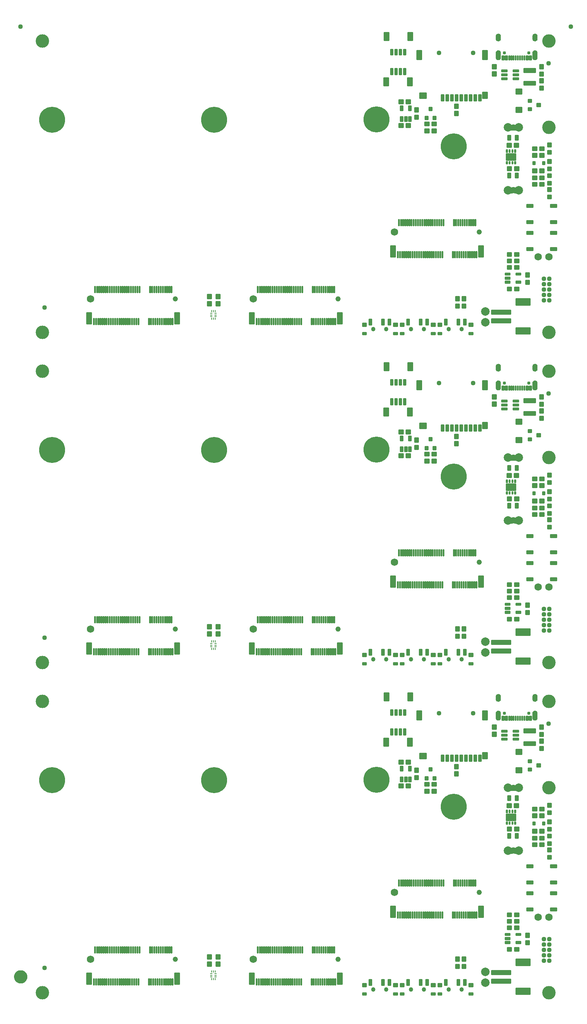
<source format=gts>
G04 EAGLE Gerber RS-274X export*
G75*
%MOMM*%
%FSLAX34Y34*%
%LPD*%
%INSoldermask Top*%
%IPPOS*%
%AMOC8*
5,1,8,0,0,1.08239X$1,22.5*%
G01*
%ADD10C,0.225369*%
%ADD11C,0.225588*%
%ADD12C,6.127000*%
%ADD13C,3.175000*%
%ADD14C,1.227000*%
%ADD15C,1.727000*%
%ADD16C,0.230578*%
%ADD17C,0.225400*%
%ADD18C,0.224509*%
%ADD19C,0.223409*%
%ADD20C,0.428259*%
%ADD21C,0.777000*%
%ADD22C,1.127000*%
%ADD23C,0.222250*%
%ADD24C,0.228600*%
%ADD25C,2.006600*%
%ADD26C,0.227100*%
%ADD27C,0.231750*%
%ADD28C,0.223519*%
%ADD29C,0.231559*%
%ADD30C,0.229050*%
%ADD31R,0.480000X0.280000*%
%ADD32R,0.280000X0.480000*%
%ADD33C,1.027000*%
%ADD34C,1.270000*%
%ADD35C,1.627000*%

G36*
X1187334Y2221184D02*
X1187334Y2221184D01*
X1187339Y2221189D01*
X1187343Y2221185D01*
X1188440Y2221472D01*
X1188444Y2221478D01*
X1188449Y2221475D01*
X1189468Y2221970D01*
X1189471Y2221976D01*
X1189476Y2221975D01*
X1190379Y2222659D01*
X1190381Y2222666D01*
X1190386Y2222666D01*
X1191139Y2223513D01*
X1191139Y2223520D01*
X1191144Y2223521D01*
X1191717Y2224498D01*
X1191716Y2224501D01*
X1191717Y2224502D01*
X1191716Y2224503D01*
X1191716Y2224505D01*
X1191721Y2224507D01*
X1192092Y2225578D01*
X1192090Y2225583D01*
X1192093Y2225585D01*
X1192092Y2225586D01*
X1192094Y2225587D01*
X1192249Y2226709D01*
X1192246Y2226714D01*
X1192249Y2226716D01*
X1192249Y2238716D01*
X1192246Y2238721D01*
X1192249Y2238724D01*
X1192044Y2239991D01*
X1192038Y2239997D01*
X1192041Y2240002D01*
X1191559Y2241191D01*
X1191552Y2241195D01*
X1191554Y2241201D01*
X1190820Y2242254D01*
X1190812Y2242256D01*
X1190813Y2242262D01*
X1189863Y2243125D01*
X1189854Y2243126D01*
X1189854Y2243131D01*
X1188735Y2243761D01*
X1188727Y2243760D01*
X1188725Y2243766D01*
X1187495Y2244131D01*
X1187487Y2244128D01*
X1187484Y2244133D01*
X1186203Y2244215D01*
X1186197Y2244215D01*
X1184916Y2244133D01*
X1184910Y2244127D01*
X1184905Y2244131D01*
X1183675Y2243766D01*
X1183670Y2243759D01*
X1183665Y2243761D01*
X1182546Y2243131D01*
X1182543Y2243124D01*
X1182537Y2243125D01*
X1181587Y2242262D01*
X1181586Y2242254D01*
X1181580Y2242254D01*
X1180846Y2241201D01*
X1180846Y2241193D01*
X1180841Y2241191D01*
X1180359Y2240002D01*
X1180361Y2239996D01*
X1180357Y2239993D01*
X1180358Y2239992D01*
X1180356Y2239991D01*
X1180151Y2238724D01*
X1180154Y2238719D01*
X1180151Y2238716D01*
X1180151Y2226716D01*
X1180154Y2226712D01*
X1180151Y2226709D01*
X1180306Y2225587D01*
X1180311Y2225582D01*
X1180308Y2225578D01*
X1180679Y2224507D01*
X1180685Y2224503D01*
X1180683Y2224498D01*
X1181256Y2223521D01*
X1181262Y2223518D01*
X1181261Y2223513D01*
X1182014Y2222666D01*
X1182021Y2222664D01*
X1182021Y2222659D01*
X1182924Y2221975D01*
X1182931Y2221975D01*
X1182932Y2221970D01*
X1183951Y2221475D01*
X1183958Y2221477D01*
X1183960Y2221472D01*
X1185057Y2221185D01*
X1185063Y2221188D01*
X1185066Y2221184D01*
X1186197Y2221117D01*
X1186201Y2221119D01*
X1186203Y2221117D01*
X1187334Y2221184D01*
G37*
G36*
X1100934Y2221184D02*
X1100934Y2221184D01*
X1100939Y2221189D01*
X1100943Y2221185D01*
X1102040Y2221472D01*
X1102044Y2221478D01*
X1102049Y2221475D01*
X1103068Y2221970D01*
X1103071Y2221976D01*
X1103076Y2221975D01*
X1103979Y2222659D01*
X1103981Y2222666D01*
X1103986Y2222666D01*
X1104739Y2223513D01*
X1104739Y2223520D01*
X1104744Y2223521D01*
X1105317Y2224498D01*
X1105316Y2224501D01*
X1105317Y2224502D01*
X1105316Y2224503D01*
X1105316Y2224505D01*
X1105321Y2224507D01*
X1105692Y2225578D01*
X1105690Y2225583D01*
X1105693Y2225585D01*
X1105692Y2225586D01*
X1105694Y2225587D01*
X1105849Y2226709D01*
X1105846Y2226714D01*
X1105849Y2226716D01*
X1105849Y2238716D01*
X1105846Y2238721D01*
X1105849Y2238724D01*
X1105644Y2239991D01*
X1105638Y2239997D01*
X1105641Y2240002D01*
X1105159Y2241191D01*
X1105152Y2241195D01*
X1105154Y2241201D01*
X1104420Y2242254D01*
X1104412Y2242256D01*
X1104413Y2242262D01*
X1103463Y2243125D01*
X1103454Y2243126D01*
X1103454Y2243131D01*
X1102335Y2243761D01*
X1102327Y2243760D01*
X1102325Y2243766D01*
X1101095Y2244131D01*
X1101087Y2244128D01*
X1101084Y2244133D01*
X1099803Y2244215D01*
X1099797Y2244215D01*
X1098516Y2244133D01*
X1098510Y2244127D01*
X1098505Y2244131D01*
X1097275Y2243766D01*
X1097270Y2243759D01*
X1097265Y2243761D01*
X1096146Y2243131D01*
X1096143Y2243124D01*
X1096137Y2243125D01*
X1095187Y2242262D01*
X1095186Y2242254D01*
X1095180Y2242254D01*
X1094446Y2241201D01*
X1094446Y2241193D01*
X1094441Y2241191D01*
X1093959Y2240002D01*
X1093961Y2239996D01*
X1093957Y2239993D01*
X1093958Y2239992D01*
X1093956Y2239991D01*
X1093751Y2238724D01*
X1093754Y2238719D01*
X1093751Y2238716D01*
X1093751Y2226716D01*
X1093754Y2226712D01*
X1093751Y2226709D01*
X1093906Y2225587D01*
X1093911Y2225582D01*
X1093908Y2225578D01*
X1094279Y2224507D01*
X1094285Y2224503D01*
X1094283Y2224498D01*
X1094856Y2223521D01*
X1094862Y2223518D01*
X1094861Y2223513D01*
X1095614Y2222666D01*
X1095621Y2222664D01*
X1095621Y2222659D01*
X1096524Y2221975D01*
X1096531Y2221975D01*
X1096532Y2221970D01*
X1097551Y2221475D01*
X1097558Y2221477D01*
X1097560Y2221472D01*
X1098657Y2221185D01*
X1098663Y2221188D01*
X1098666Y2221184D01*
X1099797Y2221117D01*
X1099801Y2221119D01*
X1099803Y2221117D01*
X1100934Y2221184D01*
G37*
G36*
X1100934Y1443944D02*
X1100934Y1443944D01*
X1100939Y1443949D01*
X1100943Y1443945D01*
X1102040Y1444232D01*
X1102044Y1444238D01*
X1102049Y1444235D01*
X1103068Y1444730D01*
X1103071Y1444736D01*
X1103076Y1444735D01*
X1103979Y1445419D01*
X1103981Y1445426D01*
X1103986Y1445426D01*
X1104739Y1446273D01*
X1104739Y1446280D01*
X1104744Y1446281D01*
X1105317Y1447258D01*
X1105316Y1447261D01*
X1105317Y1447262D01*
X1105316Y1447263D01*
X1105316Y1447265D01*
X1105321Y1447267D01*
X1105692Y1448338D01*
X1105690Y1448343D01*
X1105693Y1448345D01*
X1105692Y1448346D01*
X1105694Y1448347D01*
X1105849Y1449469D01*
X1105846Y1449474D01*
X1105849Y1449476D01*
X1105849Y1461476D01*
X1105846Y1461481D01*
X1105849Y1461484D01*
X1105644Y1462751D01*
X1105638Y1462757D01*
X1105641Y1462762D01*
X1105159Y1463951D01*
X1105152Y1463955D01*
X1105154Y1463961D01*
X1104420Y1465014D01*
X1104412Y1465016D01*
X1104413Y1465022D01*
X1103463Y1465885D01*
X1103454Y1465886D01*
X1103454Y1465891D01*
X1102335Y1466521D01*
X1102327Y1466520D01*
X1102325Y1466526D01*
X1101095Y1466891D01*
X1101087Y1466888D01*
X1101084Y1466893D01*
X1099803Y1466975D01*
X1099797Y1466975D01*
X1098516Y1466893D01*
X1098510Y1466887D01*
X1098505Y1466891D01*
X1097275Y1466526D01*
X1097270Y1466519D01*
X1097265Y1466521D01*
X1096146Y1465891D01*
X1096143Y1465884D01*
X1096137Y1465885D01*
X1095187Y1465022D01*
X1095186Y1465014D01*
X1095180Y1465014D01*
X1094446Y1463961D01*
X1094446Y1463953D01*
X1094441Y1463951D01*
X1093959Y1462762D01*
X1093961Y1462756D01*
X1093957Y1462753D01*
X1093958Y1462752D01*
X1093956Y1462751D01*
X1093751Y1461484D01*
X1093754Y1461479D01*
X1093751Y1461476D01*
X1093751Y1449476D01*
X1093754Y1449472D01*
X1093751Y1449469D01*
X1093906Y1448347D01*
X1093911Y1448342D01*
X1093908Y1448338D01*
X1094279Y1447267D01*
X1094285Y1447263D01*
X1094283Y1447258D01*
X1094856Y1446281D01*
X1094862Y1446278D01*
X1094861Y1446273D01*
X1095614Y1445426D01*
X1095621Y1445424D01*
X1095621Y1445419D01*
X1096524Y1444735D01*
X1096531Y1444735D01*
X1096532Y1444730D01*
X1097551Y1444235D01*
X1097558Y1444237D01*
X1097560Y1444232D01*
X1098657Y1443945D01*
X1098663Y1443948D01*
X1098666Y1443944D01*
X1099797Y1443877D01*
X1099801Y1443879D01*
X1099803Y1443877D01*
X1100934Y1443944D01*
G37*
G36*
X1187334Y1443944D02*
X1187334Y1443944D01*
X1187339Y1443949D01*
X1187343Y1443945D01*
X1188440Y1444232D01*
X1188444Y1444238D01*
X1188449Y1444235D01*
X1189468Y1444730D01*
X1189471Y1444736D01*
X1189476Y1444735D01*
X1190379Y1445419D01*
X1190381Y1445426D01*
X1190386Y1445426D01*
X1191139Y1446273D01*
X1191139Y1446280D01*
X1191144Y1446281D01*
X1191717Y1447258D01*
X1191716Y1447261D01*
X1191717Y1447262D01*
X1191716Y1447263D01*
X1191716Y1447265D01*
X1191721Y1447267D01*
X1192092Y1448338D01*
X1192090Y1448343D01*
X1192093Y1448345D01*
X1192092Y1448346D01*
X1192094Y1448347D01*
X1192249Y1449469D01*
X1192246Y1449474D01*
X1192249Y1449476D01*
X1192249Y1461476D01*
X1192246Y1461481D01*
X1192249Y1461484D01*
X1192044Y1462751D01*
X1192038Y1462757D01*
X1192041Y1462762D01*
X1191559Y1463951D01*
X1191552Y1463955D01*
X1191554Y1463961D01*
X1190820Y1465014D01*
X1190812Y1465016D01*
X1190813Y1465022D01*
X1189863Y1465885D01*
X1189854Y1465886D01*
X1189854Y1465891D01*
X1188735Y1466521D01*
X1188727Y1466520D01*
X1188725Y1466526D01*
X1187495Y1466891D01*
X1187487Y1466888D01*
X1187484Y1466893D01*
X1186203Y1466975D01*
X1186197Y1466975D01*
X1184916Y1466893D01*
X1184910Y1466887D01*
X1184905Y1466891D01*
X1183675Y1466526D01*
X1183670Y1466519D01*
X1183665Y1466521D01*
X1182546Y1465891D01*
X1182543Y1465884D01*
X1182537Y1465885D01*
X1181587Y1465022D01*
X1181586Y1465014D01*
X1181580Y1465014D01*
X1180846Y1463961D01*
X1180846Y1463953D01*
X1180841Y1463951D01*
X1180359Y1462762D01*
X1180361Y1462756D01*
X1180357Y1462753D01*
X1180358Y1462752D01*
X1180356Y1462751D01*
X1180151Y1461484D01*
X1180154Y1461479D01*
X1180151Y1461476D01*
X1180151Y1449476D01*
X1180154Y1449472D01*
X1180151Y1449469D01*
X1180306Y1448347D01*
X1180311Y1448342D01*
X1180308Y1448338D01*
X1180679Y1447267D01*
X1180685Y1447263D01*
X1180683Y1447258D01*
X1181256Y1446281D01*
X1181262Y1446278D01*
X1181261Y1446273D01*
X1182014Y1445426D01*
X1182021Y1445424D01*
X1182021Y1445419D01*
X1182924Y1444735D01*
X1182931Y1444735D01*
X1182932Y1444730D01*
X1183951Y1444235D01*
X1183958Y1444237D01*
X1183960Y1444232D01*
X1185057Y1443945D01*
X1185063Y1443948D01*
X1185066Y1443944D01*
X1186197Y1443877D01*
X1186201Y1443879D01*
X1186203Y1443877D01*
X1187334Y1443944D01*
G37*
G36*
X1100934Y666704D02*
X1100934Y666704D01*
X1100939Y666709D01*
X1100943Y666705D01*
X1102040Y666992D01*
X1102044Y666998D01*
X1102049Y666995D01*
X1103068Y667490D01*
X1103071Y667496D01*
X1103076Y667495D01*
X1103979Y668179D01*
X1103981Y668186D01*
X1103986Y668186D01*
X1104739Y669033D01*
X1104739Y669040D01*
X1104744Y669041D01*
X1105317Y670018D01*
X1105316Y670021D01*
X1105317Y670022D01*
X1105316Y670023D01*
X1105316Y670025D01*
X1105321Y670027D01*
X1105692Y671098D01*
X1105690Y671103D01*
X1105693Y671105D01*
X1105692Y671106D01*
X1105694Y671107D01*
X1105849Y672229D01*
X1105846Y672234D01*
X1105849Y672236D01*
X1105849Y684236D01*
X1105846Y684241D01*
X1105849Y684244D01*
X1105644Y685511D01*
X1105638Y685517D01*
X1105641Y685522D01*
X1105159Y686711D01*
X1105152Y686715D01*
X1105154Y686721D01*
X1104420Y687774D01*
X1104412Y687776D01*
X1104413Y687782D01*
X1103463Y688645D01*
X1103454Y688646D01*
X1103454Y688651D01*
X1102335Y689281D01*
X1102327Y689280D01*
X1102325Y689286D01*
X1101095Y689651D01*
X1101087Y689648D01*
X1101084Y689653D01*
X1099803Y689735D01*
X1099797Y689735D01*
X1098516Y689653D01*
X1098510Y689647D01*
X1098505Y689651D01*
X1097275Y689286D01*
X1097270Y689279D01*
X1097265Y689281D01*
X1096146Y688651D01*
X1096143Y688644D01*
X1096137Y688645D01*
X1095187Y687782D01*
X1095186Y687774D01*
X1095180Y687774D01*
X1094446Y686721D01*
X1094446Y686713D01*
X1094441Y686711D01*
X1093959Y685522D01*
X1093961Y685516D01*
X1093957Y685513D01*
X1093958Y685512D01*
X1093956Y685511D01*
X1093751Y684244D01*
X1093754Y684239D01*
X1093751Y684236D01*
X1093751Y672236D01*
X1093754Y672232D01*
X1093751Y672229D01*
X1093906Y671107D01*
X1093911Y671102D01*
X1093908Y671098D01*
X1094279Y670027D01*
X1094285Y670023D01*
X1094283Y670018D01*
X1094856Y669041D01*
X1094862Y669038D01*
X1094861Y669033D01*
X1095614Y668186D01*
X1095621Y668184D01*
X1095621Y668179D01*
X1096524Y667495D01*
X1096531Y667495D01*
X1096532Y667490D01*
X1097551Y666995D01*
X1097558Y666997D01*
X1097560Y666992D01*
X1098657Y666705D01*
X1098663Y666708D01*
X1098666Y666704D01*
X1099797Y666637D01*
X1099801Y666639D01*
X1099803Y666637D01*
X1100934Y666704D01*
G37*
G36*
X1187334Y666704D02*
X1187334Y666704D01*
X1187339Y666709D01*
X1187343Y666705D01*
X1188440Y666992D01*
X1188444Y666998D01*
X1188449Y666995D01*
X1189468Y667490D01*
X1189471Y667496D01*
X1189476Y667495D01*
X1190379Y668179D01*
X1190381Y668186D01*
X1190386Y668186D01*
X1191139Y669033D01*
X1191139Y669040D01*
X1191144Y669041D01*
X1191717Y670018D01*
X1191716Y670021D01*
X1191717Y670022D01*
X1191716Y670023D01*
X1191716Y670025D01*
X1191721Y670027D01*
X1192092Y671098D01*
X1192090Y671103D01*
X1192093Y671105D01*
X1192092Y671106D01*
X1192094Y671107D01*
X1192249Y672229D01*
X1192246Y672234D01*
X1192249Y672236D01*
X1192249Y684236D01*
X1192246Y684241D01*
X1192249Y684244D01*
X1192044Y685511D01*
X1192038Y685517D01*
X1192041Y685522D01*
X1191559Y686711D01*
X1191552Y686715D01*
X1191554Y686721D01*
X1190820Y687774D01*
X1190812Y687776D01*
X1190813Y687782D01*
X1189863Y688645D01*
X1189854Y688646D01*
X1189854Y688651D01*
X1188735Y689281D01*
X1188727Y689280D01*
X1188725Y689286D01*
X1187495Y689651D01*
X1187487Y689648D01*
X1187484Y689653D01*
X1186203Y689735D01*
X1186197Y689735D01*
X1184916Y689653D01*
X1184910Y689647D01*
X1184905Y689651D01*
X1183675Y689286D01*
X1183670Y689279D01*
X1183665Y689281D01*
X1182546Y688651D01*
X1182543Y688644D01*
X1182537Y688645D01*
X1181587Y687782D01*
X1181586Y687774D01*
X1181580Y687774D01*
X1180846Y686721D01*
X1180846Y686713D01*
X1180841Y686711D01*
X1180359Y685522D01*
X1180361Y685516D01*
X1180357Y685513D01*
X1180358Y685512D01*
X1180356Y685511D01*
X1180151Y684244D01*
X1180154Y684239D01*
X1180151Y684236D01*
X1180151Y672236D01*
X1180154Y672232D01*
X1180151Y672229D01*
X1180306Y671107D01*
X1180311Y671102D01*
X1180308Y671098D01*
X1180679Y670027D01*
X1180685Y670023D01*
X1180683Y670018D01*
X1181256Y669041D01*
X1181262Y669038D01*
X1181261Y669033D01*
X1182014Y668186D01*
X1182021Y668184D01*
X1182021Y668179D01*
X1182924Y667495D01*
X1182931Y667495D01*
X1182932Y667490D01*
X1183951Y666995D01*
X1183958Y666997D01*
X1183960Y666992D01*
X1185057Y666705D01*
X1185063Y666708D01*
X1185066Y666704D01*
X1186197Y666637D01*
X1186201Y666639D01*
X1186203Y666637D01*
X1187334Y666704D01*
G37*
G36*
X1186202Y2265421D02*
X1186202Y2265421D01*
X1186206Y2265417D01*
X1187546Y2265574D01*
X1187552Y2265579D01*
X1187557Y2265576D01*
X1188828Y2266027D01*
X1188833Y2266034D01*
X1188838Y2266032D01*
X1189977Y2266754D01*
X1189980Y2266762D01*
X1189986Y2266761D01*
X1190936Y2267719D01*
X1190937Y2267727D01*
X1190943Y2267728D01*
X1191656Y2268873D01*
X1191655Y2268882D01*
X1191661Y2268883D01*
X1192101Y2270159D01*
X1192099Y2270166D01*
X1192103Y2270169D01*
X1192249Y2271511D01*
X1192247Y2271514D01*
X1192249Y2271516D01*
X1192249Y2277516D01*
X1192247Y2277520D01*
X1192249Y2277522D01*
X1192094Y2278851D01*
X1192088Y2278857D01*
X1192091Y2278861D01*
X1191644Y2280122D01*
X1191637Y2280127D01*
X1191639Y2280132D01*
X1190922Y2281262D01*
X1190915Y2281265D01*
X1190916Y2281271D01*
X1189966Y2282213D01*
X1189957Y2282214D01*
X1189957Y2282220D01*
X1188821Y2282927D01*
X1188813Y2282926D01*
X1188811Y2282932D01*
X1187546Y2283368D01*
X1187538Y2283366D01*
X1187536Y2283371D01*
X1186205Y2283515D01*
X1186199Y2283511D01*
X1186195Y2283515D01*
X1185029Y2283405D01*
X1185024Y2283400D01*
X1185020Y2283403D01*
X1183897Y2283068D01*
X1183893Y2283062D01*
X1183889Y2283064D01*
X1182853Y2282516D01*
X1182850Y2282510D01*
X1182845Y2282511D01*
X1181937Y2281772D01*
X1181935Y2281765D01*
X1181930Y2281765D01*
X1181183Y2280863D01*
X1181183Y2280856D01*
X1181178Y2280855D01*
X1180621Y2279824D01*
X1180622Y2279817D01*
X1180617Y2279815D01*
X1180273Y2278696D01*
X1180275Y2278689D01*
X1180271Y2278686D01*
X1180151Y2277521D01*
X1180153Y2277518D01*
X1180151Y2277516D01*
X1180151Y2271516D01*
X1180153Y2271513D01*
X1180151Y2271511D01*
X1180262Y2270335D01*
X1180267Y2270330D01*
X1180264Y2270326D01*
X1180602Y2269194D01*
X1180608Y2269190D01*
X1180606Y2269185D01*
X1181158Y2268141D01*
X1181165Y2268138D01*
X1181163Y2268133D01*
X1181909Y2267217D01*
X1181916Y2267216D01*
X1181916Y2267210D01*
X1182826Y2266457D01*
X1182833Y2266457D01*
X1182834Y2266452D01*
X1183873Y2265891D01*
X1183880Y2265892D01*
X1183882Y2265887D01*
X1185011Y2265540D01*
X1185017Y2265542D01*
X1185020Y2265538D01*
X1186195Y2265417D01*
X1186202Y2265421D01*
G37*
G36*
X1099802Y2265421D02*
X1099802Y2265421D01*
X1099806Y2265417D01*
X1101146Y2265574D01*
X1101152Y2265579D01*
X1101157Y2265576D01*
X1102428Y2266027D01*
X1102433Y2266034D01*
X1102438Y2266032D01*
X1103577Y2266754D01*
X1103580Y2266762D01*
X1103586Y2266761D01*
X1104536Y2267719D01*
X1104537Y2267727D01*
X1104543Y2267728D01*
X1105256Y2268873D01*
X1105255Y2268882D01*
X1105261Y2268883D01*
X1105701Y2270159D01*
X1105699Y2270166D01*
X1105703Y2270169D01*
X1105849Y2271511D01*
X1105847Y2271514D01*
X1105849Y2271516D01*
X1105849Y2277516D01*
X1105847Y2277520D01*
X1105849Y2277522D01*
X1105694Y2278851D01*
X1105688Y2278857D01*
X1105691Y2278861D01*
X1105244Y2280122D01*
X1105237Y2280127D01*
X1105239Y2280132D01*
X1104522Y2281262D01*
X1104515Y2281265D01*
X1104516Y2281271D01*
X1103566Y2282213D01*
X1103557Y2282214D01*
X1103557Y2282220D01*
X1102421Y2282927D01*
X1102413Y2282926D01*
X1102411Y2282932D01*
X1101146Y2283368D01*
X1101138Y2283366D01*
X1101136Y2283371D01*
X1099805Y2283515D01*
X1099799Y2283511D01*
X1099795Y2283515D01*
X1098629Y2283405D01*
X1098624Y2283400D01*
X1098620Y2283403D01*
X1097497Y2283068D01*
X1097493Y2283062D01*
X1097489Y2283064D01*
X1096453Y2282516D01*
X1096450Y2282510D01*
X1096445Y2282511D01*
X1095537Y2281772D01*
X1095535Y2281765D01*
X1095530Y2281765D01*
X1094783Y2280863D01*
X1094783Y2280856D01*
X1094778Y2280855D01*
X1094221Y2279824D01*
X1094222Y2279817D01*
X1094217Y2279815D01*
X1093873Y2278696D01*
X1093875Y2278689D01*
X1093871Y2278686D01*
X1093751Y2277521D01*
X1093753Y2277518D01*
X1093751Y2277516D01*
X1093751Y2271516D01*
X1093753Y2271513D01*
X1093751Y2271511D01*
X1093862Y2270335D01*
X1093867Y2270330D01*
X1093864Y2270326D01*
X1094202Y2269194D01*
X1094208Y2269190D01*
X1094206Y2269185D01*
X1094758Y2268141D01*
X1094765Y2268138D01*
X1094763Y2268133D01*
X1095509Y2267217D01*
X1095516Y2267216D01*
X1095516Y2267210D01*
X1096426Y2266457D01*
X1096433Y2266457D01*
X1096434Y2266452D01*
X1097473Y2265891D01*
X1097480Y2265892D01*
X1097482Y2265887D01*
X1098611Y2265540D01*
X1098617Y2265542D01*
X1098620Y2265538D01*
X1099795Y2265417D01*
X1099802Y2265421D01*
G37*
G36*
X1099802Y1488181D02*
X1099802Y1488181D01*
X1099806Y1488177D01*
X1101146Y1488334D01*
X1101152Y1488339D01*
X1101157Y1488336D01*
X1102428Y1488787D01*
X1102433Y1488794D01*
X1102438Y1488792D01*
X1103577Y1489514D01*
X1103580Y1489522D01*
X1103586Y1489521D01*
X1104536Y1490479D01*
X1104537Y1490487D01*
X1104543Y1490488D01*
X1105256Y1491633D01*
X1105255Y1491642D01*
X1105261Y1491643D01*
X1105701Y1492919D01*
X1105699Y1492926D01*
X1105703Y1492929D01*
X1105849Y1494271D01*
X1105847Y1494274D01*
X1105849Y1494276D01*
X1105849Y1500276D01*
X1105847Y1500280D01*
X1105849Y1500282D01*
X1105694Y1501611D01*
X1105688Y1501617D01*
X1105691Y1501621D01*
X1105244Y1502882D01*
X1105237Y1502887D01*
X1105239Y1502892D01*
X1104522Y1504022D01*
X1104515Y1504025D01*
X1104516Y1504031D01*
X1103566Y1504973D01*
X1103557Y1504974D01*
X1103557Y1504980D01*
X1102421Y1505687D01*
X1102413Y1505686D01*
X1102411Y1505692D01*
X1101146Y1506128D01*
X1101138Y1506126D01*
X1101136Y1506131D01*
X1099805Y1506275D01*
X1099799Y1506271D01*
X1099795Y1506275D01*
X1098629Y1506165D01*
X1098624Y1506160D01*
X1098620Y1506163D01*
X1097497Y1505828D01*
X1097493Y1505822D01*
X1097489Y1505824D01*
X1096453Y1505276D01*
X1096450Y1505270D01*
X1096445Y1505271D01*
X1095537Y1504532D01*
X1095535Y1504525D01*
X1095530Y1504525D01*
X1094783Y1503623D01*
X1094783Y1503616D01*
X1094778Y1503615D01*
X1094221Y1502584D01*
X1094222Y1502577D01*
X1094217Y1502575D01*
X1093873Y1501456D01*
X1093875Y1501449D01*
X1093871Y1501446D01*
X1093751Y1500281D01*
X1093753Y1500278D01*
X1093751Y1500276D01*
X1093751Y1494276D01*
X1093753Y1494273D01*
X1093751Y1494271D01*
X1093862Y1493095D01*
X1093867Y1493090D01*
X1093864Y1493086D01*
X1094202Y1491954D01*
X1094208Y1491950D01*
X1094206Y1491945D01*
X1094758Y1490901D01*
X1094765Y1490898D01*
X1094763Y1490893D01*
X1095509Y1489977D01*
X1095516Y1489976D01*
X1095516Y1489970D01*
X1096426Y1489217D01*
X1096433Y1489217D01*
X1096434Y1489212D01*
X1097473Y1488651D01*
X1097480Y1488652D01*
X1097482Y1488647D01*
X1098611Y1488300D01*
X1098617Y1488302D01*
X1098620Y1488298D01*
X1099795Y1488177D01*
X1099802Y1488181D01*
G37*
G36*
X1186202Y1488181D02*
X1186202Y1488181D01*
X1186206Y1488177D01*
X1187546Y1488334D01*
X1187552Y1488339D01*
X1187557Y1488336D01*
X1188828Y1488787D01*
X1188833Y1488794D01*
X1188838Y1488792D01*
X1189977Y1489514D01*
X1189980Y1489522D01*
X1189986Y1489521D01*
X1190936Y1490479D01*
X1190937Y1490487D01*
X1190943Y1490488D01*
X1191656Y1491633D01*
X1191655Y1491642D01*
X1191661Y1491643D01*
X1192101Y1492919D01*
X1192099Y1492926D01*
X1192103Y1492929D01*
X1192249Y1494271D01*
X1192247Y1494274D01*
X1192249Y1494276D01*
X1192249Y1500276D01*
X1192247Y1500280D01*
X1192249Y1500282D01*
X1192094Y1501611D01*
X1192088Y1501617D01*
X1192091Y1501621D01*
X1191644Y1502882D01*
X1191637Y1502887D01*
X1191639Y1502892D01*
X1190922Y1504022D01*
X1190915Y1504025D01*
X1190916Y1504031D01*
X1189966Y1504973D01*
X1189957Y1504974D01*
X1189957Y1504980D01*
X1188821Y1505687D01*
X1188813Y1505686D01*
X1188811Y1505692D01*
X1187546Y1506128D01*
X1187538Y1506126D01*
X1187536Y1506131D01*
X1186205Y1506275D01*
X1186199Y1506271D01*
X1186195Y1506275D01*
X1185029Y1506165D01*
X1185024Y1506160D01*
X1185020Y1506163D01*
X1183897Y1505828D01*
X1183893Y1505822D01*
X1183889Y1505824D01*
X1182853Y1505276D01*
X1182850Y1505270D01*
X1182845Y1505271D01*
X1181937Y1504532D01*
X1181935Y1504525D01*
X1181930Y1504525D01*
X1181183Y1503623D01*
X1181183Y1503616D01*
X1181178Y1503615D01*
X1180621Y1502584D01*
X1180622Y1502577D01*
X1180617Y1502575D01*
X1180273Y1501456D01*
X1180275Y1501449D01*
X1180271Y1501446D01*
X1180151Y1500281D01*
X1180153Y1500278D01*
X1180151Y1500276D01*
X1180151Y1494276D01*
X1180153Y1494273D01*
X1180151Y1494271D01*
X1180262Y1493095D01*
X1180267Y1493090D01*
X1180264Y1493086D01*
X1180602Y1491954D01*
X1180608Y1491950D01*
X1180606Y1491945D01*
X1181158Y1490901D01*
X1181165Y1490898D01*
X1181163Y1490893D01*
X1181909Y1489977D01*
X1181916Y1489976D01*
X1181916Y1489970D01*
X1182826Y1489217D01*
X1182833Y1489217D01*
X1182834Y1489212D01*
X1183873Y1488651D01*
X1183880Y1488652D01*
X1183882Y1488647D01*
X1185011Y1488300D01*
X1185017Y1488302D01*
X1185020Y1488298D01*
X1186195Y1488177D01*
X1186202Y1488181D01*
G37*
G36*
X1186202Y710941D02*
X1186202Y710941D01*
X1186206Y710937D01*
X1187546Y711094D01*
X1187552Y711099D01*
X1187557Y711096D01*
X1188828Y711547D01*
X1188833Y711554D01*
X1188838Y711552D01*
X1189977Y712274D01*
X1189980Y712282D01*
X1189986Y712281D01*
X1190936Y713239D01*
X1190937Y713247D01*
X1190943Y713248D01*
X1191656Y714393D01*
X1191655Y714402D01*
X1191661Y714403D01*
X1192101Y715679D01*
X1192099Y715686D01*
X1192103Y715689D01*
X1192249Y717031D01*
X1192247Y717034D01*
X1192249Y717036D01*
X1192249Y723036D01*
X1192247Y723040D01*
X1192249Y723042D01*
X1192094Y724371D01*
X1192088Y724377D01*
X1192091Y724381D01*
X1191644Y725642D01*
X1191637Y725647D01*
X1191639Y725652D01*
X1190922Y726782D01*
X1190915Y726785D01*
X1190916Y726791D01*
X1189966Y727733D01*
X1189957Y727734D01*
X1189957Y727740D01*
X1188821Y728447D01*
X1188813Y728446D01*
X1188811Y728452D01*
X1187546Y728888D01*
X1187538Y728886D01*
X1187536Y728891D01*
X1186205Y729035D01*
X1186199Y729031D01*
X1186195Y729035D01*
X1185029Y728925D01*
X1185024Y728920D01*
X1185020Y728923D01*
X1183897Y728588D01*
X1183893Y728582D01*
X1183889Y728584D01*
X1182853Y728036D01*
X1182850Y728030D01*
X1182845Y728031D01*
X1181937Y727292D01*
X1181935Y727285D01*
X1181930Y727285D01*
X1181183Y726383D01*
X1181183Y726376D01*
X1181178Y726375D01*
X1180621Y725344D01*
X1180622Y725337D01*
X1180617Y725335D01*
X1180273Y724216D01*
X1180275Y724209D01*
X1180271Y724206D01*
X1180151Y723041D01*
X1180153Y723038D01*
X1180151Y723036D01*
X1180151Y717036D01*
X1180153Y717033D01*
X1180151Y717031D01*
X1180262Y715855D01*
X1180267Y715850D01*
X1180264Y715846D01*
X1180602Y714714D01*
X1180608Y714710D01*
X1180606Y714705D01*
X1181158Y713661D01*
X1181165Y713658D01*
X1181163Y713653D01*
X1181909Y712737D01*
X1181916Y712736D01*
X1181916Y712730D01*
X1182826Y711977D01*
X1182833Y711977D01*
X1182834Y711972D01*
X1183873Y711411D01*
X1183880Y711412D01*
X1183882Y711407D01*
X1185011Y711060D01*
X1185017Y711062D01*
X1185020Y711058D01*
X1186195Y710937D01*
X1186202Y710941D01*
G37*
G36*
X1099802Y710941D02*
X1099802Y710941D01*
X1099806Y710937D01*
X1101146Y711094D01*
X1101152Y711099D01*
X1101157Y711096D01*
X1102428Y711547D01*
X1102433Y711554D01*
X1102438Y711552D01*
X1103577Y712274D01*
X1103580Y712282D01*
X1103586Y712281D01*
X1104536Y713239D01*
X1104537Y713247D01*
X1104543Y713248D01*
X1105256Y714393D01*
X1105255Y714402D01*
X1105261Y714403D01*
X1105701Y715679D01*
X1105699Y715686D01*
X1105703Y715689D01*
X1105849Y717031D01*
X1105847Y717034D01*
X1105849Y717036D01*
X1105849Y723036D01*
X1105847Y723040D01*
X1105849Y723042D01*
X1105694Y724371D01*
X1105688Y724377D01*
X1105691Y724381D01*
X1105244Y725642D01*
X1105237Y725647D01*
X1105239Y725652D01*
X1104522Y726782D01*
X1104515Y726785D01*
X1104516Y726791D01*
X1103566Y727733D01*
X1103557Y727734D01*
X1103557Y727740D01*
X1102421Y728447D01*
X1102413Y728446D01*
X1102411Y728452D01*
X1101146Y728888D01*
X1101138Y728886D01*
X1101136Y728891D01*
X1099805Y729035D01*
X1099799Y729031D01*
X1099795Y729035D01*
X1098629Y728925D01*
X1098624Y728920D01*
X1098620Y728923D01*
X1097497Y728588D01*
X1097493Y728582D01*
X1097489Y728584D01*
X1096453Y728036D01*
X1096450Y728030D01*
X1096445Y728031D01*
X1095537Y727292D01*
X1095535Y727285D01*
X1095530Y727285D01*
X1094783Y726383D01*
X1094783Y726376D01*
X1094778Y726375D01*
X1094221Y725344D01*
X1094222Y725337D01*
X1094217Y725335D01*
X1093873Y724216D01*
X1093875Y724209D01*
X1093871Y724206D01*
X1093751Y723041D01*
X1093753Y723038D01*
X1093751Y723036D01*
X1093751Y717036D01*
X1093753Y717033D01*
X1093751Y717031D01*
X1093862Y715855D01*
X1093867Y715850D01*
X1093864Y715846D01*
X1094202Y714714D01*
X1094208Y714710D01*
X1094206Y714705D01*
X1094758Y713661D01*
X1094765Y713658D01*
X1094763Y713653D01*
X1095509Y712737D01*
X1095516Y712736D01*
X1095516Y712730D01*
X1096426Y711977D01*
X1096433Y711977D01*
X1096434Y711972D01*
X1097473Y711411D01*
X1097480Y711412D01*
X1097482Y711407D01*
X1098611Y711060D01*
X1098617Y711062D01*
X1098620Y711058D01*
X1099795Y710937D01*
X1099802Y710941D01*
G37*
G36*
X1137350Y2055253D02*
X1137350Y2055253D01*
X1137416Y2055255D01*
X1137459Y2055273D01*
X1137506Y2055281D01*
X1137563Y2055315D01*
X1137623Y2055340D01*
X1137658Y2055371D01*
X1137699Y2055396D01*
X1137741Y2055447D01*
X1137789Y2055491D01*
X1137811Y2055533D01*
X1137840Y2055570D01*
X1137861Y2055632D01*
X1137892Y2055691D01*
X1137900Y2055745D01*
X1137912Y2055782D01*
X1137911Y2055822D01*
X1137919Y2055876D01*
X1137919Y2069084D01*
X1137908Y2069149D01*
X1137906Y2069215D01*
X1137888Y2069258D01*
X1137880Y2069305D01*
X1137846Y2069362D01*
X1137821Y2069422D01*
X1137790Y2069457D01*
X1137765Y2069498D01*
X1137714Y2069540D01*
X1137670Y2069588D01*
X1137628Y2069610D01*
X1137591Y2069639D01*
X1137529Y2069660D01*
X1137470Y2069691D01*
X1137416Y2069699D01*
X1137379Y2069711D01*
X1137339Y2069710D01*
X1137285Y2069718D01*
X1133475Y2069718D01*
X1133410Y2069707D01*
X1133344Y2069705D01*
X1133301Y2069687D01*
X1133254Y2069679D01*
X1133197Y2069645D01*
X1133137Y2069620D01*
X1133102Y2069589D01*
X1133061Y2069564D01*
X1133020Y2069513D01*
X1132971Y2069469D01*
X1132949Y2069427D01*
X1132920Y2069390D01*
X1132899Y2069328D01*
X1132868Y2069269D01*
X1132860Y2069215D01*
X1132848Y2069178D01*
X1132849Y2069138D01*
X1132841Y2069084D01*
X1132841Y2055876D01*
X1132852Y2055811D01*
X1132854Y2055745D01*
X1132872Y2055702D01*
X1132880Y2055655D01*
X1132914Y2055598D01*
X1132939Y2055538D01*
X1132970Y2055503D01*
X1132995Y2055462D01*
X1133046Y2055421D01*
X1133090Y2055372D01*
X1133132Y2055350D01*
X1133169Y2055321D01*
X1133231Y2055300D01*
X1133290Y2055269D01*
X1133344Y2055261D01*
X1133381Y2055249D01*
X1133421Y2055250D01*
X1133475Y2055242D01*
X1137285Y2055242D01*
X1137350Y2055253D01*
G37*
G36*
X1137096Y1907679D02*
X1137096Y1907679D01*
X1137162Y1907681D01*
X1137205Y1907699D01*
X1137252Y1907707D01*
X1137309Y1907741D01*
X1137369Y1907766D01*
X1137404Y1907797D01*
X1137445Y1907822D01*
X1137487Y1907873D01*
X1137535Y1907917D01*
X1137557Y1907959D01*
X1137586Y1907996D01*
X1137607Y1908058D01*
X1137638Y1908117D01*
X1137646Y1908171D01*
X1137658Y1908208D01*
X1137657Y1908248D01*
X1137665Y1908302D01*
X1137665Y1921510D01*
X1137654Y1921575D01*
X1137652Y1921641D01*
X1137634Y1921684D01*
X1137626Y1921731D01*
X1137592Y1921788D01*
X1137567Y1921848D01*
X1137536Y1921883D01*
X1137511Y1921924D01*
X1137460Y1921966D01*
X1137416Y1922014D01*
X1137374Y1922036D01*
X1137337Y1922065D01*
X1137275Y1922086D01*
X1137216Y1922117D01*
X1137162Y1922125D01*
X1137125Y1922137D01*
X1137085Y1922136D01*
X1137031Y1922144D01*
X1133221Y1922144D01*
X1133156Y1922133D01*
X1133090Y1922131D01*
X1133047Y1922113D01*
X1133000Y1922105D01*
X1132943Y1922071D01*
X1132883Y1922046D01*
X1132848Y1922015D01*
X1132807Y1921990D01*
X1132766Y1921939D01*
X1132717Y1921895D01*
X1132695Y1921853D01*
X1132666Y1921816D01*
X1132645Y1921754D01*
X1132614Y1921695D01*
X1132606Y1921641D01*
X1132594Y1921604D01*
X1132595Y1921564D01*
X1132587Y1921510D01*
X1132587Y1908302D01*
X1132598Y1908237D01*
X1132600Y1908171D01*
X1132618Y1908128D01*
X1132626Y1908081D01*
X1132660Y1908024D01*
X1132685Y1907964D01*
X1132716Y1907929D01*
X1132741Y1907888D01*
X1132792Y1907847D01*
X1132836Y1907798D01*
X1132878Y1907776D01*
X1132915Y1907747D01*
X1132977Y1907726D01*
X1133036Y1907695D01*
X1133090Y1907687D01*
X1133127Y1907675D01*
X1133167Y1907676D01*
X1133221Y1907668D01*
X1137031Y1907668D01*
X1137096Y1907679D01*
G37*
G36*
X1137350Y1278013D02*
X1137350Y1278013D01*
X1137416Y1278015D01*
X1137459Y1278033D01*
X1137506Y1278041D01*
X1137563Y1278075D01*
X1137623Y1278100D01*
X1137658Y1278131D01*
X1137699Y1278156D01*
X1137741Y1278207D01*
X1137789Y1278251D01*
X1137811Y1278293D01*
X1137840Y1278330D01*
X1137861Y1278392D01*
X1137892Y1278451D01*
X1137900Y1278505D01*
X1137912Y1278542D01*
X1137911Y1278582D01*
X1137919Y1278636D01*
X1137919Y1291844D01*
X1137908Y1291909D01*
X1137906Y1291975D01*
X1137888Y1292018D01*
X1137880Y1292065D01*
X1137846Y1292122D01*
X1137821Y1292182D01*
X1137790Y1292217D01*
X1137765Y1292258D01*
X1137714Y1292300D01*
X1137670Y1292348D01*
X1137628Y1292370D01*
X1137591Y1292399D01*
X1137529Y1292420D01*
X1137470Y1292451D01*
X1137416Y1292459D01*
X1137379Y1292471D01*
X1137339Y1292470D01*
X1137285Y1292478D01*
X1133475Y1292478D01*
X1133410Y1292467D01*
X1133344Y1292465D01*
X1133301Y1292447D01*
X1133254Y1292439D01*
X1133197Y1292405D01*
X1133137Y1292380D01*
X1133102Y1292349D01*
X1133061Y1292324D01*
X1133020Y1292273D01*
X1132971Y1292229D01*
X1132949Y1292187D01*
X1132920Y1292150D01*
X1132899Y1292088D01*
X1132868Y1292029D01*
X1132860Y1291975D01*
X1132848Y1291938D01*
X1132849Y1291898D01*
X1132841Y1291844D01*
X1132841Y1278636D01*
X1132852Y1278571D01*
X1132854Y1278505D01*
X1132872Y1278462D01*
X1132880Y1278415D01*
X1132914Y1278358D01*
X1132939Y1278298D01*
X1132970Y1278263D01*
X1132995Y1278222D01*
X1133046Y1278181D01*
X1133090Y1278132D01*
X1133132Y1278110D01*
X1133169Y1278081D01*
X1133231Y1278060D01*
X1133290Y1278029D01*
X1133344Y1278021D01*
X1133381Y1278009D01*
X1133421Y1278010D01*
X1133475Y1278002D01*
X1137285Y1278002D01*
X1137350Y1278013D01*
G37*
G36*
X1137096Y1130439D02*
X1137096Y1130439D01*
X1137162Y1130441D01*
X1137205Y1130459D01*
X1137252Y1130467D01*
X1137309Y1130501D01*
X1137369Y1130526D01*
X1137404Y1130557D01*
X1137445Y1130582D01*
X1137487Y1130633D01*
X1137535Y1130677D01*
X1137557Y1130719D01*
X1137586Y1130756D01*
X1137607Y1130818D01*
X1137638Y1130877D01*
X1137646Y1130931D01*
X1137658Y1130968D01*
X1137657Y1131008D01*
X1137665Y1131062D01*
X1137665Y1144270D01*
X1137654Y1144335D01*
X1137652Y1144401D01*
X1137634Y1144444D01*
X1137626Y1144491D01*
X1137592Y1144548D01*
X1137567Y1144608D01*
X1137536Y1144643D01*
X1137511Y1144684D01*
X1137460Y1144726D01*
X1137416Y1144774D01*
X1137374Y1144796D01*
X1137337Y1144825D01*
X1137275Y1144846D01*
X1137216Y1144877D01*
X1137162Y1144885D01*
X1137125Y1144897D01*
X1137085Y1144896D01*
X1137031Y1144904D01*
X1133221Y1144904D01*
X1133156Y1144893D01*
X1133090Y1144891D01*
X1133047Y1144873D01*
X1133000Y1144865D01*
X1132943Y1144831D01*
X1132883Y1144806D01*
X1132848Y1144775D01*
X1132807Y1144750D01*
X1132766Y1144699D01*
X1132717Y1144655D01*
X1132695Y1144613D01*
X1132666Y1144576D01*
X1132645Y1144514D01*
X1132614Y1144455D01*
X1132606Y1144401D01*
X1132594Y1144364D01*
X1132595Y1144324D01*
X1132587Y1144270D01*
X1132587Y1131062D01*
X1132598Y1130997D01*
X1132600Y1130931D01*
X1132618Y1130888D01*
X1132626Y1130841D01*
X1132660Y1130784D01*
X1132685Y1130724D01*
X1132716Y1130689D01*
X1132741Y1130648D01*
X1132792Y1130607D01*
X1132836Y1130558D01*
X1132878Y1130536D01*
X1132915Y1130507D01*
X1132977Y1130486D01*
X1133036Y1130455D01*
X1133090Y1130447D01*
X1133127Y1130435D01*
X1133167Y1130436D01*
X1133221Y1130428D01*
X1137031Y1130428D01*
X1137096Y1130439D01*
G37*
G36*
X1137350Y500773D02*
X1137350Y500773D01*
X1137416Y500775D01*
X1137459Y500793D01*
X1137506Y500801D01*
X1137563Y500835D01*
X1137623Y500860D01*
X1137658Y500891D01*
X1137699Y500916D01*
X1137741Y500967D01*
X1137789Y501011D01*
X1137811Y501053D01*
X1137840Y501090D01*
X1137861Y501152D01*
X1137892Y501211D01*
X1137900Y501265D01*
X1137912Y501302D01*
X1137911Y501342D01*
X1137919Y501396D01*
X1137919Y514604D01*
X1137908Y514669D01*
X1137906Y514735D01*
X1137888Y514778D01*
X1137880Y514825D01*
X1137846Y514882D01*
X1137821Y514942D01*
X1137790Y514977D01*
X1137765Y515018D01*
X1137714Y515060D01*
X1137670Y515108D01*
X1137628Y515130D01*
X1137591Y515159D01*
X1137529Y515180D01*
X1137470Y515211D01*
X1137416Y515219D01*
X1137379Y515231D01*
X1137339Y515230D01*
X1137285Y515238D01*
X1133475Y515238D01*
X1133410Y515227D01*
X1133344Y515225D01*
X1133301Y515207D01*
X1133254Y515199D01*
X1133197Y515165D01*
X1133137Y515140D01*
X1133102Y515109D01*
X1133061Y515084D01*
X1133020Y515033D01*
X1132971Y514989D01*
X1132949Y514947D01*
X1132920Y514910D01*
X1132899Y514848D01*
X1132868Y514789D01*
X1132860Y514735D01*
X1132848Y514698D01*
X1132849Y514658D01*
X1132841Y514604D01*
X1132841Y501396D01*
X1132852Y501331D01*
X1132854Y501265D01*
X1132872Y501222D01*
X1132880Y501175D01*
X1132914Y501118D01*
X1132939Y501058D01*
X1132970Y501023D01*
X1132995Y500982D01*
X1133046Y500941D01*
X1133090Y500892D01*
X1133132Y500870D01*
X1133169Y500841D01*
X1133231Y500820D01*
X1133290Y500789D01*
X1133344Y500781D01*
X1133381Y500769D01*
X1133421Y500770D01*
X1133475Y500762D01*
X1137285Y500762D01*
X1137350Y500773D01*
G37*
G36*
X1137096Y353199D02*
X1137096Y353199D01*
X1137162Y353201D01*
X1137205Y353219D01*
X1137252Y353227D01*
X1137309Y353261D01*
X1137369Y353286D01*
X1137404Y353317D01*
X1137445Y353342D01*
X1137487Y353393D01*
X1137535Y353437D01*
X1137557Y353479D01*
X1137586Y353516D01*
X1137607Y353578D01*
X1137638Y353637D01*
X1137646Y353691D01*
X1137658Y353728D01*
X1137657Y353768D01*
X1137665Y353822D01*
X1137665Y367030D01*
X1137654Y367095D01*
X1137652Y367161D01*
X1137634Y367204D01*
X1137626Y367251D01*
X1137592Y367308D01*
X1137567Y367368D01*
X1137536Y367403D01*
X1137511Y367444D01*
X1137460Y367486D01*
X1137416Y367534D01*
X1137374Y367556D01*
X1137337Y367585D01*
X1137275Y367606D01*
X1137216Y367637D01*
X1137162Y367645D01*
X1137125Y367657D01*
X1137085Y367656D01*
X1137031Y367664D01*
X1133221Y367664D01*
X1133156Y367653D01*
X1133090Y367651D01*
X1133047Y367633D01*
X1133000Y367625D01*
X1132943Y367591D01*
X1132883Y367566D01*
X1132848Y367535D01*
X1132807Y367510D01*
X1132766Y367459D01*
X1132717Y367415D01*
X1132695Y367373D01*
X1132666Y367336D01*
X1132645Y367274D01*
X1132614Y367215D01*
X1132606Y367161D01*
X1132594Y367124D01*
X1132595Y367084D01*
X1132587Y367030D01*
X1132587Y353822D01*
X1132598Y353757D01*
X1132600Y353691D01*
X1132618Y353648D01*
X1132626Y353601D01*
X1132660Y353544D01*
X1132685Y353484D01*
X1132716Y353449D01*
X1132741Y353408D01*
X1132792Y353367D01*
X1132836Y353318D01*
X1132878Y353296D01*
X1132915Y353267D01*
X1132977Y353246D01*
X1133036Y353215D01*
X1133090Y353207D01*
X1133127Y353195D01*
X1133167Y353196D01*
X1133221Y353188D01*
X1137031Y353188D01*
X1137096Y353199D01*
G37*
D10*
X875872Y647208D02*
X880888Y647208D01*
X880888Y632692D01*
X875872Y632692D01*
X875872Y647208D01*
X875872Y634833D02*
X880888Y634833D01*
X880888Y636974D02*
X875872Y636974D01*
X875872Y639115D02*
X880888Y639115D01*
X880888Y641256D02*
X875872Y641256D01*
X875872Y643397D02*
X880888Y643397D01*
X880888Y645538D02*
X875872Y645538D01*
X870888Y647208D02*
X865872Y647208D01*
X870888Y647208D02*
X870888Y632692D01*
X865872Y632692D01*
X865872Y647208D01*
X865872Y634833D02*
X870888Y634833D01*
X870888Y636974D02*
X865872Y636974D01*
X865872Y639115D02*
X870888Y639115D01*
X870888Y641256D02*
X865872Y641256D01*
X865872Y643397D02*
X870888Y643397D01*
X870888Y645538D02*
X865872Y645538D01*
X860888Y647208D02*
X855872Y647208D01*
X860888Y647208D02*
X860888Y632692D01*
X855872Y632692D01*
X855872Y647208D01*
X855872Y634833D02*
X860888Y634833D01*
X860888Y636974D02*
X855872Y636974D01*
X855872Y639115D02*
X860888Y639115D01*
X860888Y641256D02*
X855872Y641256D01*
X855872Y643397D02*
X860888Y643397D01*
X860888Y645538D02*
X855872Y645538D01*
X850888Y647208D02*
X845872Y647208D01*
X850888Y647208D02*
X850888Y632692D01*
X845872Y632692D01*
X845872Y647208D01*
X845872Y634833D02*
X850888Y634833D01*
X850888Y636974D02*
X845872Y636974D01*
X845872Y639115D02*
X850888Y639115D01*
X850888Y641256D02*
X845872Y641256D01*
X845872Y643397D02*
X850888Y643397D01*
X850888Y645538D02*
X845872Y645538D01*
D11*
X885873Y625207D02*
X896887Y625207D01*
X896887Y606193D01*
X885873Y606193D01*
X885873Y625207D01*
X885873Y608336D02*
X896887Y608336D01*
X896887Y610479D02*
X885873Y610479D01*
X885873Y612622D02*
X896887Y612622D01*
X896887Y614765D02*
X885873Y614765D01*
X885873Y616908D02*
X896887Y616908D01*
X896887Y619051D02*
X885873Y619051D01*
X885873Y621194D02*
X896887Y621194D01*
X896887Y623337D02*
X885873Y623337D01*
X840887Y625207D02*
X829873Y625207D01*
X840887Y625207D02*
X840887Y606193D01*
X829873Y606193D01*
X829873Y625207D01*
X829873Y608336D02*
X840887Y608336D01*
X840887Y610479D02*
X829873Y610479D01*
X829873Y612622D02*
X840887Y612622D01*
X840887Y614765D02*
X829873Y614765D01*
X829873Y616908D02*
X840887Y616908D01*
X840887Y619051D02*
X829873Y619051D01*
X829873Y621194D02*
X840887Y621194D01*
X840887Y623337D02*
X829873Y623337D01*
X886093Y732057D02*
X897107Y732057D01*
X897107Y713043D01*
X886093Y713043D01*
X886093Y732057D01*
X886093Y715186D02*
X897107Y715186D01*
X897107Y717329D02*
X886093Y717329D01*
X886093Y719472D02*
X897107Y719472D01*
X897107Y721615D02*
X886093Y721615D01*
X886093Y723758D02*
X897107Y723758D01*
X897107Y725901D02*
X886093Y725901D01*
X886093Y728044D02*
X897107Y728044D01*
X897107Y730187D02*
X886093Y730187D01*
X841107Y732057D02*
X830093Y732057D01*
X841107Y732057D02*
X841107Y713043D01*
X830093Y713043D01*
X830093Y732057D01*
X830093Y715186D02*
X841107Y715186D01*
X841107Y717329D02*
X830093Y717329D01*
X830093Y719472D02*
X841107Y719472D01*
X841107Y721615D02*
X830093Y721615D01*
X830093Y723758D02*
X841107Y723758D01*
X841107Y725901D02*
X830093Y725901D01*
X830093Y728044D02*
X841107Y728044D01*
X841107Y730187D02*
X830093Y730187D01*
D10*
X876092Y692058D02*
X881108Y692058D01*
X881108Y679542D01*
X876092Y679542D01*
X876092Y692058D01*
X876092Y681683D02*
X881108Y681683D01*
X881108Y683824D02*
X876092Y683824D01*
X876092Y685965D02*
X881108Y685965D01*
X881108Y688106D02*
X876092Y688106D01*
X876092Y690247D02*
X881108Y690247D01*
X871108Y692058D02*
X866092Y692058D01*
X871108Y692058D02*
X871108Y679542D01*
X866092Y679542D01*
X866092Y692058D01*
X866092Y681683D02*
X871108Y681683D01*
X871108Y683824D02*
X866092Y683824D01*
X866092Y685965D02*
X871108Y685965D01*
X871108Y688106D02*
X866092Y688106D01*
X866092Y690247D02*
X871108Y690247D01*
X861108Y692058D02*
X856092Y692058D01*
X861108Y692058D02*
X861108Y679542D01*
X856092Y679542D01*
X856092Y692058D01*
X856092Y681683D02*
X861108Y681683D01*
X861108Y683824D02*
X856092Y683824D01*
X856092Y685965D02*
X861108Y685965D01*
X861108Y688106D02*
X856092Y688106D01*
X856092Y690247D02*
X861108Y690247D01*
X851108Y692058D02*
X846092Y692058D01*
X851108Y692058D02*
X851108Y679542D01*
X846092Y679542D01*
X846092Y692058D01*
X846092Y681683D02*
X851108Y681683D01*
X851108Y683824D02*
X846092Y683824D01*
X846092Y685965D02*
X851108Y685965D01*
X851108Y688106D02*
X846092Y688106D01*
X846092Y690247D02*
X851108Y690247D01*
D12*
X48400Y526542D03*
X994628Y463858D03*
D13*
X1219200Y25400D03*
X25400Y25400D03*
X25400Y711200D03*
X1219200Y711200D03*
D14*
X1055040Y261620D03*
D15*
X855040Y261620D03*
D16*
X1046558Y216102D02*
X1048522Y216102D01*
X1048522Y201638D01*
X1046558Y201638D01*
X1046558Y216102D01*
X1046558Y203829D02*
X1048522Y203829D01*
X1048522Y206020D02*
X1046558Y206020D01*
X1046558Y208211D02*
X1048522Y208211D01*
X1048522Y210402D02*
X1046558Y210402D01*
X1046558Y212593D02*
X1048522Y212593D01*
X1048522Y214784D02*
X1046558Y214784D01*
D11*
X1053033Y229877D02*
X1064047Y229877D01*
X1064047Y203363D01*
X1053033Y203363D01*
X1053033Y229877D01*
X1053033Y205506D02*
X1064047Y205506D01*
X1064047Y207649D02*
X1053033Y207649D01*
X1053033Y209792D02*
X1064047Y209792D01*
X1064047Y211935D02*
X1053033Y211935D01*
X1053033Y214078D02*
X1064047Y214078D01*
X1064047Y216221D02*
X1053033Y216221D01*
X1053033Y218364D02*
X1064047Y218364D01*
X1064047Y220507D02*
X1053033Y220507D01*
X1053033Y222650D02*
X1064047Y222650D01*
X1064047Y224793D02*
X1053033Y224793D01*
X1053033Y226936D02*
X1064047Y226936D01*
X1064047Y229079D02*
X1053033Y229079D01*
X857047Y229877D02*
X846033Y229877D01*
X857047Y229877D02*
X857047Y203363D01*
X846033Y203363D01*
X846033Y229877D01*
X846033Y205506D02*
X857047Y205506D01*
X857047Y207649D02*
X846033Y207649D01*
X846033Y209792D02*
X857047Y209792D01*
X857047Y211935D02*
X846033Y211935D01*
X846033Y214078D02*
X857047Y214078D01*
X857047Y216221D02*
X846033Y216221D01*
X846033Y218364D02*
X857047Y218364D01*
X857047Y220507D02*
X846033Y220507D01*
X846033Y222650D02*
X857047Y222650D01*
X857047Y224793D02*
X846033Y224793D01*
X846033Y226936D02*
X857047Y226936D01*
X857047Y229079D02*
X846033Y229079D01*
D16*
X1044058Y291602D02*
X1046022Y291602D01*
X1046022Y277138D01*
X1044058Y277138D01*
X1044058Y291602D01*
X1044058Y279329D02*
X1046022Y279329D01*
X1046022Y281520D02*
X1044058Y281520D01*
X1044058Y283711D02*
X1046022Y283711D01*
X1046022Y285902D02*
X1044058Y285902D01*
X1044058Y288093D02*
X1046022Y288093D01*
X1046022Y290284D02*
X1044058Y290284D01*
X1043522Y216102D02*
X1041558Y216102D01*
X1043522Y216102D02*
X1043522Y201638D01*
X1041558Y201638D01*
X1041558Y216102D01*
X1041558Y203829D02*
X1043522Y203829D01*
X1043522Y206020D02*
X1041558Y206020D01*
X1041558Y208211D02*
X1043522Y208211D01*
X1043522Y210402D02*
X1041558Y210402D01*
X1041558Y212593D02*
X1043522Y212593D01*
X1043522Y214784D02*
X1041558Y214784D01*
X1041022Y291602D02*
X1039058Y291602D01*
X1041022Y291602D02*
X1041022Y277138D01*
X1039058Y277138D01*
X1039058Y291602D01*
X1039058Y279329D02*
X1041022Y279329D01*
X1041022Y281520D02*
X1039058Y281520D01*
X1039058Y283711D02*
X1041022Y283711D01*
X1041022Y285902D02*
X1039058Y285902D01*
X1039058Y288093D02*
X1041022Y288093D01*
X1041022Y290284D02*
X1039058Y290284D01*
X1038522Y216102D02*
X1036558Y216102D01*
X1038522Y216102D02*
X1038522Y201638D01*
X1036558Y201638D01*
X1036558Y216102D01*
X1036558Y203829D02*
X1038522Y203829D01*
X1038522Y206020D02*
X1036558Y206020D01*
X1036558Y208211D02*
X1038522Y208211D01*
X1038522Y210402D02*
X1036558Y210402D01*
X1036558Y212593D02*
X1038522Y212593D01*
X1038522Y214784D02*
X1036558Y214784D01*
X1036022Y291602D02*
X1034058Y291602D01*
X1036022Y291602D02*
X1036022Y277138D01*
X1034058Y277138D01*
X1034058Y291602D01*
X1034058Y279329D02*
X1036022Y279329D01*
X1036022Y281520D02*
X1034058Y281520D01*
X1034058Y283711D02*
X1036022Y283711D01*
X1036022Y285902D02*
X1034058Y285902D01*
X1034058Y288093D02*
X1036022Y288093D01*
X1036022Y290284D02*
X1034058Y290284D01*
X1033522Y216102D02*
X1031558Y216102D01*
X1033522Y216102D02*
X1033522Y201638D01*
X1031558Y201638D01*
X1031558Y216102D01*
X1031558Y203829D02*
X1033522Y203829D01*
X1033522Y206020D02*
X1031558Y206020D01*
X1031558Y208211D02*
X1033522Y208211D01*
X1033522Y210402D02*
X1031558Y210402D01*
X1031558Y212593D02*
X1033522Y212593D01*
X1033522Y214784D02*
X1031558Y214784D01*
X1031022Y291602D02*
X1029058Y291602D01*
X1031022Y291602D02*
X1031022Y277138D01*
X1029058Y277138D01*
X1029058Y291602D01*
X1029058Y279329D02*
X1031022Y279329D01*
X1031022Y281520D02*
X1029058Y281520D01*
X1029058Y283711D02*
X1031022Y283711D01*
X1031022Y285902D02*
X1029058Y285902D01*
X1029058Y288093D02*
X1031022Y288093D01*
X1031022Y290284D02*
X1029058Y290284D01*
X1028522Y216102D02*
X1026558Y216102D01*
X1028522Y216102D02*
X1028522Y201638D01*
X1026558Y201638D01*
X1026558Y216102D01*
X1026558Y203829D02*
X1028522Y203829D01*
X1028522Y206020D02*
X1026558Y206020D01*
X1026558Y208211D02*
X1028522Y208211D01*
X1028522Y210402D02*
X1026558Y210402D01*
X1026558Y212593D02*
X1028522Y212593D01*
X1028522Y214784D02*
X1026558Y214784D01*
X1026022Y291602D02*
X1024058Y291602D01*
X1026022Y291602D02*
X1026022Y277138D01*
X1024058Y277138D01*
X1024058Y291602D01*
X1024058Y279329D02*
X1026022Y279329D01*
X1026022Y281520D02*
X1024058Y281520D01*
X1024058Y283711D02*
X1026022Y283711D01*
X1026022Y285902D02*
X1024058Y285902D01*
X1024058Y288093D02*
X1026022Y288093D01*
X1026022Y290284D02*
X1024058Y290284D01*
X1023522Y216102D02*
X1021558Y216102D01*
X1023522Y216102D02*
X1023522Y201638D01*
X1021558Y201638D01*
X1021558Y216102D01*
X1021558Y203829D02*
X1023522Y203829D01*
X1023522Y206020D02*
X1021558Y206020D01*
X1021558Y208211D02*
X1023522Y208211D01*
X1023522Y210402D02*
X1021558Y210402D01*
X1021558Y212593D02*
X1023522Y212593D01*
X1023522Y214784D02*
X1021558Y214784D01*
X1021022Y291602D02*
X1019058Y291602D01*
X1021022Y291602D02*
X1021022Y277138D01*
X1019058Y277138D01*
X1019058Y291602D01*
X1019058Y279329D02*
X1021022Y279329D01*
X1021022Y281520D02*
X1019058Y281520D01*
X1019058Y283711D02*
X1021022Y283711D01*
X1021022Y285902D02*
X1019058Y285902D01*
X1019058Y288093D02*
X1021022Y288093D01*
X1021022Y290284D02*
X1019058Y290284D01*
X1018522Y216102D02*
X1016558Y216102D01*
X1018522Y216102D02*
X1018522Y201638D01*
X1016558Y201638D01*
X1016558Y216102D01*
X1016558Y203829D02*
X1018522Y203829D01*
X1018522Y206020D02*
X1016558Y206020D01*
X1016558Y208211D02*
X1018522Y208211D01*
X1018522Y210402D02*
X1016558Y210402D01*
X1016558Y212593D02*
X1018522Y212593D01*
X1018522Y214784D02*
X1016558Y214784D01*
X1016022Y291602D02*
X1014058Y291602D01*
X1016022Y291602D02*
X1016022Y277138D01*
X1014058Y277138D01*
X1014058Y291602D01*
X1014058Y279329D02*
X1016022Y279329D01*
X1016022Y281520D02*
X1014058Y281520D01*
X1014058Y283711D02*
X1016022Y283711D01*
X1016022Y285902D02*
X1014058Y285902D01*
X1014058Y288093D02*
X1016022Y288093D01*
X1016022Y290284D02*
X1014058Y290284D01*
X1013522Y216102D02*
X1011558Y216102D01*
X1013522Y216102D02*
X1013522Y201638D01*
X1011558Y201638D01*
X1011558Y216102D01*
X1011558Y203829D02*
X1013522Y203829D01*
X1013522Y206020D02*
X1011558Y206020D01*
X1011558Y208211D02*
X1013522Y208211D01*
X1013522Y210402D02*
X1011558Y210402D01*
X1011558Y212593D02*
X1013522Y212593D01*
X1013522Y214784D02*
X1011558Y214784D01*
X1011022Y291602D02*
X1009058Y291602D01*
X1011022Y291602D02*
X1011022Y277138D01*
X1009058Y277138D01*
X1009058Y291602D01*
X1009058Y279329D02*
X1011022Y279329D01*
X1011022Y281520D02*
X1009058Y281520D01*
X1009058Y283711D02*
X1011022Y283711D01*
X1011022Y285902D02*
X1009058Y285902D01*
X1009058Y288093D02*
X1011022Y288093D01*
X1011022Y290284D02*
X1009058Y290284D01*
X1008522Y216102D02*
X1006558Y216102D01*
X1008522Y216102D02*
X1008522Y201638D01*
X1006558Y201638D01*
X1006558Y216102D01*
X1006558Y203829D02*
X1008522Y203829D01*
X1008522Y206020D02*
X1006558Y206020D01*
X1006558Y208211D02*
X1008522Y208211D01*
X1008522Y210402D02*
X1006558Y210402D01*
X1006558Y212593D02*
X1008522Y212593D01*
X1008522Y214784D02*
X1006558Y214784D01*
X1006022Y291602D02*
X1004058Y291602D01*
X1006022Y291602D02*
X1006022Y277138D01*
X1004058Y277138D01*
X1004058Y291602D01*
X1004058Y279329D02*
X1006022Y279329D01*
X1006022Y281520D02*
X1004058Y281520D01*
X1004058Y283711D02*
X1006022Y283711D01*
X1006022Y285902D02*
X1004058Y285902D01*
X1004058Y288093D02*
X1006022Y288093D01*
X1006022Y290284D02*
X1004058Y290284D01*
X1003522Y216102D02*
X1001558Y216102D01*
X1003522Y216102D02*
X1003522Y201638D01*
X1001558Y201638D01*
X1001558Y216102D01*
X1001558Y203829D02*
X1003522Y203829D01*
X1003522Y206020D02*
X1001558Y206020D01*
X1001558Y208211D02*
X1003522Y208211D01*
X1003522Y210402D02*
X1001558Y210402D01*
X1001558Y212593D02*
X1003522Y212593D01*
X1003522Y214784D02*
X1001558Y214784D01*
X1001022Y291602D02*
X999058Y291602D01*
X1001022Y291602D02*
X1001022Y277138D01*
X999058Y277138D01*
X999058Y291602D01*
X999058Y279329D02*
X1001022Y279329D01*
X1001022Y281520D02*
X999058Y281520D01*
X999058Y283711D02*
X1001022Y283711D01*
X1001022Y285902D02*
X999058Y285902D01*
X999058Y288093D02*
X1001022Y288093D01*
X1001022Y290284D02*
X999058Y290284D01*
X998522Y216102D02*
X996558Y216102D01*
X998522Y216102D02*
X998522Y201638D01*
X996558Y201638D01*
X996558Y216102D01*
X996558Y203829D02*
X998522Y203829D01*
X998522Y206020D02*
X996558Y206020D01*
X996558Y208211D02*
X998522Y208211D01*
X998522Y210402D02*
X996558Y210402D01*
X996558Y212593D02*
X998522Y212593D01*
X998522Y214784D02*
X996558Y214784D01*
X996022Y291602D02*
X994058Y291602D01*
X996022Y291602D02*
X996022Y277138D01*
X994058Y277138D01*
X994058Y291602D01*
X994058Y279329D02*
X996022Y279329D01*
X996022Y281520D02*
X994058Y281520D01*
X994058Y283711D02*
X996022Y283711D01*
X996022Y285902D02*
X994058Y285902D01*
X994058Y288093D02*
X996022Y288093D01*
X996022Y290284D02*
X994058Y290284D01*
X993522Y216102D02*
X991558Y216102D01*
X993522Y216102D02*
X993522Y201638D01*
X991558Y201638D01*
X991558Y216102D01*
X991558Y203829D02*
X993522Y203829D01*
X993522Y206020D02*
X991558Y206020D01*
X991558Y208211D02*
X993522Y208211D01*
X993522Y210402D02*
X991558Y210402D01*
X991558Y212593D02*
X993522Y212593D01*
X993522Y214784D02*
X991558Y214784D01*
X971022Y291602D02*
X969058Y291602D01*
X971022Y291602D02*
X971022Y277138D01*
X969058Y277138D01*
X969058Y291602D01*
X969058Y279329D02*
X971022Y279329D01*
X971022Y281520D02*
X969058Y281520D01*
X969058Y283711D02*
X971022Y283711D01*
X971022Y285902D02*
X969058Y285902D01*
X969058Y288093D02*
X971022Y288093D01*
X971022Y290284D02*
X969058Y290284D01*
X968522Y216102D02*
X966558Y216102D01*
X968522Y216102D02*
X968522Y201638D01*
X966558Y201638D01*
X966558Y216102D01*
X966558Y203829D02*
X968522Y203829D01*
X968522Y206020D02*
X966558Y206020D01*
X966558Y208211D02*
X968522Y208211D01*
X968522Y210402D02*
X966558Y210402D01*
X966558Y212593D02*
X968522Y212593D01*
X968522Y214784D02*
X966558Y214784D01*
X966022Y291602D02*
X964058Y291602D01*
X966022Y291602D02*
X966022Y277138D01*
X964058Y277138D01*
X964058Y291602D01*
X964058Y279329D02*
X966022Y279329D01*
X966022Y281520D02*
X964058Y281520D01*
X964058Y283711D02*
X966022Y283711D01*
X966022Y285902D02*
X964058Y285902D01*
X964058Y288093D02*
X966022Y288093D01*
X966022Y290284D02*
X964058Y290284D01*
X963522Y216102D02*
X961558Y216102D01*
X963522Y216102D02*
X963522Y201638D01*
X961558Y201638D01*
X961558Y216102D01*
X961558Y203829D02*
X963522Y203829D01*
X963522Y206020D02*
X961558Y206020D01*
X961558Y208211D02*
X963522Y208211D01*
X963522Y210402D02*
X961558Y210402D01*
X961558Y212593D02*
X963522Y212593D01*
X963522Y214784D02*
X961558Y214784D01*
X961022Y291602D02*
X959058Y291602D01*
X961022Y291602D02*
X961022Y277138D01*
X959058Y277138D01*
X959058Y291602D01*
X959058Y279329D02*
X961022Y279329D01*
X961022Y281520D02*
X959058Y281520D01*
X959058Y283711D02*
X961022Y283711D01*
X961022Y285902D02*
X959058Y285902D01*
X959058Y288093D02*
X961022Y288093D01*
X961022Y290284D02*
X959058Y290284D01*
X958522Y216102D02*
X956558Y216102D01*
X958522Y216102D02*
X958522Y201638D01*
X956558Y201638D01*
X956558Y216102D01*
X956558Y203829D02*
X958522Y203829D01*
X958522Y206020D02*
X956558Y206020D01*
X956558Y208211D02*
X958522Y208211D01*
X958522Y210402D02*
X956558Y210402D01*
X956558Y212593D02*
X958522Y212593D01*
X958522Y214784D02*
X956558Y214784D01*
X956022Y291602D02*
X954058Y291602D01*
X956022Y291602D02*
X956022Y277138D01*
X954058Y277138D01*
X954058Y291602D01*
X954058Y279329D02*
X956022Y279329D01*
X956022Y281520D02*
X954058Y281520D01*
X954058Y283711D02*
X956022Y283711D01*
X956022Y285902D02*
X954058Y285902D01*
X954058Y288093D02*
X956022Y288093D01*
X956022Y290284D02*
X954058Y290284D01*
X953522Y216102D02*
X951558Y216102D01*
X953522Y216102D02*
X953522Y201638D01*
X951558Y201638D01*
X951558Y216102D01*
X951558Y203829D02*
X953522Y203829D01*
X953522Y206020D02*
X951558Y206020D01*
X951558Y208211D02*
X953522Y208211D01*
X953522Y210402D02*
X951558Y210402D01*
X951558Y212593D02*
X953522Y212593D01*
X953522Y214784D02*
X951558Y214784D01*
X951022Y291602D02*
X949058Y291602D01*
X951022Y291602D02*
X951022Y277138D01*
X949058Y277138D01*
X949058Y291602D01*
X949058Y279329D02*
X951022Y279329D01*
X951022Y281520D02*
X949058Y281520D01*
X949058Y283711D02*
X951022Y283711D01*
X951022Y285902D02*
X949058Y285902D01*
X949058Y288093D02*
X951022Y288093D01*
X951022Y290284D02*
X949058Y290284D01*
X948522Y216102D02*
X946558Y216102D01*
X948522Y216102D02*
X948522Y201638D01*
X946558Y201638D01*
X946558Y216102D01*
X946558Y203829D02*
X948522Y203829D01*
X948522Y206020D02*
X946558Y206020D01*
X946558Y208211D02*
X948522Y208211D01*
X948522Y210402D02*
X946558Y210402D01*
X946558Y212593D02*
X948522Y212593D01*
X948522Y214784D02*
X946558Y214784D01*
X946022Y291602D02*
X944058Y291602D01*
X946022Y291602D02*
X946022Y277138D01*
X944058Y277138D01*
X944058Y291602D01*
X944058Y279329D02*
X946022Y279329D01*
X946022Y281520D02*
X944058Y281520D01*
X944058Y283711D02*
X946022Y283711D01*
X946022Y285902D02*
X944058Y285902D01*
X944058Y288093D02*
X946022Y288093D01*
X946022Y290284D02*
X944058Y290284D01*
X943522Y216102D02*
X941558Y216102D01*
X943522Y216102D02*
X943522Y201638D01*
X941558Y201638D01*
X941558Y216102D01*
X941558Y203829D02*
X943522Y203829D01*
X943522Y206020D02*
X941558Y206020D01*
X941558Y208211D02*
X943522Y208211D01*
X943522Y210402D02*
X941558Y210402D01*
X941558Y212593D02*
X943522Y212593D01*
X943522Y214784D02*
X941558Y214784D01*
X941022Y291602D02*
X939058Y291602D01*
X941022Y291602D02*
X941022Y277138D01*
X939058Y277138D01*
X939058Y291602D01*
X939058Y279329D02*
X941022Y279329D01*
X941022Y281520D02*
X939058Y281520D01*
X939058Y283711D02*
X941022Y283711D01*
X941022Y285902D02*
X939058Y285902D01*
X939058Y288093D02*
X941022Y288093D01*
X941022Y290284D02*
X939058Y290284D01*
X938522Y216102D02*
X936558Y216102D01*
X938522Y216102D02*
X938522Y201638D01*
X936558Y201638D01*
X936558Y216102D01*
X936558Y203829D02*
X938522Y203829D01*
X938522Y206020D02*
X936558Y206020D01*
X936558Y208211D02*
X938522Y208211D01*
X938522Y210402D02*
X936558Y210402D01*
X936558Y212593D02*
X938522Y212593D01*
X938522Y214784D02*
X936558Y214784D01*
X936022Y291602D02*
X934058Y291602D01*
X936022Y291602D02*
X936022Y277138D01*
X934058Y277138D01*
X934058Y291602D01*
X934058Y279329D02*
X936022Y279329D01*
X936022Y281520D02*
X934058Y281520D01*
X934058Y283711D02*
X936022Y283711D01*
X936022Y285902D02*
X934058Y285902D01*
X934058Y288093D02*
X936022Y288093D01*
X936022Y290284D02*
X934058Y290284D01*
X933522Y216102D02*
X931558Y216102D01*
X933522Y216102D02*
X933522Y201638D01*
X931558Y201638D01*
X931558Y216102D01*
X931558Y203829D02*
X933522Y203829D01*
X933522Y206020D02*
X931558Y206020D01*
X931558Y208211D02*
X933522Y208211D01*
X933522Y210402D02*
X931558Y210402D01*
X931558Y212593D02*
X933522Y212593D01*
X933522Y214784D02*
X931558Y214784D01*
X931022Y291602D02*
X929058Y291602D01*
X931022Y291602D02*
X931022Y277138D01*
X929058Y277138D01*
X929058Y291602D01*
X929058Y279329D02*
X931022Y279329D01*
X931022Y281520D02*
X929058Y281520D01*
X929058Y283711D02*
X931022Y283711D01*
X931022Y285902D02*
X929058Y285902D01*
X929058Y288093D02*
X931022Y288093D01*
X931022Y290284D02*
X929058Y290284D01*
X928522Y216102D02*
X926558Y216102D01*
X928522Y216102D02*
X928522Y201638D01*
X926558Y201638D01*
X926558Y216102D01*
X926558Y203829D02*
X928522Y203829D01*
X928522Y206020D02*
X926558Y206020D01*
X926558Y208211D02*
X928522Y208211D01*
X928522Y210402D02*
X926558Y210402D01*
X926558Y212593D02*
X928522Y212593D01*
X928522Y214784D02*
X926558Y214784D01*
X926022Y291602D02*
X924058Y291602D01*
X926022Y291602D02*
X926022Y277138D01*
X924058Y277138D01*
X924058Y291602D01*
X924058Y279329D02*
X926022Y279329D01*
X926022Y281520D02*
X924058Y281520D01*
X924058Y283711D02*
X926022Y283711D01*
X926022Y285902D02*
X924058Y285902D01*
X924058Y288093D02*
X926022Y288093D01*
X926022Y290284D02*
X924058Y290284D01*
X923522Y216102D02*
X921558Y216102D01*
X923522Y216102D02*
X923522Y201638D01*
X921558Y201638D01*
X921558Y216102D01*
X921558Y203829D02*
X923522Y203829D01*
X923522Y206020D02*
X921558Y206020D01*
X921558Y208211D02*
X923522Y208211D01*
X923522Y210402D02*
X921558Y210402D01*
X921558Y212593D02*
X923522Y212593D01*
X923522Y214784D02*
X921558Y214784D01*
X921022Y291602D02*
X919058Y291602D01*
X921022Y291602D02*
X921022Y277138D01*
X919058Y277138D01*
X919058Y291602D01*
X919058Y279329D02*
X921022Y279329D01*
X921022Y281520D02*
X919058Y281520D01*
X919058Y283711D02*
X921022Y283711D01*
X921022Y285902D02*
X919058Y285902D01*
X919058Y288093D02*
X921022Y288093D01*
X921022Y290284D02*
X919058Y290284D01*
X918522Y216102D02*
X916558Y216102D01*
X918522Y216102D02*
X918522Y201638D01*
X916558Y201638D01*
X916558Y216102D01*
X916558Y203829D02*
X918522Y203829D01*
X918522Y206020D02*
X916558Y206020D01*
X916558Y208211D02*
X918522Y208211D01*
X918522Y210402D02*
X916558Y210402D01*
X916558Y212593D02*
X918522Y212593D01*
X918522Y214784D02*
X916558Y214784D01*
X916022Y291602D02*
X914058Y291602D01*
X916022Y291602D02*
X916022Y277138D01*
X914058Y277138D01*
X914058Y291602D01*
X914058Y279329D02*
X916022Y279329D01*
X916022Y281520D02*
X914058Y281520D01*
X914058Y283711D02*
X916022Y283711D01*
X916022Y285902D02*
X914058Y285902D01*
X914058Y288093D02*
X916022Y288093D01*
X916022Y290284D02*
X914058Y290284D01*
X913522Y216102D02*
X911558Y216102D01*
X913522Y216102D02*
X913522Y201638D01*
X911558Y201638D01*
X911558Y216102D01*
X911558Y203829D02*
X913522Y203829D01*
X913522Y206020D02*
X911558Y206020D01*
X911558Y208211D02*
X913522Y208211D01*
X913522Y210402D02*
X911558Y210402D01*
X911558Y212593D02*
X913522Y212593D01*
X913522Y214784D02*
X911558Y214784D01*
X911022Y291602D02*
X909058Y291602D01*
X911022Y291602D02*
X911022Y277138D01*
X909058Y277138D01*
X909058Y291602D01*
X909058Y279329D02*
X911022Y279329D01*
X911022Y281520D02*
X909058Y281520D01*
X909058Y283711D02*
X911022Y283711D01*
X911022Y285902D02*
X909058Y285902D01*
X909058Y288093D02*
X911022Y288093D01*
X911022Y290284D02*
X909058Y290284D01*
X908522Y216102D02*
X906558Y216102D01*
X908522Y216102D02*
X908522Y201638D01*
X906558Y201638D01*
X906558Y216102D01*
X906558Y203829D02*
X908522Y203829D01*
X908522Y206020D02*
X906558Y206020D01*
X906558Y208211D02*
X908522Y208211D01*
X908522Y210402D02*
X906558Y210402D01*
X906558Y212593D02*
X908522Y212593D01*
X908522Y214784D02*
X906558Y214784D01*
X906022Y291602D02*
X904058Y291602D01*
X906022Y291602D02*
X906022Y277138D01*
X904058Y277138D01*
X904058Y291602D01*
X904058Y279329D02*
X906022Y279329D01*
X906022Y281520D02*
X904058Y281520D01*
X904058Y283711D02*
X906022Y283711D01*
X906022Y285902D02*
X904058Y285902D01*
X904058Y288093D02*
X906022Y288093D01*
X906022Y290284D02*
X904058Y290284D01*
X903522Y216102D02*
X901558Y216102D01*
X903522Y216102D02*
X903522Y201638D01*
X901558Y201638D01*
X901558Y216102D01*
X901558Y203829D02*
X903522Y203829D01*
X903522Y206020D02*
X901558Y206020D01*
X901558Y208211D02*
X903522Y208211D01*
X903522Y210402D02*
X901558Y210402D01*
X901558Y212593D02*
X903522Y212593D01*
X903522Y214784D02*
X901558Y214784D01*
X901022Y291602D02*
X899058Y291602D01*
X901022Y291602D02*
X901022Y277138D01*
X899058Y277138D01*
X899058Y291602D01*
X899058Y279329D02*
X901022Y279329D01*
X901022Y281520D02*
X899058Y281520D01*
X899058Y283711D02*
X901022Y283711D01*
X901022Y285902D02*
X899058Y285902D01*
X899058Y288093D02*
X901022Y288093D01*
X901022Y290284D02*
X899058Y290284D01*
X898522Y216102D02*
X896558Y216102D01*
X898522Y216102D02*
X898522Y201638D01*
X896558Y201638D01*
X896558Y216102D01*
X896558Y203829D02*
X898522Y203829D01*
X898522Y206020D02*
X896558Y206020D01*
X896558Y208211D02*
X898522Y208211D01*
X898522Y210402D02*
X896558Y210402D01*
X896558Y212593D02*
X898522Y212593D01*
X898522Y214784D02*
X896558Y214784D01*
X896022Y291602D02*
X894058Y291602D01*
X896022Y291602D02*
X896022Y277138D01*
X894058Y277138D01*
X894058Y291602D01*
X894058Y279329D02*
X896022Y279329D01*
X896022Y281520D02*
X894058Y281520D01*
X894058Y283711D02*
X896022Y283711D01*
X896022Y285902D02*
X894058Y285902D01*
X894058Y288093D02*
X896022Y288093D01*
X896022Y290284D02*
X894058Y290284D01*
X893522Y216102D02*
X891558Y216102D01*
X893522Y216102D02*
X893522Y201638D01*
X891558Y201638D01*
X891558Y216102D01*
X891558Y203829D02*
X893522Y203829D01*
X893522Y206020D02*
X891558Y206020D01*
X891558Y208211D02*
X893522Y208211D01*
X893522Y210402D02*
X891558Y210402D01*
X891558Y212593D02*
X893522Y212593D01*
X893522Y214784D02*
X891558Y214784D01*
X891022Y291602D02*
X889058Y291602D01*
X891022Y291602D02*
X891022Y277138D01*
X889058Y277138D01*
X889058Y291602D01*
X889058Y279329D02*
X891022Y279329D01*
X891022Y281520D02*
X889058Y281520D01*
X889058Y283711D02*
X891022Y283711D01*
X891022Y285902D02*
X889058Y285902D01*
X889058Y288093D02*
X891022Y288093D01*
X891022Y290284D02*
X889058Y290284D01*
X888522Y216102D02*
X886558Y216102D01*
X888522Y216102D02*
X888522Y201638D01*
X886558Y201638D01*
X886558Y216102D01*
X886558Y203829D02*
X888522Y203829D01*
X888522Y206020D02*
X886558Y206020D01*
X886558Y208211D02*
X888522Y208211D01*
X888522Y210402D02*
X886558Y210402D01*
X886558Y212593D02*
X888522Y212593D01*
X888522Y214784D02*
X886558Y214784D01*
X886022Y291602D02*
X884058Y291602D01*
X886022Y291602D02*
X886022Y277138D01*
X884058Y277138D01*
X884058Y291602D01*
X884058Y279329D02*
X886022Y279329D01*
X886022Y281520D02*
X884058Y281520D01*
X884058Y283711D02*
X886022Y283711D01*
X886022Y285902D02*
X884058Y285902D01*
X884058Y288093D02*
X886022Y288093D01*
X886022Y290284D02*
X884058Y290284D01*
X883522Y216102D02*
X881558Y216102D01*
X883522Y216102D02*
X883522Y201638D01*
X881558Y201638D01*
X881558Y216102D01*
X881558Y203829D02*
X883522Y203829D01*
X883522Y206020D02*
X881558Y206020D01*
X881558Y208211D02*
X883522Y208211D01*
X883522Y210402D02*
X881558Y210402D01*
X881558Y212593D02*
X883522Y212593D01*
X883522Y214784D02*
X881558Y214784D01*
X881022Y291602D02*
X879058Y291602D01*
X881022Y291602D02*
X881022Y277138D01*
X879058Y277138D01*
X879058Y291602D01*
X879058Y279329D02*
X881022Y279329D01*
X881022Y281520D02*
X879058Y281520D01*
X879058Y283711D02*
X881022Y283711D01*
X881022Y285902D02*
X879058Y285902D01*
X879058Y288093D02*
X881022Y288093D01*
X881022Y290284D02*
X879058Y290284D01*
X878522Y216102D02*
X876558Y216102D01*
X878522Y216102D02*
X878522Y201638D01*
X876558Y201638D01*
X876558Y216102D01*
X876558Y203829D02*
X878522Y203829D01*
X878522Y206020D02*
X876558Y206020D01*
X876558Y208211D02*
X878522Y208211D01*
X878522Y210402D02*
X876558Y210402D01*
X876558Y212593D02*
X878522Y212593D01*
X878522Y214784D02*
X876558Y214784D01*
X876022Y291602D02*
X874058Y291602D01*
X876022Y291602D02*
X876022Y277138D01*
X874058Y277138D01*
X874058Y291602D01*
X874058Y279329D02*
X876022Y279329D01*
X876022Y281520D02*
X874058Y281520D01*
X874058Y283711D02*
X876022Y283711D01*
X876022Y285902D02*
X874058Y285902D01*
X874058Y288093D02*
X876022Y288093D01*
X876022Y290284D02*
X874058Y290284D01*
X873522Y216102D02*
X871558Y216102D01*
X873522Y216102D02*
X873522Y201638D01*
X871558Y201638D01*
X871558Y216102D01*
X871558Y203829D02*
X873522Y203829D01*
X873522Y206020D02*
X871558Y206020D01*
X871558Y208211D02*
X873522Y208211D01*
X873522Y210402D02*
X871558Y210402D01*
X871558Y212593D02*
X873522Y212593D01*
X873522Y214784D02*
X871558Y214784D01*
X871022Y291602D02*
X869058Y291602D01*
X871022Y291602D02*
X871022Y277138D01*
X869058Y277138D01*
X869058Y291602D01*
X869058Y279329D02*
X871022Y279329D01*
X871022Y281520D02*
X869058Y281520D01*
X869058Y283711D02*
X871022Y283711D01*
X871022Y285902D02*
X869058Y285902D01*
X869058Y288093D02*
X871022Y288093D01*
X871022Y290284D02*
X869058Y290284D01*
X868522Y216102D02*
X866558Y216102D01*
X868522Y216102D02*
X868522Y201638D01*
X866558Y201638D01*
X866558Y216102D01*
X866558Y203829D02*
X868522Y203829D01*
X868522Y206020D02*
X866558Y206020D01*
X866558Y208211D02*
X868522Y208211D01*
X868522Y210402D02*
X866558Y210402D01*
X866558Y212593D02*
X868522Y212593D01*
X868522Y214784D02*
X866558Y214784D01*
X866022Y291602D02*
X864058Y291602D01*
X866022Y291602D02*
X866022Y277138D01*
X864058Y277138D01*
X864058Y291602D01*
X864058Y279329D02*
X866022Y279329D01*
X866022Y281520D02*
X864058Y281520D01*
X864058Y283711D02*
X866022Y283711D01*
X866022Y285902D02*
X864058Y285902D01*
X864058Y288093D02*
X866022Y288093D01*
X866022Y290284D02*
X864058Y290284D01*
X863522Y216102D02*
X861558Y216102D01*
X863522Y216102D02*
X863522Y201638D01*
X861558Y201638D01*
X861558Y216102D01*
X861558Y203829D02*
X863522Y203829D01*
X863522Y206020D02*
X861558Y206020D01*
X861558Y208211D02*
X863522Y208211D01*
X863522Y210402D02*
X861558Y210402D01*
X861558Y212593D02*
X863522Y212593D01*
X863522Y214784D02*
X861558Y214784D01*
D17*
X1083492Y78008D02*
X1083492Y68992D01*
X1083492Y78008D02*
X1128508Y78008D01*
X1128508Y68992D01*
X1083492Y68992D01*
X1083492Y71133D02*
X1128508Y71133D01*
X1128508Y73274D02*
X1083492Y73274D01*
X1083492Y75415D02*
X1128508Y75415D01*
X1128508Y77556D02*
X1083492Y77556D01*
X1083492Y58008D02*
X1083492Y48992D01*
X1083492Y58008D02*
X1128508Y58008D01*
X1128508Y48992D01*
X1083492Y48992D01*
X1083492Y51133D02*
X1128508Y51133D01*
X1128508Y53274D02*
X1083492Y53274D01*
X1083492Y55415D02*
X1128508Y55415D01*
X1128508Y57556D02*
X1083492Y57556D01*
D18*
X1141487Y89987D02*
X1174513Y89987D01*
X1141487Y89987D02*
X1141487Y105013D01*
X1174513Y105013D01*
X1174513Y89987D01*
X1174513Y92120D02*
X1141487Y92120D01*
X1141487Y94253D02*
X1174513Y94253D01*
X1174513Y96386D02*
X1141487Y96386D01*
X1141487Y98519D02*
X1174513Y98519D01*
X1174513Y100652D02*
X1141487Y100652D01*
X1141487Y102785D02*
X1174513Y102785D01*
X1174513Y104918D02*
X1141487Y104918D01*
X1141487Y21987D02*
X1174513Y21987D01*
X1141487Y21987D02*
X1141487Y37013D01*
X1174513Y37013D01*
X1174513Y21987D01*
X1174513Y24120D02*
X1141487Y24120D01*
X1141487Y26253D02*
X1174513Y26253D01*
X1174513Y28386D02*
X1141487Y28386D01*
X1141487Y30519D02*
X1174513Y30519D01*
X1174513Y32652D02*
X1141487Y32652D01*
X1141487Y34785D02*
X1174513Y34785D01*
X1174513Y36918D02*
X1141487Y36918D01*
D19*
X1115591Y160902D02*
X1115591Y165438D01*
X1126627Y165438D01*
X1126627Y160902D01*
X1115591Y160902D01*
X1115591Y163024D02*
X1126627Y163024D01*
X1126627Y165146D02*
X1115591Y165146D01*
X1115591Y155938D02*
X1115591Y151402D01*
X1115591Y155938D02*
X1126627Y155938D01*
X1126627Y151402D01*
X1115591Y151402D01*
X1115591Y153524D02*
X1126627Y153524D01*
X1126627Y155646D02*
X1115591Y155646D01*
X1115591Y146438D02*
X1115591Y141902D01*
X1115591Y146438D02*
X1126627Y146438D01*
X1126627Y141902D01*
X1115591Y141902D01*
X1115591Y144024D02*
X1126627Y144024D01*
X1126627Y146146D02*
X1115591Y146146D01*
X1141593Y146438D02*
X1141593Y141902D01*
X1141593Y146438D02*
X1152629Y146438D01*
X1152629Y141902D01*
X1141593Y141902D01*
X1141593Y144024D02*
X1152629Y144024D01*
X1152629Y146146D02*
X1141593Y146146D01*
X1141593Y160902D02*
X1141593Y165438D01*
X1152629Y165438D01*
X1152629Y160902D01*
X1141593Y160902D01*
X1141593Y163024D02*
X1152629Y163024D01*
X1152629Y165146D02*
X1141593Y165146D01*
D17*
X1180292Y370142D02*
X1190308Y370142D01*
X1180292Y370142D02*
X1180292Y379158D01*
X1190308Y379158D01*
X1190308Y370142D01*
X1190308Y372283D02*
X1180292Y372283D01*
X1180292Y374424D02*
X1190308Y374424D01*
X1190308Y376565D02*
X1180292Y376565D01*
X1180292Y378706D02*
X1190308Y378706D01*
X1197292Y370142D02*
X1207308Y370142D01*
X1197292Y370142D02*
X1197292Y379158D01*
X1207308Y379158D01*
X1207308Y370142D01*
X1207308Y372283D02*
X1197292Y372283D01*
X1197292Y374424D02*
X1207308Y374424D01*
X1207308Y376565D02*
X1197292Y376565D01*
X1197292Y378706D02*
X1207308Y378706D01*
D20*
X1216413Y358736D02*
X1223401Y358736D01*
X1216413Y358736D02*
X1216413Y365724D01*
X1223401Y365724D01*
X1223401Y358736D01*
X1223401Y362805D02*
X1216413Y362805D01*
X1216413Y341196D02*
X1223401Y341196D01*
X1216413Y341196D02*
X1216413Y348184D01*
X1223401Y348184D01*
X1223401Y341196D01*
X1223401Y345265D02*
X1216413Y345265D01*
D17*
X1172908Y148908D02*
X1172908Y138892D01*
X1163892Y138892D01*
X1163892Y148908D01*
X1172908Y148908D01*
X1172908Y141033D02*
X1163892Y141033D01*
X1163892Y143174D02*
X1172908Y143174D01*
X1172908Y145315D02*
X1163892Y145315D01*
X1163892Y147456D02*
X1172908Y147456D01*
X1172908Y155892D02*
X1172908Y165908D01*
X1172908Y155892D02*
X1163892Y155892D01*
X1163892Y165908D01*
X1172908Y165908D01*
X1172908Y158033D02*
X1163892Y158033D01*
X1163892Y160174D02*
X1172908Y160174D01*
X1172908Y162315D02*
X1163892Y162315D01*
X1163892Y164456D02*
X1172908Y164456D01*
X1130618Y123762D02*
X1120602Y123762D01*
X1120602Y132778D01*
X1130618Y132778D01*
X1130618Y123762D01*
X1130618Y125903D02*
X1120602Y125903D01*
X1120602Y128044D02*
X1130618Y128044D01*
X1130618Y130185D02*
X1120602Y130185D01*
X1120602Y132326D02*
X1130618Y132326D01*
X1137602Y123762D02*
X1147618Y123762D01*
X1137602Y123762D02*
X1137602Y132778D01*
X1147618Y132778D01*
X1147618Y123762D01*
X1147618Y125903D02*
X1137602Y125903D01*
X1137602Y128044D02*
X1147618Y128044D01*
X1147618Y130185D02*
X1137602Y130185D01*
X1137602Y132326D02*
X1147618Y132326D01*
D16*
X1136482Y676918D02*
X1134518Y676918D01*
X1136482Y676918D02*
X1136482Y667954D01*
X1134518Y667954D01*
X1134518Y676918D01*
X1134518Y670145D02*
X1136482Y670145D01*
X1136482Y672336D02*
X1134518Y672336D01*
X1134518Y674527D02*
X1136482Y674527D01*
X1136482Y676718D02*
X1134518Y676718D01*
X1139518Y676918D02*
X1141482Y676918D01*
X1141482Y667954D01*
X1139518Y667954D01*
X1139518Y676918D01*
X1139518Y670145D02*
X1141482Y670145D01*
X1141482Y672336D02*
X1139518Y672336D01*
X1139518Y674527D02*
X1141482Y674527D01*
X1141482Y676718D02*
X1139518Y676718D01*
D10*
X1113258Y676944D02*
X1108242Y676944D01*
X1113258Y676944D02*
X1113258Y667928D01*
X1108242Y667928D01*
X1108242Y676944D01*
X1108242Y670069D02*
X1113258Y670069D01*
X1113258Y672210D02*
X1108242Y672210D01*
X1108242Y674351D02*
X1113258Y674351D01*
X1113258Y676492D02*
X1108242Y676492D01*
X1115992Y676944D02*
X1121008Y676944D01*
X1121008Y667928D01*
X1115992Y667928D01*
X1115992Y676944D01*
X1115992Y670069D02*
X1121008Y670069D01*
X1121008Y672210D02*
X1115992Y672210D01*
X1115992Y674351D02*
X1121008Y674351D01*
X1121008Y676492D02*
X1115992Y676492D01*
D16*
X1124518Y676918D02*
X1126482Y676918D01*
X1126482Y667954D01*
X1124518Y667954D01*
X1124518Y676918D01*
X1124518Y670145D02*
X1126482Y670145D01*
X1126482Y672336D02*
X1124518Y672336D01*
X1124518Y674527D02*
X1126482Y674527D01*
X1126482Y676718D02*
X1124518Y676718D01*
X1129518Y676918D02*
X1131482Y676918D01*
X1131482Y667954D01*
X1129518Y667954D01*
X1129518Y676918D01*
X1129518Y670145D02*
X1131482Y670145D01*
X1131482Y672336D02*
X1129518Y672336D01*
X1129518Y674527D02*
X1131482Y674527D01*
X1131482Y676718D02*
X1129518Y676718D01*
X1149518Y667954D02*
X1151482Y667954D01*
X1149518Y667954D02*
X1149518Y676918D01*
X1151482Y676918D01*
X1151482Y667954D01*
X1151482Y670145D02*
X1149518Y670145D01*
X1149518Y672336D02*
X1151482Y672336D01*
X1151482Y674527D02*
X1149518Y674527D01*
X1149518Y676718D02*
X1151482Y676718D01*
X1146482Y667954D02*
X1144518Y667954D01*
X1144518Y676918D01*
X1146482Y676918D01*
X1146482Y667954D01*
X1146482Y670145D02*
X1144518Y670145D01*
X1144518Y672336D02*
X1146482Y672336D01*
X1146482Y674527D02*
X1144518Y674527D01*
X1144518Y676718D02*
X1146482Y676718D01*
D10*
X1172742Y667928D02*
X1177758Y667928D01*
X1172742Y667928D02*
X1172742Y676944D01*
X1177758Y676944D01*
X1177758Y667928D01*
X1177758Y670069D02*
X1172742Y670069D01*
X1172742Y672210D02*
X1177758Y672210D01*
X1177758Y674351D02*
X1172742Y674351D01*
X1172742Y676492D02*
X1177758Y676492D01*
X1170008Y667928D02*
X1164992Y667928D01*
X1164992Y676944D01*
X1170008Y676944D01*
X1170008Y667928D01*
X1170008Y670069D02*
X1164992Y670069D01*
X1164992Y672210D02*
X1170008Y672210D01*
X1170008Y674351D02*
X1164992Y674351D01*
X1164992Y676492D02*
X1170008Y676492D01*
D16*
X1161482Y667954D02*
X1159518Y667954D01*
X1159518Y676918D01*
X1161482Y676918D01*
X1161482Y667954D01*
X1161482Y670145D02*
X1159518Y670145D01*
X1159518Y672336D02*
X1161482Y672336D01*
X1161482Y674527D02*
X1159518Y674527D01*
X1159518Y676718D02*
X1161482Y676718D01*
X1156482Y667954D02*
X1154518Y667954D01*
X1154518Y676918D01*
X1156482Y676918D01*
X1156482Y667954D01*
X1156482Y670145D02*
X1154518Y670145D01*
X1154518Y672336D02*
X1156482Y672336D01*
X1156482Y674527D02*
X1154518Y674527D01*
X1154518Y676718D02*
X1156482Y676718D01*
D21*
X1171900Y683486D03*
X1114100Y683486D03*
D17*
X1205928Y639128D02*
X1205928Y629112D01*
X1196912Y629112D01*
X1196912Y639128D01*
X1205928Y639128D01*
X1205928Y631253D02*
X1196912Y631253D01*
X1196912Y633394D02*
X1205928Y633394D01*
X1205928Y635535D02*
X1196912Y635535D01*
X1196912Y637676D02*
X1205928Y637676D01*
X1205928Y646112D02*
X1205928Y656128D01*
X1205928Y646112D02*
X1196912Y646112D01*
X1196912Y656128D01*
X1205928Y656128D01*
X1205928Y648253D02*
X1196912Y648253D01*
X1196912Y650394D02*
X1205928Y650394D01*
X1205928Y652535D02*
X1196912Y652535D01*
X1196912Y654676D02*
X1205928Y654676D01*
X1094676Y639636D02*
X1094676Y629620D01*
X1085660Y629620D01*
X1085660Y639636D01*
X1094676Y639636D01*
X1094676Y631761D02*
X1085660Y631761D01*
X1085660Y633902D02*
X1094676Y633902D01*
X1094676Y636043D02*
X1085660Y636043D01*
X1085660Y638184D02*
X1094676Y638184D01*
X1094676Y646620D02*
X1094676Y656636D01*
X1094676Y646620D02*
X1085660Y646620D01*
X1085660Y656636D01*
X1094676Y656636D01*
X1094676Y648761D02*
X1085660Y648761D01*
X1085660Y650902D02*
X1094676Y650902D01*
X1094676Y653043D02*
X1085660Y653043D01*
X1085660Y655184D02*
X1094676Y655184D01*
D22*
X1219838Y114242D03*
X1219838Y126942D03*
X1219838Y139642D03*
X1219838Y152342D03*
X1219838Y101542D03*
X1207138Y114242D03*
X1207138Y126942D03*
X1207138Y139642D03*
X1207138Y152342D03*
X1207138Y101542D03*
X30480Y83820D03*
X1217930Y659130D03*
D23*
X1180624Y263684D02*
X1180624Y257016D01*
X1166336Y257016D01*
X1166336Y263684D01*
X1180624Y263684D01*
X1180624Y259128D02*
X1166336Y259128D01*
X1166336Y261240D02*
X1180624Y261240D01*
X1180624Y263352D02*
X1166336Y263352D01*
X1236504Y263684D02*
X1236504Y257016D01*
X1222216Y257016D01*
X1222216Y263684D01*
X1236504Y263684D01*
X1236504Y259128D02*
X1222216Y259128D01*
X1222216Y261240D02*
X1236504Y261240D01*
X1236504Y263352D02*
X1222216Y263352D01*
X1180624Y225584D02*
X1180624Y218916D01*
X1166336Y218916D01*
X1166336Y225584D01*
X1180624Y225584D01*
X1180624Y221028D02*
X1166336Y221028D01*
X1166336Y223140D02*
X1180624Y223140D01*
X1180624Y225252D02*
X1166336Y225252D01*
X1236504Y225584D02*
X1236504Y218916D01*
X1222216Y218916D01*
X1222216Y225584D01*
X1236504Y225584D01*
X1236504Y221028D02*
X1222216Y221028D01*
X1222216Y223140D02*
X1236504Y223140D01*
X1236504Y225252D02*
X1222216Y225252D01*
X1180624Y320516D02*
X1180624Y327184D01*
X1180624Y320516D02*
X1166336Y320516D01*
X1166336Y327184D01*
X1180624Y327184D01*
X1180624Y322628D02*
X1166336Y322628D01*
X1166336Y324740D02*
X1180624Y324740D01*
X1180624Y326852D02*
X1166336Y326852D01*
X1236504Y327184D02*
X1236504Y320516D01*
X1222216Y320516D01*
X1222216Y327184D01*
X1236504Y327184D01*
X1236504Y322628D02*
X1222216Y322628D01*
X1222216Y324740D02*
X1236504Y324740D01*
X1236504Y326852D02*
X1222216Y326852D01*
X1180624Y289084D02*
X1180624Y282416D01*
X1166336Y282416D01*
X1166336Y289084D01*
X1180624Y289084D01*
X1180624Y284528D02*
X1166336Y284528D01*
X1166336Y286640D02*
X1180624Y286640D01*
X1180624Y288752D02*
X1166336Y288752D01*
X1236504Y289084D02*
X1236504Y282416D01*
X1222216Y282416D01*
X1222216Y289084D01*
X1236504Y289084D01*
X1236504Y284528D02*
X1222216Y284528D01*
X1222216Y286640D02*
X1236504Y286640D01*
X1236504Y288752D02*
X1222216Y288752D01*
D15*
X1219200Y203200D03*
D16*
X1120516Y422684D02*
X1118552Y422684D01*
X1118552Y428148D01*
X1120516Y428148D01*
X1120516Y422684D01*
X1120516Y424875D02*
X1118552Y424875D01*
X1118552Y427066D02*
X1120516Y427066D01*
X1125052Y422684D02*
X1127016Y422684D01*
X1125052Y422684D02*
X1125052Y428148D01*
X1127016Y428148D01*
X1127016Y422684D01*
X1127016Y424875D02*
X1125052Y424875D01*
X1125052Y427066D02*
X1127016Y427066D01*
X1131552Y422684D02*
X1133516Y422684D01*
X1131552Y422684D02*
X1131552Y428148D01*
X1133516Y428148D01*
X1133516Y422684D01*
X1133516Y424875D02*
X1131552Y424875D01*
X1131552Y427066D02*
X1133516Y427066D01*
X1138052Y422684D02*
X1140016Y422684D01*
X1138052Y422684D02*
X1138052Y428148D01*
X1140016Y428148D01*
X1140016Y422684D01*
X1140016Y424875D02*
X1138052Y424875D01*
X1138052Y427066D02*
X1140016Y427066D01*
X1140016Y455648D02*
X1138052Y455648D01*
X1140016Y455648D02*
X1140016Y450184D01*
X1138052Y450184D01*
X1138052Y455648D01*
X1138052Y452375D02*
X1140016Y452375D01*
X1140016Y454566D02*
X1138052Y454566D01*
X1133516Y455648D02*
X1131552Y455648D01*
X1133516Y455648D02*
X1133516Y450184D01*
X1131552Y450184D01*
X1131552Y455648D01*
X1131552Y452375D02*
X1133516Y452375D01*
X1133516Y454566D02*
X1131552Y454566D01*
X1127016Y455648D02*
X1125052Y455648D01*
X1127016Y455648D02*
X1127016Y450184D01*
X1125052Y450184D01*
X1125052Y455648D01*
X1125052Y452375D02*
X1127016Y452375D01*
X1127016Y454566D02*
X1125052Y454566D01*
X1120516Y455648D02*
X1118552Y455648D01*
X1120516Y455648D02*
X1120516Y450184D01*
X1118552Y450184D01*
X1118552Y455648D01*
X1118552Y452375D02*
X1120516Y452375D01*
X1120516Y454566D02*
X1118552Y454566D01*
D18*
X1118021Y431653D02*
X1140547Y431653D01*
X1118021Y431653D02*
X1118021Y446679D01*
X1140547Y446679D01*
X1140547Y431653D01*
X1140547Y433786D02*
X1118021Y433786D01*
X1118021Y435919D02*
X1140547Y435919D01*
X1140547Y438052D02*
X1118021Y438052D01*
X1118021Y440185D02*
X1140547Y440185D01*
X1140547Y442318D02*
X1118021Y442318D01*
X1118021Y444451D02*
X1140547Y444451D01*
X1140547Y446584D02*
X1118021Y446584D01*
D17*
X1120348Y461836D02*
X1130364Y461836D01*
X1120348Y461836D02*
X1120348Y470852D01*
X1130364Y470852D01*
X1130364Y461836D01*
X1130364Y463977D02*
X1120348Y463977D01*
X1120348Y466118D02*
X1130364Y466118D01*
X1130364Y468259D02*
X1120348Y468259D01*
X1120348Y470400D02*
X1130364Y470400D01*
X1137348Y461836D02*
X1147364Y461836D01*
X1137348Y461836D02*
X1137348Y470852D01*
X1147364Y470852D01*
X1147364Y461836D01*
X1147364Y463977D02*
X1137348Y463977D01*
X1137348Y466118D02*
X1147364Y466118D01*
X1147364Y468259D02*
X1137348Y468259D01*
X1137348Y470400D02*
X1147364Y470400D01*
X1159972Y637872D02*
X1159972Y646888D01*
X1186988Y646888D01*
X1186988Y637872D01*
X1159972Y637872D01*
X1159972Y640013D02*
X1186988Y640013D01*
X1186988Y642154D02*
X1159972Y642154D01*
X1159972Y644295D02*
X1186988Y644295D01*
X1186988Y646436D02*
X1159972Y646436D01*
X1159972Y616888D02*
X1159972Y607872D01*
X1159972Y616888D02*
X1186988Y616888D01*
X1186988Y607872D01*
X1159972Y607872D01*
X1159972Y610013D02*
X1186988Y610013D01*
X1186988Y612154D02*
X1159972Y612154D01*
X1159972Y614295D02*
X1186988Y614295D01*
X1186988Y616436D02*
X1159972Y616436D01*
D24*
X1132713Y354584D02*
X1127379Y354584D01*
X1127379Y366268D01*
X1132713Y366268D01*
X1132713Y354584D01*
X1132713Y356756D02*
X1127379Y356756D01*
X1127379Y358928D02*
X1132713Y358928D01*
X1132713Y361100D02*
X1127379Y361100D01*
X1127379Y363272D02*
X1132713Y363272D01*
X1132713Y365444D02*
X1127379Y365444D01*
X1137539Y354584D02*
X1142873Y354584D01*
X1137539Y354584D02*
X1137539Y366268D01*
X1142873Y366268D01*
X1142873Y354584D01*
X1142873Y356756D02*
X1137539Y356756D01*
X1137539Y358928D02*
X1142873Y358928D01*
X1142873Y361100D02*
X1137539Y361100D01*
X1137539Y363272D02*
X1142873Y363272D01*
X1142873Y365444D02*
X1137539Y365444D01*
D25*
X1122426Y360426D03*
X1147826Y360426D03*
D17*
X1197292Y447322D02*
X1207308Y447322D01*
X1207308Y438306D01*
X1197292Y438306D01*
X1197292Y447322D01*
X1197292Y440447D02*
X1207308Y440447D01*
X1207308Y442588D02*
X1197292Y442588D01*
X1197292Y444729D02*
X1207308Y444729D01*
X1207308Y446870D02*
X1197292Y446870D01*
X1190308Y447322D02*
X1180292Y447322D01*
X1190308Y447322D02*
X1190308Y438306D01*
X1180292Y438306D01*
X1180292Y447322D01*
X1180292Y440447D02*
X1190308Y440447D01*
X1190308Y442588D02*
X1180292Y442588D01*
X1180292Y444729D02*
X1190308Y444729D01*
X1190308Y446870D02*
X1180292Y446870D01*
D26*
X1203666Y428084D02*
X1208966Y428084D01*
X1208966Y420784D01*
X1203666Y420784D01*
X1203666Y428084D01*
X1203666Y422941D02*
X1208966Y422941D01*
X1208966Y425098D02*
X1203666Y425098D01*
X1203666Y427255D02*
X1208966Y427255D01*
X1185966Y428084D02*
X1180666Y428084D01*
X1185966Y428084D02*
X1185966Y420784D01*
X1180666Y420784D01*
X1180666Y428084D01*
X1180666Y422941D02*
X1185966Y422941D01*
X1185966Y425098D02*
X1180666Y425098D01*
X1180666Y427255D02*
X1185966Y427255D01*
D17*
X1130618Y406972D02*
X1120602Y406972D01*
X1120602Y415988D01*
X1130618Y415988D01*
X1130618Y406972D01*
X1130618Y409113D02*
X1120602Y409113D01*
X1120602Y411254D02*
X1130618Y411254D01*
X1130618Y413395D02*
X1120602Y413395D01*
X1120602Y415536D02*
X1130618Y415536D01*
X1137602Y406972D02*
X1147618Y406972D01*
X1137602Y406972D02*
X1137602Y415988D01*
X1147618Y415988D01*
X1147618Y406972D01*
X1147618Y409113D02*
X1137602Y409113D01*
X1137602Y411254D02*
X1147618Y411254D01*
X1147618Y413395D02*
X1137602Y413395D01*
X1137602Y415536D02*
X1147618Y415536D01*
X1197292Y394398D02*
X1207308Y394398D01*
X1207308Y385382D01*
X1197292Y385382D01*
X1197292Y394398D01*
X1197292Y387523D02*
X1207308Y387523D01*
X1207308Y389664D02*
X1197292Y389664D01*
X1197292Y391805D02*
X1207308Y391805D01*
X1207308Y393946D02*
X1197292Y393946D01*
X1190308Y394398D02*
X1180292Y394398D01*
X1190308Y394398D02*
X1190308Y385382D01*
X1180292Y385382D01*
X1180292Y394398D01*
X1180292Y387523D02*
X1190308Y387523D01*
X1190308Y389664D02*
X1180292Y389664D01*
X1180292Y391805D02*
X1190308Y391805D01*
X1190308Y393946D02*
X1180292Y393946D01*
D20*
X1216413Y391316D02*
X1223401Y391316D01*
X1216413Y391316D02*
X1216413Y398304D01*
X1223401Y398304D01*
X1223401Y391316D01*
X1223401Y395385D02*
X1216413Y395385D01*
X1216413Y373776D02*
X1223401Y373776D01*
X1216413Y373776D02*
X1216413Y380764D01*
X1223401Y380764D01*
X1223401Y373776D01*
X1223401Y377845D02*
X1216413Y377845D01*
D27*
X1128332Y478648D02*
X1121380Y478648D01*
X1121380Y489600D01*
X1128332Y489600D01*
X1128332Y478648D01*
X1128332Y480850D02*
X1121380Y480850D01*
X1121380Y483052D02*
X1128332Y483052D01*
X1128332Y485254D02*
X1121380Y485254D01*
X1121380Y487456D02*
X1128332Y487456D01*
X1139380Y478648D02*
X1146332Y478648D01*
X1139380Y478648D02*
X1139380Y489600D01*
X1146332Y489600D01*
X1146332Y478648D01*
X1146332Y480850D02*
X1139380Y480850D01*
X1139380Y483052D02*
X1146332Y483052D01*
X1146332Y485254D02*
X1139380Y485254D01*
X1139380Y487456D02*
X1146332Y487456D01*
D17*
X1147618Y214058D02*
X1137602Y214058D01*
X1147618Y214058D02*
X1147618Y205042D01*
X1137602Y205042D01*
X1137602Y214058D01*
X1137602Y207183D02*
X1147618Y207183D01*
X1147618Y209324D02*
X1137602Y209324D01*
X1137602Y211465D02*
X1147618Y211465D01*
X1147618Y213606D02*
X1137602Y213606D01*
X1130618Y214058D02*
X1120602Y214058D01*
X1130618Y214058D02*
X1130618Y205042D01*
X1120602Y205042D01*
X1120602Y214058D01*
X1120602Y207183D02*
X1130618Y207183D01*
X1130618Y209324D02*
X1120602Y209324D01*
X1120602Y211465D02*
X1130618Y211465D01*
X1130618Y213606D02*
X1120602Y213606D01*
X1120602Y189802D02*
X1130618Y189802D01*
X1120602Y189802D02*
X1120602Y198818D01*
X1130618Y198818D01*
X1130618Y189802D01*
X1130618Y191943D02*
X1120602Y191943D01*
X1120602Y194084D02*
X1130618Y194084D01*
X1130618Y196225D02*
X1120602Y196225D01*
X1120602Y198366D02*
X1130618Y198366D01*
X1137602Y189802D02*
X1147618Y189802D01*
X1137602Y189802D02*
X1137602Y198818D01*
X1147618Y198818D01*
X1147618Y189802D01*
X1147618Y191943D02*
X1137602Y191943D01*
X1137602Y194084D02*
X1147618Y194084D01*
X1147618Y196225D02*
X1137602Y196225D01*
X1137602Y198366D02*
X1147618Y198366D01*
D28*
X1154948Y587132D02*
X1154948Y598868D01*
X1154948Y587132D02*
X1141212Y587132D01*
X1141212Y598868D01*
X1154948Y598868D01*
X1154948Y589255D02*
X1141212Y589255D01*
X1141212Y591378D02*
X1154948Y591378D01*
X1154948Y593501D02*
X1141212Y593501D01*
X1141212Y595624D02*
X1154948Y595624D01*
X1154948Y597747D02*
X1141212Y597747D01*
X1141212Y555868D02*
X1141212Y544132D01*
X1141212Y555868D02*
X1154948Y555868D01*
X1154948Y544132D01*
X1141212Y544132D01*
X1141212Y546255D02*
X1154948Y546255D01*
X1154948Y548378D02*
X1141212Y548378D01*
X1141212Y550501D02*
X1154948Y550501D01*
X1154948Y552624D02*
X1141212Y552624D01*
X1141212Y554747D02*
X1154948Y554747D01*
D29*
X987123Y570783D02*
X987123Y585737D01*
X993077Y585737D01*
X993077Y570783D01*
X987123Y570783D01*
X987123Y572983D02*
X993077Y572983D01*
X993077Y575183D02*
X987123Y575183D01*
X987123Y577383D02*
X993077Y577383D01*
X993077Y579583D02*
X987123Y579583D01*
X987123Y581783D02*
X993077Y581783D01*
X993077Y583983D02*
X987123Y583983D01*
X976123Y585737D02*
X976123Y570783D01*
X976123Y585737D02*
X982077Y585737D01*
X982077Y570783D01*
X976123Y570783D01*
X976123Y572983D02*
X982077Y572983D01*
X982077Y575183D02*
X976123Y575183D01*
X976123Y577383D02*
X982077Y577383D01*
X982077Y579583D02*
X976123Y579583D01*
X976123Y581783D02*
X982077Y581783D01*
X982077Y583983D02*
X976123Y583983D01*
X965123Y585737D02*
X965123Y570783D01*
X965123Y585737D02*
X971077Y585737D01*
X971077Y570783D01*
X965123Y570783D01*
X965123Y572983D02*
X971077Y572983D01*
X971077Y575183D02*
X965123Y575183D01*
X965123Y577383D02*
X971077Y577383D01*
X971077Y579583D02*
X965123Y579583D01*
X965123Y581783D02*
X971077Y581783D01*
X971077Y583983D02*
X965123Y583983D01*
X998123Y585737D02*
X998123Y570783D01*
X998123Y585737D02*
X1004077Y585737D01*
X1004077Y570783D01*
X998123Y570783D01*
X998123Y572983D02*
X1004077Y572983D01*
X1004077Y575183D02*
X998123Y575183D01*
X998123Y577383D02*
X1004077Y577383D01*
X1004077Y579583D02*
X998123Y579583D01*
X998123Y581783D02*
X1004077Y581783D01*
X1004077Y583983D02*
X998123Y583983D01*
X1009123Y585737D02*
X1009123Y570783D01*
X1009123Y585737D02*
X1015077Y585737D01*
X1015077Y570783D01*
X1009123Y570783D01*
X1009123Y572983D02*
X1015077Y572983D01*
X1015077Y575183D02*
X1009123Y575183D01*
X1009123Y577383D02*
X1015077Y577383D01*
X1015077Y579583D02*
X1009123Y579583D01*
X1009123Y581783D02*
X1015077Y581783D01*
X1015077Y583983D02*
X1009123Y583983D01*
X1020123Y585737D02*
X1020123Y570783D01*
X1020123Y585737D02*
X1026077Y585737D01*
X1026077Y570783D01*
X1020123Y570783D01*
X1020123Y572983D02*
X1026077Y572983D01*
X1026077Y575183D02*
X1020123Y575183D01*
X1020123Y577383D02*
X1026077Y577383D01*
X1026077Y579583D02*
X1020123Y579583D01*
X1020123Y581783D02*
X1026077Y581783D01*
X1026077Y583983D02*
X1020123Y583983D01*
X1031123Y585737D02*
X1031123Y570783D01*
X1031123Y585737D02*
X1037077Y585737D01*
X1037077Y570783D01*
X1031123Y570783D01*
X1031123Y572983D02*
X1037077Y572983D01*
X1037077Y575183D02*
X1031123Y575183D01*
X1031123Y577383D02*
X1037077Y577383D01*
X1037077Y579583D02*
X1031123Y579583D01*
X1031123Y581783D02*
X1037077Y581783D01*
X1037077Y583983D02*
X1031123Y583983D01*
X1042123Y585737D02*
X1042123Y570783D01*
X1042123Y585737D02*
X1048077Y585737D01*
X1048077Y570783D01*
X1042123Y570783D01*
X1042123Y572983D02*
X1048077Y572983D01*
X1048077Y575183D02*
X1042123Y575183D01*
X1042123Y577383D02*
X1048077Y577383D01*
X1048077Y579583D02*
X1042123Y579583D01*
X1042123Y581783D02*
X1048077Y581783D01*
X1048077Y583983D02*
X1042123Y583983D01*
X1053123Y585737D02*
X1053123Y570783D01*
X1053123Y585737D02*
X1059077Y585737D01*
X1059077Y570783D01*
X1053123Y570783D01*
X1053123Y572983D02*
X1059077Y572983D01*
X1059077Y575183D02*
X1053123Y575183D01*
X1053123Y577383D02*
X1059077Y577383D01*
X1059077Y579583D02*
X1053123Y579583D01*
X1053123Y581783D02*
X1059077Y581783D01*
X1059077Y583983D02*
X1053123Y583983D01*
D22*
X960100Y683260D03*
X1040100Y683260D03*
D11*
X918607Y689767D02*
X907593Y689767D01*
X918607Y689767D02*
X918607Y668753D01*
X907593Y668753D01*
X907593Y689767D01*
X907593Y670896D02*
X918607Y670896D01*
X918607Y673039D02*
X907593Y673039D01*
X907593Y675182D02*
X918607Y675182D01*
X918607Y677325D02*
X907593Y677325D01*
X907593Y679468D02*
X918607Y679468D01*
X918607Y681611D02*
X907593Y681611D01*
X907593Y683754D02*
X918607Y683754D01*
X918607Y685897D02*
X907593Y685897D01*
X907593Y688040D02*
X918607Y688040D01*
X1062593Y689767D02*
X1073607Y689767D01*
X1073607Y668753D01*
X1062593Y668753D01*
X1062593Y689767D01*
X1062593Y670896D02*
X1073607Y670896D01*
X1073607Y673039D02*
X1062593Y673039D01*
X1062593Y675182D02*
X1073607Y675182D01*
X1073607Y677325D02*
X1062593Y677325D01*
X1062593Y679468D02*
X1073607Y679468D01*
X1073607Y681611D02*
X1062593Y681611D01*
X1062593Y683754D02*
X1073607Y683754D01*
X1073607Y685897D02*
X1062593Y685897D01*
X1062593Y688040D02*
X1073607Y688040D01*
D30*
X929590Y589750D02*
X914610Y589750D01*
X929590Y589750D02*
X929590Y576770D01*
X914610Y576770D01*
X914610Y589750D01*
X914610Y578946D02*
X929590Y578946D01*
X929590Y581122D02*
X914610Y581122D01*
X914610Y583298D02*
X929590Y583298D01*
X929590Y585474D02*
X914610Y585474D01*
X914610Y587650D02*
X929590Y587650D01*
D11*
X1062593Y591767D02*
X1073607Y591767D01*
X1073607Y576753D01*
X1062593Y576753D01*
X1062593Y591767D01*
X1062593Y578896D02*
X1073607Y578896D01*
X1073607Y581039D02*
X1062593Y581039D01*
X1062593Y583182D02*
X1073607Y583182D01*
X1073607Y585325D02*
X1062593Y585325D01*
X1062593Y587468D02*
X1073607Y587468D01*
X1073607Y589611D02*
X1062593Y589611D01*
X1062593Y591754D02*
X1073607Y591754D01*
D17*
X1197292Y462978D02*
X1207308Y462978D01*
X1207308Y453962D01*
X1197292Y453962D01*
X1197292Y462978D01*
X1197292Y456103D02*
X1207308Y456103D01*
X1207308Y458244D02*
X1197292Y458244D01*
X1197292Y460385D02*
X1207308Y460385D01*
X1207308Y462526D02*
X1197292Y462526D01*
X1190308Y462978D02*
X1180292Y462978D01*
X1190308Y462978D02*
X1190308Y453962D01*
X1180292Y453962D01*
X1180292Y462978D01*
X1180292Y456103D02*
X1190308Y456103D01*
X1190308Y458244D02*
X1180292Y458244D01*
X1180292Y460385D02*
X1190308Y460385D01*
X1190308Y462526D02*
X1180292Y462526D01*
D20*
X1216413Y463746D02*
X1223401Y463746D01*
X1216413Y463746D02*
X1216413Y470734D01*
X1223401Y470734D01*
X1223401Y463746D01*
X1223401Y467815D02*
X1216413Y467815D01*
X1216413Y446206D02*
X1223401Y446206D01*
X1216413Y446206D02*
X1216413Y453194D01*
X1223401Y453194D01*
X1223401Y446206D01*
X1223401Y450275D02*
X1216413Y450275D01*
D12*
X430368Y526542D03*
X812924Y526796D03*
D13*
X1219200Y508000D03*
D17*
X1130618Y174562D02*
X1120602Y174562D01*
X1120602Y183578D01*
X1130618Y183578D01*
X1130618Y174562D01*
X1130618Y176703D02*
X1120602Y176703D01*
X1120602Y178844D02*
X1130618Y178844D01*
X1130618Y180985D02*
X1120602Y180985D01*
X1120602Y183126D02*
X1130618Y183126D01*
X1137602Y174562D02*
X1147618Y174562D01*
X1137602Y174562D02*
X1137602Y183578D01*
X1147618Y183578D01*
X1147618Y174562D01*
X1147618Y176703D02*
X1137602Y176703D01*
X1137602Y178844D02*
X1147618Y178844D01*
X1147618Y180985D02*
X1137602Y180985D01*
X1137602Y183126D02*
X1147618Y183126D01*
D27*
X1169664Y567364D02*
X1169664Y574316D01*
X1177616Y574316D01*
X1177616Y567364D01*
X1169664Y567364D01*
X1169664Y569566D02*
X1177616Y569566D01*
X1177616Y571768D02*
X1169664Y571768D01*
X1169664Y573970D02*
X1177616Y573970D01*
X1169664Y555316D02*
X1169664Y548364D01*
X1169664Y555316D02*
X1177616Y555316D01*
X1177616Y548364D01*
X1169664Y548364D01*
X1169664Y550566D02*
X1177616Y550566D01*
X1177616Y552768D02*
X1169664Y552768D01*
X1169664Y554970D02*
X1177616Y554970D01*
X1190664Y557864D02*
X1190664Y564816D01*
X1198616Y564816D01*
X1198616Y557864D01*
X1190664Y557864D01*
X1190664Y560066D02*
X1198616Y560066D01*
X1198616Y562268D02*
X1190664Y562268D01*
X1190664Y564470D02*
X1198616Y564470D01*
D17*
X1196912Y613092D02*
X1196912Y623108D01*
X1205928Y623108D01*
X1205928Y613092D01*
X1196912Y613092D01*
X1196912Y615233D02*
X1205928Y615233D01*
X1205928Y617374D02*
X1196912Y617374D01*
X1196912Y619515D02*
X1205928Y619515D01*
X1205928Y621656D02*
X1196912Y621656D01*
X1196912Y606108D02*
X1196912Y596092D01*
X1196912Y606108D02*
X1205928Y606108D01*
X1205928Y596092D01*
X1196912Y596092D01*
X1196912Y598233D02*
X1205928Y598233D01*
X1205928Y600374D02*
X1196912Y600374D01*
X1196912Y602515D02*
X1205928Y602515D01*
X1205928Y604656D02*
X1196912Y604656D01*
D31*
X423198Y70648D03*
X423198Y66648D03*
X423198Y62648D03*
D32*
X424298Y57548D03*
X428298Y57548D03*
X432298Y57548D03*
D31*
X433698Y62648D03*
X433698Y66648D03*
X433698Y70648D03*
D32*
X432298Y76048D03*
X428298Y76048D03*
X424298Y76048D03*
D14*
X722300Y104140D03*
D15*
X522300Y104140D03*
D16*
X713818Y58622D02*
X715782Y58622D01*
X715782Y44158D01*
X713818Y44158D01*
X713818Y58622D01*
X713818Y46349D02*
X715782Y46349D01*
X715782Y48540D02*
X713818Y48540D01*
X713818Y50731D02*
X715782Y50731D01*
X715782Y52922D02*
X713818Y52922D01*
X713818Y55113D02*
X715782Y55113D01*
X715782Y57304D02*
X713818Y57304D01*
D11*
X720293Y72397D02*
X731307Y72397D01*
X731307Y45883D01*
X720293Y45883D01*
X720293Y72397D01*
X720293Y48026D02*
X731307Y48026D01*
X731307Y50169D02*
X720293Y50169D01*
X720293Y52312D02*
X731307Y52312D01*
X731307Y54455D02*
X720293Y54455D01*
X720293Y56598D02*
X731307Y56598D01*
X731307Y58741D02*
X720293Y58741D01*
X720293Y60884D02*
X731307Y60884D01*
X731307Y63027D02*
X720293Y63027D01*
X720293Y65170D02*
X731307Y65170D01*
X731307Y67313D02*
X720293Y67313D01*
X720293Y69456D02*
X731307Y69456D01*
X731307Y71599D02*
X720293Y71599D01*
X524307Y72397D02*
X513293Y72397D01*
X524307Y72397D02*
X524307Y45883D01*
X513293Y45883D01*
X513293Y72397D01*
X513293Y48026D02*
X524307Y48026D01*
X524307Y50169D02*
X513293Y50169D01*
X513293Y52312D02*
X524307Y52312D01*
X524307Y54455D02*
X513293Y54455D01*
X513293Y56598D02*
X524307Y56598D01*
X524307Y58741D02*
X513293Y58741D01*
X513293Y60884D02*
X524307Y60884D01*
X524307Y63027D02*
X513293Y63027D01*
X513293Y65170D02*
X524307Y65170D01*
X524307Y67313D02*
X513293Y67313D01*
X513293Y69456D02*
X524307Y69456D01*
X524307Y71599D02*
X513293Y71599D01*
D16*
X711318Y134122D02*
X713282Y134122D01*
X713282Y119658D01*
X711318Y119658D01*
X711318Y134122D01*
X711318Y121849D02*
X713282Y121849D01*
X713282Y124040D02*
X711318Y124040D01*
X711318Y126231D02*
X713282Y126231D01*
X713282Y128422D02*
X711318Y128422D01*
X711318Y130613D02*
X713282Y130613D01*
X713282Y132804D02*
X711318Y132804D01*
X710782Y58622D02*
X708818Y58622D01*
X710782Y58622D02*
X710782Y44158D01*
X708818Y44158D01*
X708818Y58622D01*
X708818Y46349D02*
X710782Y46349D01*
X710782Y48540D02*
X708818Y48540D01*
X708818Y50731D02*
X710782Y50731D01*
X710782Y52922D02*
X708818Y52922D01*
X708818Y55113D02*
X710782Y55113D01*
X710782Y57304D02*
X708818Y57304D01*
X708282Y134122D02*
X706318Y134122D01*
X708282Y134122D02*
X708282Y119658D01*
X706318Y119658D01*
X706318Y134122D01*
X706318Y121849D02*
X708282Y121849D01*
X708282Y124040D02*
X706318Y124040D01*
X706318Y126231D02*
X708282Y126231D01*
X708282Y128422D02*
X706318Y128422D01*
X706318Y130613D02*
X708282Y130613D01*
X708282Y132804D02*
X706318Y132804D01*
X705782Y58622D02*
X703818Y58622D01*
X705782Y58622D02*
X705782Y44158D01*
X703818Y44158D01*
X703818Y58622D01*
X703818Y46349D02*
X705782Y46349D01*
X705782Y48540D02*
X703818Y48540D01*
X703818Y50731D02*
X705782Y50731D01*
X705782Y52922D02*
X703818Y52922D01*
X703818Y55113D02*
X705782Y55113D01*
X705782Y57304D02*
X703818Y57304D01*
X703282Y134122D02*
X701318Y134122D01*
X703282Y134122D02*
X703282Y119658D01*
X701318Y119658D01*
X701318Y134122D01*
X701318Y121849D02*
X703282Y121849D01*
X703282Y124040D02*
X701318Y124040D01*
X701318Y126231D02*
X703282Y126231D01*
X703282Y128422D02*
X701318Y128422D01*
X701318Y130613D02*
X703282Y130613D01*
X703282Y132804D02*
X701318Y132804D01*
X700782Y58622D02*
X698818Y58622D01*
X700782Y58622D02*
X700782Y44158D01*
X698818Y44158D01*
X698818Y58622D01*
X698818Y46349D02*
X700782Y46349D01*
X700782Y48540D02*
X698818Y48540D01*
X698818Y50731D02*
X700782Y50731D01*
X700782Y52922D02*
X698818Y52922D01*
X698818Y55113D02*
X700782Y55113D01*
X700782Y57304D02*
X698818Y57304D01*
X698282Y134122D02*
X696318Y134122D01*
X698282Y134122D02*
X698282Y119658D01*
X696318Y119658D01*
X696318Y134122D01*
X696318Y121849D02*
X698282Y121849D01*
X698282Y124040D02*
X696318Y124040D01*
X696318Y126231D02*
X698282Y126231D01*
X698282Y128422D02*
X696318Y128422D01*
X696318Y130613D02*
X698282Y130613D01*
X698282Y132804D02*
X696318Y132804D01*
X695782Y58622D02*
X693818Y58622D01*
X695782Y58622D02*
X695782Y44158D01*
X693818Y44158D01*
X693818Y58622D01*
X693818Y46349D02*
X695782Y46349D01*
X695782Y48540D02*
X693818Y48540D01*
X693818Y50731D02*
X695782Y50731D01*
X695782Y52922D02*
X693818Y52922D01*
X693818Y55113D02*
X695782Y55113D01*
X695782Y57304D02*
X693818Y57304D01*
X693282Y134122D02*
X691318Y134122D01*
X693282Y134122D02*
X693282Y119658D01*
X691318Y119658D01*
X691318Y134122D01*
X691318Y121849D02*
X693282Y121849D01*
X693282Y124040D02*
X691318Y124040D01*
X691318Y126231D02*
X693282Y126231D01*
X693282Y128422D02*
X691318Y128422D01*
X691318Y130613D02*
X693282Y130613D01*
X693282Y132804D02*
X691318Y132804D01*
X690782Y58622D02*
X688818Y58622D01*
X690782Y58622D02*
X690782Y44158D01*
X688818Y44158D01*
X688818Y58622D01*
X688818Y46349D02*
X690782Y46349D01*
X690782Y48540D02*
X688818Y48540D01*
X688818Y50731D02*
X690782Y50731D01*
X690782Y52922D02*
X688818Y52922D01*
X688818Y55113D02*
X690782Y55113D01*
X690782Y57304D02*
X688818Y57304D01*
X688282Y134122D02*
X686318Y134122D01*
X688282Y134122D02*
X688282Y119658D01*
X686318Y119658D01*
X686318Y134122D01*
X686318Y121849D02*
X688282Y121849D01*
X688282Y124040D02*
X686318Y124040D01*
X686318Y126231D02*
X688282Y126231D01*
X688282Y128422D02*
X686318Y128422D01*
X686318Y130613D02*
X688282Y130613D01*
X688282Y132804D02*
X686318Y132804D01*
X685782Y58622D02*
X683818Y58622D01*
X685782Y58622D02*
X685782Y44158D01*
X683818Y44158D01*
X683818Y58622D01*
X683818Y46349D02*
X685782Y46349D01*
X685782Y48540D02*
X683818Y48540D01*
X683818Y50731D02*
X685782Y50731D01*
X685782Y52922D02*
X683818Y52922D01*
X683818Y55113D02*
X685782Y55113D01*
X685782Y57304D02*
X683818Y57304D01*
X683282Y134122D02*
X681318Y134122D01*
X683282Y134122D02*
X683282Y119658D01*
X681318Y119658D01*
X681318Y134122D01*
X681318Y121849D02*
X683282Y121849D01*
X683282Y124040D02*
X681318Y124040D01*
X681318Y126231D02*
X683282Y126231D01*
X683282Y128422D02*
X681318Y128422D01*
X681318Y130613D02*
X683282Y130613D01*
X683282Y132804D02*
X681318Y132804D01*
X680782Y58622D02*
X678818Y58622D01*
X680782Y58622D02*
X680782Y44158D01*
X678818Y44158D01*
X678818Y58622D01*
X678818Y46349D02*
X680782Y46349D01*
X680782Y48540D02*
X678818Y48540D01*
X678818Y50731D02*
X680782Y50731D01*
X680782Y52922D02*
X678818Y52922D01*
X678818Y55113D02*
X680782Y55113D01*
X680782Y57304D02*
X678818Y57304D01*
X678282Y134122D02*
X676318Y134122D01*
X678282Y134122D02*
X678282Y119658D01*
X676318Y119658D01*
X676318Y134122D01*
X676318Y121849D02*
X678282Y121849D01*
X678282Y124040D02*
X676318Y124040D01*
X676318Y126231D02*
X678282Y126231D01*
X678282Y128422D02*
X676318Y128422D01*
X676318Y130613D02*
X678282Y130613D01*
X678282Y132804D02*
X676318Y132804D01*
X675782Y58622D02*
X673818Y58622D01*
X675782Y58622D02*
X675782Y44158D01*
X673818Y44158D01*
X673818Y58622D01*
X673818Y46349D02*
X675782Y46349D01*
X675782Y48540D02*
X673818Y48540D01*
X673818Y50731D02*
X675782Y50731D01*
X675782Y52922D02*
X673818Y52922D01*
X673818Y55113D02*
X675782Y55113D01*
X675782Y57304D02*
X673818Y57304D01*
X673282Y134122D02*
X671318Y134122D01*
X673282Y134122D02*
X673282Y119658D01*
X671318Y119658D01*
X671318Y134122D01*
X671318Y121849D02*
X673282Y121849D01*
X673282Y124040D02*
X671318Y124040D01*
X671318Y126231D02*
X673282Y126231D01*
X673282Y128422D02*
X671318Y128422D01*
X671318Y130613D02*
X673282Y130613D01*
X673282Y132804D02*
X671318Y132804D01*
X670782Y58622D02*
X668818Y58622D01*
X670782Y58622D02*
X670782Y44158D01*
X668818Y44158D01*
X668818Y58622D01*
X668818Y46349D02*
X670782Y46349D01*
X670782Y48540D02*
X668818Y48540D01*
X668818Y50731D02*
X670782Y50731D01*
X670782Y52922D02*
X668818Y52922D01*
X668818Y55113D02*
X670782Y55113D01*
X670782Y57304D02*
X668818Y57304D01*
X668282Y134122D02*
X666318Y134122D01*
X668282Y134122D02*
X668282Y119658D01*
X666318Y119658D01*
X666318Y134122D01*
X666318Y121849D02*
X668282Y121849D01*
X668282Y124040D02*
X666318Y124040D01*
X666318Y126231D02*
X668282Y126231D01*
X668282Y128422D02*
X666318Y128422D01*
X666318Y130613D02*
X668282Y130613D01*
X668282Y132804D02*
X666318Y132804D01*
X665782Y58622D02*
X663818Y58622D01*
X665782Y58622D02*
X665782Y44158D01*
X663818Y44158D01*
X663818Y58622D01*
X663818Y46349D02*
X665782Y46349D01*
X665782Y48540D02*
X663818Y48540D01*
X663818Y50731D02*
X665782Y50731D01*
X665782Y52922D02*
X663818Y52922D01*
X663818Y55113D02*
X665782Y55113D01*
X665782Y57304D02*
X663818Y57304D01*
X663282Y134122D02*
X661318Y134122D01*
X663282Y134122D02*
X663282Y119658D01*
X661318Y119658D01*
X661318Y134122D01*
X661318Y121849D02*
X663282Y121849D01*
X663282Y124040D02*
X661318Y124040D01*
X661318Y126231D02*
X663282Y126231D01*
X663282Y128422D02*
X661318Y128422D01*
X661318Y130613D02*
X663282Y130613D01*
X663282Y132804D02*
X661318Y132804D01*
X660782Y58622D02*
X658818Y58622D01*
X660782Y58622D02*
X660782Y44158D01*
X658818Y44158D01*
X658818Y58622D01*
X658818Y46349D02*
X660782Y46349D01*
X660782Y48540D02*
X658818Y48540D01*
X658818Y50731D02*
X660782Y50731D01*
X660782Y52922D02*
X658818Y52922D01*
X658818Y55113D02*
X660782Y55113D01*
X660782Y57304D02*
X658818Y57304D01*
X638282Y134122D02*
X636318Y134122D01*
X638282Y134122D02*
X638282Y119658D01*
X636318Y119658D01*
X636318Y134122D01*
X636318Y121849D02*
X638282Y121849D01*
X638282Y124040D02*
X636318Y124040D01*
X636318Y126231D02*
X638282Y126231D01*
X638282Y128422D02*
X636318Y128422D01*
X636318Y130613D02*
X638282Y130613D01*
X638282Y132804D02*
X636318Y132804D01*
X635782Y58622D02*
X633818Y58622D01*
X635782Y58622D02*
X635782Y44158D01*
X633818Y44158D01*
X633818Y58622D01*
X633818Y46349D02*
X635782Y46349D01*
X635782Y48540D02*
X633818Y48540D01*
X633818Y50731D02*
X635782Y50731D01*
X635782Y52922D02*
X633818Y52922D01*
X633818Y55113D02*
X635782Y55113D01*
X635782Y57304D02*
X633818Y57304D01*
X633282Y134122D02*
X631318Y134122D01*
X633282Y134122D02*
X633282Y119658D01*
X631318Y119658D01*
X631318Y134122D01*
X631318Y121849D02*
X633282Y121849D01*
X633282Y124040D02*
X631318Y124040D01*
X631318Y126231D02*
X633282Y126231D01*
X633282Y128422D02*
X631318Y128422D01*
X631318Y130613D02*
X633282Y130613D01*
X633282Y132804D02*
X631318Y132804D01*
X630782Y58622D02*
X628818Y58622D01*
X630782Y58622D02*
X630782Y44158D01*
X628818Y44158D01*
X628818Y58622D01*
X628818Y46349D02*
X630782Y46349D01*
X630782Y48540D02*
X628818Y48540D01*
X628818Y50731D02*
X630782Y50731D01*
X630782Y52922D02*
X628818Y52922D01*
X628818Y55113D02*
X630782Y55113D01*
X630782Y57304D02*
X628818Y57304D01*
X628282Y134122D02*
X626318Y134122D01*
X628282Y134122D02*
X628282Y119658D01*
X626318Y119658D01*
X626318Y134122D01*
X626318Y121849D02*
X628282Y121849D01*
X628282Y124040D02*
X626318Y124040D01*
X626318Y126231D02*
X628282Y126231D01*
X628282Y128422D02*
X626318Y128422D01*
X626318Y130613D02*
X628282Y130613D01*
X628282Y132804D02*
X626318Y132804D01*
X625782Y58622D02*
X623818Y58622D01*
X625782Y58622D02*
X625782Y44158D01*
X623818Y44158D01*
X623818Y58622D01*
X623818Y46349D02*
X625782Y46349D01*
X625782Y48540D02*
X623818Y48540D01*
X623818Y50731D02*
X625782Y50731D01*
X625782Y52922D02*
X623818Y52922D01*
X623818Y55113D02*
X625782Y55113D01*
X625782Y57304D02*
X623818Y57304D01*
X623282Y134122D02*
X621318Y134122D01*
X623282Y134122D02*
X623282Y119658D01*
X621318Y119658D01*
X621318Y134122D01*
X621318Y121849D02*
X623282Y121849D01*
X623282Y124040D02*
X621318Y124040D01*
X621318Y126231D02*
X623282Y126231D01*
X623282Y128422D02*
X621318Y128422D01*
X621318Y130613D02*
X623282Y130613D01*
X623282Y132804D02*
X621318Y132804D01*
X620782Y58622D02*
X618818Y58622D01*
X620782Y58622D02*
X620782Y44158D01*
X618818Y44158D01*
X618818Y58622D01*
X618818Y46349D02*
X620782Y46349D01*
X620782Y48540D02*
X618818Y48540D01*
X618818Y50731D02*
X620782Y50731D01*
X620782Y52922D02*
X618818Y52922D01*
X618818Y55113D02*
X620782Y55113D01*
X620782Y57304D02*
X618818Y57304D01*
X618282Y134122D02*
X616318Y134122D01*
X618282Y134122D02*
X618282Y119658D01*
X616318Y119658D01*
X616318Y134122D01*
X616318Y121849D02*
X618282Y121849D01*
X618282Y124040D02*
X616318Y124040D01*
X616318Y126231D02*
X618282Y126231D01*
X618282Y128422D02*
X616318Y128422D01*
X616318Y130613D02*
X618282Y130613D01*
X618282Y132804D02*
X616318Y132804D01*
X615782Y58622D02*
X613818Y58622D01*
X615782Y58622D02*
X615782Y44158D01*
X613818Y44158D01*
X613818Y58622D01*
X613818Y46349D02*
X615782Y46349D01*
X615782Y48540D02*
X613818Y48540D01*
X613818Y50731D02*
X615782Y50731D01*
X615782Y52922D02*
X613818Y52922D01*
X613818Y55113D02*
X615782Y55113D01*
X615782Y57304D02*
X613818Y57304D01*
X613282Y134122D02*
X611318Y134122D01*
X613282Y134122D02*
X613282Y119658D01*
X611318Y119658D01*
X611318Y134122D01*
X611318Y121849D02*
X613282Y121849D01*
X613282Y124040D02*
X611318Y124040D01*
X611318Y126231D02*
X613282Y126231D01*
X613282Y128422D02*
X611318Y128422D01*
X611318Y130613D02*
X613282Y130613D01*
X613282Y132804D02*
X611318Y132804D01*
X610782Y58622D02*
X608818Y58622D01*
X610782Y58622D02*
X610782Y44158D01*
X608818Y44158D01*
X608818Y58622D01*
X608818Y46349D02*
X610782Y46349D01*
X610782Y48540D02*
X608818Y48540D01*
X608818Y50731D02*
X610782Y50731D01*
X610782Y52922D02*
X608818Y52922D01*
X608818Y55113D02*
X610782Y55113D01*
X610782Y57304D02*
X608818Y57304D01*
X608282Y134122D02*
X606318Y134122D01*
X608282Y134122D02*
X608282Y119658D01*
X606318Y119658D01*
X606318Y134122D01*
X606318Y121849D02*
X608282Y121849D01*
X608282Y124040D02*
X606318Y124040D01*
X606318Y126231D02*
X608282Y126231D01*
X608282Y128422D02*
X606318Y128422D01*
X606318Y130613D02*
X608282Y130613D01*
X608282Y132804D02*
X606318Y132804D01*
X605782Y58622D02*
X603818Y58622D01*
X605782Y58622D02*
X605782Y44158D01*
X603818Y44158D01*
X603818Y58622D01*
X603818Y46349D02*
X605782Y46349D01*
X605782Y48540D02*
X603818Y48540D01*
X603818Y50731D02*
X605782Y50731D01*
X605782Y52922D02*
X603818Y52922D01*
X603818Y55113D02*
X605782Y55113D01*
X605782Y57304D02*
X603818Y57304D01*
X603282Y134122D02*
X601318Y134122D01*
X603282Y134122D02*
X603282Y119658D01*
X601318Y119658D01*
X601318Y134122D01*
X601318Y121849D02*
X603282Y121849D01*
X603282Y124040D02*
X601318Y124040D01*
X601318Y126231D02*
X603282Y126231D01*
X603282Y128422D02*
X601318Y128422D01*
X601318Y130613D02*
X603282Y130613D01*
X603282Y132804D02*
X601318Y132804D01*
X600782Y58622D02*
X598818Y58622D01*
X600782Y58622D02*
X600782Y44158D01*
X598818Y44158D01*
X598818Y58622D01*
X598818Y46349D02*
X600782Y46349D01*
X600782Y48540D02*
X598818Y48540D01*
X598818Y50731D02*
X600782Y50731D01*
X600782Y52922D02*
X598818Y52922D01*
X598818Y55113D02*
X600782Y55113D01*
X600782Y57304D02*
X598818Y57304D01*
X598282Y134122D02*
X596318Y134122D01*
X598282Y134122D02*
X598282Y119658D01*
X596318Y119658D01*
X596318Y134122D01*
X596318Y121849D02*
X598282Y121849D01*
X598282Y124040D02*
X596318Y124040D01*
X596318Y126231D02*
X598282Y126231D01*
X598282Y128422D02*
X596318Y128422D01*
X596318Y130613D02*
X598282Y130613D01*
X598282Y132804D02*
X596318Y132804D01*
X595782Y58622D02*
X593818Y58622D01*
X595782Y58622D02*
X595782Y44158D01*
X593818Y44158D01*
X593818Y58622D01*
X593818Y46349D02*
X595782Y46349D01*
X595782Y48540D02*
X593818Y48540D01*
X593818Y50731D02*
X595782Y50731D01*
X595782Y52922D02*
X593818Y52922D01*
X593818Y55113D02*
X595782Y55113D01*
X595782Y57304D02*
X593818Y57304D01*
X593282Y134122D02*
X591318Y134122D01*
X593282Y134122D02*
X593282Y119658D01*
X591318Y119658D01*
X591318Y134122D01*
X591318Y121849D02*
X593282Y121849D01*
X593282Y124040D02*
X591318Y124040D01*
X591318Y126231D02*
X593282Y126231D01*
X593282Y128422D02*
X591318Y128422D01*
X591318Y130613D02*
X593282Y130613D01*
X593282Y132804D02*
X591318Y132804D01*
X590782Y58622D02*
X588818Y58622D01*
X590782Y58622D02*
X590782Y44158D01*
X588818Y44158D01*
X588818Y58622D01*
X588818Y46349D02*
X590782Y46349D01*
X590782Y48540D02*
X588818Y48540D01*
X588818Y50731D02*
X590782Y50731D01*
X590782Y52922D02*
X588818Y52922D01*
X588818Y55113D02*
X590782Y55113D01*
X590782Y57304D02*
X588818Y57304D01*
X588282Y134122D02*
X586318Y134122D01*
X588282Y134122D02*
X588282Y119658D01*
X586318Y119658D01*
X586318Y134122D01*
X586318Y121849D02*
X588282Y121849D01*
X588282Y124040D02*
X586318Y124040D01*
X586318Y126231D02*
X588282Y126231D01*
X588282Y128422D02*
X586318Y128422D01*
X586318Y130613D02*
X588282Y130613D01*
X588282Y132804D02*
X586318Y132804D01*
X585782Y58622D02*
X583818Y58622D01*
X585782Y58622D02*
X585782Y44158D01*
X583818Y44158D01*
X583818Y58622D01*
X583818Y46349D02*
X585782Y46349D01*
X585782Y48540D02*
X583818Y48540D01*
X583818Y50731D02*
X585782Y50731D01*
X585782Y52922D02*
X583818Y52922D01*
X583818Y55113D02*
X585782Y55113D01*
X585782Y57304D02*
X583818Y57304D01*
X583282Y134122D02*
X581318Y134122D01*
X583282Y134122D02*
X583282Y119658D01*
X581318Y119658D01*
X581318Y134122D01*
X581318Y121849D02*
X583282Y121849D01*
X583282Y124040D02*
X581318Y124040D01*
X581318Y126231D02*
X583282Y126231D01*
X583282Y128422D02*
X581318Y128422D01*
X581318Y130613D02*
X583282Y130613D01*
X583282Y132804D02*
X581318Y132804D01*
X580782Y58622D02*
X578818Y58622D01*
X580782Y58622D02*
X580782Y44158D01*
X578818Y44158D01*
X578818Y58622D01*
X578818Y46349D02*
X580782Y46349D01*
X580782Y48540D02*
X578818Y48540D01*
X578818Y50731D02*
X580782Y50731D01*
X580782Y52922D02*
X578818Y52922D01*
X578818Y55113D02*
X580782Y55113D01*
X580782Y57304D02*
X578818Y57304D01*
X578282Y134122D02*
X576318Y134122D01*
X578282Y134122D02*
X578282Y119658D01*
X576318Y119658D01*
X576318Y134122D01*
X576318Y121849D02*
X578282Y121849D01*
X578282Y124040D02*
X576318Y124040D01*
X576318Y126231D02*
X578282Y126231D01*
X578282Y128422D02*
X576318Y128422D01*
X576318Y130613D02*
X578282Y130613D01*
X578282Y132804D02*
X576318Y132804D01*
X575782Y58622D02*
X573818Y58622D01*
X575782Y58622D02*
X575782Y44158D01*
X573818Y44158D01*
X573818Y58622D01*
X573818Y46349D02*
X575782Y46349D01*
X575782Y48540D02*
X573818Y48540D01*
X573818Y50731D02*
X575782Y50731D01*
X575782Y52922D02*
X573818Y52922D01*
X573818Y55113D02*
X575782Y55113D01*
X575782Y57304D02*
X573818Y57304D01*
X573282Y134122D02*
X571318Y134122D01*
X573282Y134122D02*
X573282Y119658D01*
X571318Y119658D01*
X571318Y134122D01*
X571318Y121849D02*
X573282Y121849D01*
X573282Y124040D02*
X571318Y124040D01*
X571318Y126231D02*
X573282Y126231D01*
X573282Y128422D02*
X571318Y128422D01*
X571318Y130613D02*
X573282Y130613D01*
X573282Y132804D02*
X571318Y132804D01*
X570782Y58622D02*
X568818Y58622D01*
X570782Y58622D02*
X570782Y44158D01*
X568818Y44158D01*
X568818Y58622D01*
X568818Y46349D02*
X570782Y46349D01*
X570782Y48540D02*
X568818Y48540D01*
X568818Y50731D02*
X570782Y50731D01*
X570782Y52922D02*
X568818Y52922D01*
X568818Y55113D02*
X570782Y55113D01*
X570782Y57304D02*
X568818Y57304D01*
X568282Y134122D02*
X566318Y134122D01*
X568282Y134122D02*
X568282Y119658D01*
X566318Y119658D01*
X566318Y134122D01*
X566318Y121849D02*
X568282Y121849D01*
X568282Y124040D02*
X566318Y124040D01*
X566318Y126231D02*
X568282Y126231D01*
X568282Y128422D02*
X566318Y128422D01*
X566318Y130613D02*
X568282Y130613D01*
X568282Y132804D02*
X566318Y132804D01*
X565782Y58622D02*
X563818Y58622D01*
X565782Y58622D02*
X565782Y44158D01*
X563818Y44158D01*
X563818Y58622D01*
X563818Y46349D02*
X565782Y46349D01*
X565782Y48540D02*
X563818Y48540D01*
X563818Y50731D02*
X565782Y50731D01*
X565782Y52922D02*
X563818Y52922D01*
X563818Y55113D02*
X565782Y55113D01*
X565782Y57304D02*
X563818Y57304D01*
X563282Y134122D02*
X561318Y134122D01*
X563282Y134122D02*
X563282Y119658D01*
X561318Y119658D01*
X561318Y134122D01*
X561318Y121849D02*
X563282Y121849D01*
X563282Y124040D02*
X561318Y124040D01*
X561318Y126231D02*
X563282Y126231D01*
X563282Y128422D02*
X561318Y128422D01*
X561318Y130613D02*
X563282Y130613D01*
X563282Y132804D02*
X561318Y132804D01*
X560782Y58622D02*
X558818Y58622D01*
X560782Y58622D02*
X560782Y44158D01*
X558818Y44158D01*
X558818Y58622D01*
X558818Y46349D02*
X560782Y46349D01*
X560782Y48540D02*
X558818Y48540D01*
X558818Y50731D02*
X560782Y50731D01*
X560782Y52922D02*
X558818Y52922D01*
X558818Y55113D02*
X560782Y55113D01*
X560782Y57304D02*
X558818Y57304D01*
X558282Y134122D02*
X556318Y134122D01*
X558282Y134122D02*
X558282Y119658D01*
X556318Y119658D01*
X556318Y134122D01*
X556318Y121849D02*
X558282Y121849D01*
X558282Y124040D02*
X556318Y124040D01*
X556318Y126231D02*
X558282Y126231D01*
X558282Y128422D02*
X556318Y128422D01*
X556318Y130613D02*
X558282Y130613D01*
X558282Y132804D02*
X556318Y132804D01*
X555782Y58622D02*
X553818Y58622D01*
X555782Y58622D02*
X555782Y44158D01*
X553818Y44158D01*
X553818Y58622D01*
X553818Y46349D02*
X555782Y46349D01*
X555782Y48540D02*
X553818Y48540D01*
X553818Y50731D02*
X555782Y50731D01*
X555782Y52922D02*
X553818Y52922D01*
X553818Y55113D02*
X555782Y55113D01*
X555782Y57304D02*
X553818Y57304D01*
X553282Y134122D02*
X551318Y134122D01*
X553282Y134122D02*
X553282Y119658D01*
X551318Y119658D01*
X551318Y134122D01*
X551318Y121849D02*
X553282Y121849D01*
X553282Y124040D02*
X551318Y124040D01*
X551318Y126231D02*
X553282Y126231D01*
X553282Y128422D02*
X551318Y128422D01*
X551318Y130613D02*
X553282Y130613D01*
X553282Y132804D02*
X551318Y132804D01*
X550782Y58622D02*
X548818Y58622D01*
X550782Y58622D02*
X550782Y44158D01*
X548818Y44158D01*
X548818Y58622D01*
X548818Y46349D02*
X550782Y46349D01*
X550782Y48540D02*
X548818Y48540D01*
X548818Y50731D02*
X550782Y50731D01*
X550782Y52922D02*
X548818Y52922D01*
X548818Y55113D02*
X550782Y55113D01*
X550782Y57304D02*
X548818Y57304D01*
X548282Y134122D02*
X546318Y134122D01*
X548282Y134122D02*
X548282Y119658D01*
X546318Y119658D01*
X546318Y134122D01*
X546318Y121849D02*
X548282Y121849D01*
X548282Y124040D02*
X546318Y124040D01*
X546318Y126231D02*
X548282Y126231D01*
X548282Y128422D02*
X546318Y128422D01*
X546318Y130613D02*
X548282Y130613D01*
X548282Y132804D02*
X546318Y132804D01*
X545782Y58622D02*
X543818Y58622D01*
X545782Y58622D02*
X545782Y44158D01*
X543818Y44158D01*
X543818Y58622D01*
X543818Y46349D02*
X545782Y46349D01*
X545782Y48540D02*
X543818Y48540D01*
X543818Y50731D02*
X545782Y50731D01*
X545782Y52922D02*
X543818Y52922D01*
X543818Y55113D02*
X545782Y55113D01*
X545782Y57304D02*
X543818Y57304D01*
X543282Y134122D02*
X541318Y134122D01*
X543282Y134122D02*
X543282Y119658D01*
X541318Y119658D01*
X541318Y134122D01*
X541318Y121849D02*
X543282Y121849D01*
X543282Y124040D02*
X541318Y124040D01*
X541318Y126231D02*
X543282Y126231D01*
X543282Y128422D02*
X541318Y128422D01*
X541318Y130613D02*
X543282Y130613D01*
X543282Y132804D02*
X541318Y132804D01*
X540782Y58622D02*
X538818Y58622D01*
X540782Y58622D02*
X540782Y44158D01*
X538818Y44158D01*
X538818Y58622D01*
X538818Y46349D02*
X540782Y46349D01*
X540782Y48540D02*
X538818Y48540D01*
X538818Y50731D02*
X540782Y50731D01*
X540782Y52922D02*
X538818Y52922D01*
X538818Y55113D02*
X540782Y55113D01*
X540782Y57304D02*
X538818Y57304D01*
X538282Y134122D02*
X536318Y134122D01*
X538282Y134122D02*
X538282Y119658D01*
X536318Y119658D01*
X536318Y134122D01*
X536318Y121849D02*
X538282Y121849D01*
X538282Y124040D02*
X536318Y124040D01*
X536318Y126231D02*
X538282Y126231D01*
X538282Y128422D02*
X536318Y128422D01*
X536318Y130613D02*
X538282Y130613D01*
X538282Y132804D02*
X536318Y132804D01*
X535782Y58622D02*
X533818Y58622D01*
X535782Y58622D02*
X535782Y44158D01*
X533818Y44158D01*
X533818Y58622D01*
X533818Y46349D02*
X535782Y46349D01*
X535782Y48540D02*
X533818Y48540D01*
X533818Y50731D02*
X535782Y50731D01*
X535782Y52922D02*
X533818Y52922D01*
X533818Y55113D02*
X535782Y55113D01*
X535782Y57304D02*
X533818Y57304D01*
X533282Y134122D02*
X531318Y134122D01*
X533282Y134122D02*
X533282Y119658D01*
X531318Y119658D01*
X531318Y134122D01*
X531318Y121849D02*
X533282Y121849D01*
X533282Y124040D02*
X531318Y124040D01*
X531318Y126231D02*
X533282Y126231D01*
X533282Y128422D02*
X531318Y128422D01*
X531318Y130613D02*
X533282Y130613D01*
X533282Y132804D02*
X531318Y132804D01*
X530782Y58622D02*
X528818Y58622D01*
X530782Y58622D02*
X530782Y44158D01*
X528818Y44158D01*
X528818Y58622D01*
X528818Y46349D02*
X530782Y46349D01*
X530782Y48540D02*
X528818Y48540D01*
X528818Y50731D02*
X530782Y50731D01*
X530782Y52922D02*
X528818Y52922D01*
X528818Y55113D02*
X530782Y55113D01*
X530782Y57304D02*
X528818Y57304D01*
D14*
X338760Y104140D03*
D15*
X138760Y104140D03*
D16*
X330278Y58622D02*
X332242Y58622D01*
X332242Y44158D01*
X330278Y44158D01*
X330278Y58622D01*
X330278Y46349D02*
X332242Y46349D01*
X332242Y48540D02*
X330278Y48540D01*
X330278Y50731D02*
X332242Y50731D01*
X332242Y52922D02*
X330278Y52922D01*
X330278Y55113D02*
X332242Y55113D01*
X332242Y57304D02*
X330278Y57304D01*
D11*
X336753Y72397D02*
X347767Y72397D01*
X347767Y45883D01*
X336753Y45883D01*
X336753Y72397D01*
X336753Y48026D02*
X347767Y48026D01*
X347767Y50169D02*
X336753Y50169D01*
X336753Y52312D02*
X347767Y52312D01*
X347767Y54455D02*
X336753Y54455D01*
X336753Y56598D02*
X347767Y56598D01*
X347767Y58741D02*
X336753Y58741D01*
X336753Y60884D02*
X347767Y60884D01*
X347767Y63027D02*
X336753Y63027D01*
X336753Y65170D02*
X347767Y65170D01*
X347767Y67313D02*
X336753Y67313D01*
X336753Y69456D02*
X347767Y69456D01*
X347767Y71599D02*
X336753Y71599D01*
X140767Y72397D02*
X129753Y72397D01*
X140767Y72397D02*
X140767Y45883D01*
X129753Y45883D01*
X129753Y72397D01*
X129753Y48026D02*
X140767Y48026D01*
X140767Y50169D02*
X129753Y50169D01*
X129753Y52312D02*
X140767Y52312D01*
X140767Y54455D02*
X129753Y54455D01*
X129753Y56598D02*
X140767Y56598D01*
X140767Y58741D02*
X129753Y58741D01*
X129753Y60884D02*
X140767Y60884D01*
X140767Y63027D02*
X129753Y63027D01*
X129753Y65170D02*
X140767Y65170D01*
X140767Y67313D02*
X129753Y67313D01*
X129753Y69456D02*
X140767Y69456D01*
X140767Y71599D02*
X129753Y71599D01*
D16*
X327778Y134122D02*
X329742Y134122D01*
X329742Y119658D01*
X327778Y119658D01*
X327778Y134122D01*
X327778Y121849D02*
X329742Y121849D01*
X329742Y124040D02*
X327778Y124040D01*
X327778Y126231D02*
X329742Y126231D01*
X329742Y128422D02*
X327778Y128422D01*
X327778Y130613D02*
X329742Y130613D01*
X329742Y132804D02*
X327778Y132804D01*
X327242Y58622D02*
X325278Y58622D01*
X327242Y58622D02*
X327242Y44158D01*
X325278Y44158D01*
X325278Y58622D01*
X325278Y46349D02*
X327242Y46349D01*
X327242Y48540D02*
X325278Y48540D01*
X325278Y50731D02*
X327242Y50731D01*
X327242Y52922D02*
X325278Y52922D01*
X325278Y55113D02*
X327242Y55113D01*
X327242Y57304D02*
X325278Y57304D01*
X324742Y134122D02*
X322778Y134122D01*
X324742Y134122D02*
X324742Y119658D01*
X322778Y119658D01*
X322778Y134122D01*
X322778Y121849D02*
X324742Y121849D01*
X324742Y124040D02*
X322778Y124040D01*
X322778Y126231D02*
X324742Y126231D01*
X324742Y128422D02*
X322778Y128422D01*
X322778Y130613D02*
X324742Y130613D01*
X324742Y132804D02*
X322778Y132804D01*
X322242Y58622D02*
X320278Y58622D01*
X322242Y58622D02*
X322242Y44158D01*
X320278Y44158D01*
X320278Y58622D01*
X320278Y46349D02*
X322242Y46349D01*
X322242Y48540D02*
X320278Y48540D01*
X320278Y50731D02*
X322242Y50731D01*
X322242Y52922D02*
X320278Y52922D01*
X320278Y55113D02*
X322242Y55113D01*
X322242Y57304D02*
X320278Y57304D01*
X319742Y134122D02*
X317778Y134122D01*
X319742Y134122D02*
X319742Y119658D01*
X317778Y119658D01*
X317778Y134122D01*
X317778Y121849D02*
X319742Y121849D01*
X319742Y124040D02*
X317778Y124040D01*
X317778Y126231D02*
X319742Y126231D01*
X319742Y128422D02*
X317778Y128422D01*
X317778Y130613D02*
X319742Y130613D01*
X319742Y132804D02*
X317778Y132804D01*
X317242Y58622D02*
X315278Y58622D01*
X317242Y58622D02*
X317242Y44158D01*
X315278Y44158D01*
X315278Y58622D01*
X315278Y46349D02*
X317242Y46349D01*
X317242Y48540D02*
X315278Y48540D01*
X315278Y50731D02*
X317242Y50731D01*
X317242Y52922D02*
X315278Y52922D01*
X315278Y55113D02*
X317242Y55113D01*
X317242Y57304D02*
X315278Y57304D01*
X314742Y134122D02*
X312778Y134122D01*
X314742Y134122D02*
X314742Y119658D01*
X312778Y119658D01*
X312778Y134122D01*
X312778Y121849D02*
X314742Y121849D01*
X314742Y124040D02*
X312778Y124040D01*
X312778Y126231D02*
X314742Y126231D01*
X314742Y128422D02*
X312778Y128422D01*
X312778Y130613D02*
X314742Y130613D01*
X314742Y132804D02*
X312778Y132804D01*
X312242Y58622D02*
X310278Y58622D01*
X312242Y58622D02*
X312242Y44158D01*
X310278Y44158D01*
X310278Y58622D01*
X310278Y46349D02*
X312242Y46349D01*
X312242Y48540D02*
X310278Y48540D01*
X310278Y50731D02*
X312242Y50731D01*
X312242Y52922D02*
X310278Y52922D01*
X310278Y55113D02*
X312242Y55113D01*
X312242Y57304D02*
X310278Y57304D01*
X309742Y134122D02*
X307778Y134122D01*
X309742Y134122D02*
X309742Y119658D01*
X307778Y119658D01*
X307778Y134122D01*
X307778Y121849D02*
X309742Y121849D01*
X309742Y124040D02*
X307778Y124040D01*
X307778Y126231D02*
X309742Y126231D01*
X309742Y128422D02*
X307778Y128422D01*
X307778Y130613D02*
X309742Y130613D01*
X309742Y132804D02*
X307778Y132804D01*
X307242Y58622D02*
X305278Y58622D01*
X307242Y58622D02*
X307242Y44158D01*
X305278Y44158D01*
X305278Y58622D01*
X305278Y46349D02*
X307242Y46349D01*
X307242Y48540D02*
X305278Y48540D01*
X305278Y50731D02*
X307242Y50731D01*
X307242Y52922D02*
X305278Y52922D01*
X305278Y55113D02*
X307242Y55113D01*
X307242Y57304D02*
X305278Y57304D01*
X304742Y134122D02*
X302778Y134122D01*
X304742Y134122D02*
X304742Y119658D01*
X302778Y119658D01*
X302778Y134122D01*
X302778Y121849D02*
X304742Y121849D01*
X304742Y124040D02*
X302778Y124040D01*
X302778Y126231D02*
X304742Y126231D01*
X304742Y128422D02*
X302778Y128422D01*
X302778Y130613D02*
X304742Y130613D01*
X304742Y132804D02*
X302778Y132804D01*
X302242Y58622D02*
X300278Y58622D01*
X302242Y58622D02*
X302242Y44158D01*
X300278Y44158D01*
X300278Y58622D01*
X300278Y46349D02*
X302242Y46349D01*
X302242Y48540D02*
X300278Y48540D01*
X300278Y50731D02*
X302242Y50731D01*
X302242Y52922D02*
X300278Y52922D01*
X300278Y55113D02*
X302242Y55113D01*
X302242Y57304D02*
X300278Y57304D01*
X299742Y134122D02*
X297778Y134122D01*
X299742Y134122D02*
X299742Y119658D01*
X297778Y119658D01*
X297778Y134122D01*
X297778Y121849D02*
X299742Y121849D01*
X299742Y124040D02*
X297778Y124040D01*
X297778Y126231D02*
X299742Y126231D01*
X299742Y128422D02*
X297778Y128422D01*
X297778Y130613D02*
X299742Y130613D01*
X299742Y132804D02*
X297778Y132804D01*
X297242Y58622D02*
X295278Y58622D01*
X297242Y58622D02*
X297242Y44158D01*
X295278Y44158D01*
X295278Y58622D01*
X295278Y46349D02*
X297242Y46349D01*
X297242Y48540D02*
X295278Y48540D01*
X295278Y50731D02*
X297242Y50731D01*
X297242Y52922D02*
X295278Y52922D01*
X295278Y55113D02*
X297242Y55113D01*
X297242Y57304D02*
X295278Y57304D01*
X294742Y134122D02*
X292778Y134122D01*
X294742Y134122D02*
X294742Y119658D01*
X292778Y119658D01*
X292778Y134122D01*
X292778Y121849D02*
X294742Y121849D01*
X294742Y124040D02*
X292778Y124040D01*
X292778Y126231D02*
X294742Y126231D01*
X294742Y128422D02*
X292778Y128422D01*
X292778Y130613D02*
X294742Y130613D01*
X294742Y132804D02*
X292778Y132804D01*
X292242Y58622D02*
X290278Y58622D01*
X292242Y58622D02*
X292242Y44158D01*
X290278Y44158D01*
X290278Y58622D01*
X290278Y46349D02*
X292242Y46349D01*
X292242Y48540D02*
X290278Y48540D01*
X290278Y50731D02*
X292242Y50731D01*
X292242Y52922D02*
X290278Y52922D01*
X290278Y55113D02*
X292242Y55113D01*
X292242Y57304D02*
X290278Y57304D01*
X289742Y134122D02*
X287778Y134122D01*
X289742Y134122D02*
X289742Y119658D01*
X287778Y119658D01*
X287778Y134122D01*
X287778Y121849D02*
X289742Y121849D01*
X289742Y124040D02*
X287778Y124040D01*
X287778Y126231D02*
X289742Y126231D01*
X289742Y128422D02*
X287778Y128422D01*
X287778Y130613D02*
X289742Y130613D01*
X289742Y132804D02*
X287778Y132804D01*
X287242Y58622D02*
X285278Y58622D01*
X287242Y58622D02*
X287242Y44158D01*
X285278Y44158D01*
X285278Y58622D01*
X285278Y46349D02*
X287242Y46349D01*
X287242Y48540D02*
X285278Y48540D01*
X285278Y50731D02*
X287242Y50731D01*
X287242Y52922D02*
X285278Y52922D01*
X285278Y55113D02*
X287242Y55113D01*
X287242Y57304D02*
X285278Y57304D01*
X284742Y134122D02*
X282778Y134122D01*
X284742Y134122D02*
X284742Y119658D01*
X282778Y119658D01*
X282778Y134122D01*
X282778Y121849D02*
X284742Y121849D01*
X284742Y124040D02*
X282778Y124040D01*
X282778Y126231D02*
X284742Y126231D01*
X284742Y128422D02*
X282778Y128422D01*
X282778Y130613D02*
X284742Y130613D01*
X284742Y132804D02*
X282778Y132804D01*
X282242Y58622D02*
X280278Y58622D01*
X282242Y58622D02*
X282242Y44158D01*
X280278Y44158D01*
X280278Y58622D01*
X280278Y46349D02*
X282242Y46349D01*
X282242Y48540D02*
X280278Y48540D01*
X280278Y50731D02*
X282242Y50731D01*
X282242Y52922D02*
X280278Y52922D01*
X280278Y55113D02*
X282242Y55113D01*
X282242Y57304D02*
X280278Y57304D01*
X279742Y134122D02*
X277778Y134122D01*
X279742Y134122D02*
X279742Y119658D01*
X277778Y119658D01*
X277778Y134122D01*
X277778Y121849D02*
X279742Y121849D01*
X279742Y124040D02*
X277778Y124040D01*
X277778Y126231D02*
X279742Y126231D01*
X279742Y128422D02*
X277778Y128422D01*
X277778Y130613D02*
X279742Y130613D01*
X279742Y132804D02*
X277778Y132804D01*
X277242Y58622D02*
X275278Y58622D01*
X277242Y58622D02*
X277242Y44158D01*
X275278Y44158D01*
X275278Y58622D01*
X275278Y46349D02*
X277242Y46349D01*
X277242Y48540D02*
X275278Y48540D01*
X275278Y50731D02*
X277242Y50731D01*
X277242Y52922D02*
X275278Y52922D01*
X275278Y55113D02*
X277242Y55113D01*
X277242Y57304D02*
X275278Y57304D01*
X254742Y134122D02*
X252778Y134122D01*
X254742Y134122D02*
X254742Y119658D01*
X252778Y119658D01*
X252778Y134122D01*
X252778Y121849D02*
X254742Y121849D01*
X254742Y124040D02*
X252778Y124040D01*
X252778Y126231D02*
X254742Y126231D01*
X254742Y128422D02*
X252778Y128422D01*
X252778Y130613D02*
X254742Y130613D01*
X254742Y132804D02*
X252778Y132804D01*
X252242Y58622D02*
X250278Y58622D01*
X252242Y58622D02*
X252242Y44158D01*
X250278Y44158D01*
X250278Y58622D01*
X250278Y46349D02*
X252242Y46349D01*
X252242Y48540D02*
X250278Y48540D01*
X250278Y50731D02*
X252242Y50731D01*
X252242Y52922D02*
X250278Y52922D01*
X250278Y55113D02*
X252242Y55113D01*
X252242Y57304D02*
X250278Y57304D01*
X249742Y134122D02*
X247778Y134122D01*
X249742Y134122D02*
X249742Y119658D01*
X247778Y119658D01*
X247778Y134122D01*
X247778Y121849D02*
X249742Y121849D01*
X249742Y124040D02*
X247778Y124040D01*
X247778Y126231D02*
X249742Y126231D01*
X249742Y128422D02*
X247778Y128422D01*
X247778Y130613D02*
X249742Y130613D01*
X249742Y132804D02*
X247778Y132804D01*
X247242Y58622D02*
X245278Y58622D01*
X247242Y58622D02*
X247242Y44158D01*
X245278Y44158D01*
X245278Y58622D01*
X245278Y46349D02*
X247242Y46349D01*
X247242Y48540D02*
X245278Y48540D01*
X245278Y50731D02*
X247242Y50731D01*
X247242Y52922D02*
X245278Y52922D01*
X245278Y55113D02*
X247242Y55113D01*
X247242Y57304D02*
X245278Y57304D01*
X244742Y134122D02*
X242778Y134122D01*
X244742Y134122D02*
X244742Y119658D01*
X242778Y119658D01*
X242778Y134122D01*
X242778Y121849D02*
X244742Y121849D01*
X244742Y124040D02*
X242778Y124040D01*
X242778Y126231D02*
X244742Y126231D01*
X244742Y128422D02*
X242778Y128422D01*
X242778Y130613D02*
X244742Y130613D01*
X244742Y132804D02*
X242778Y132804D01*
X242242Y58622D02*
X240278Y58622D01*
X242242Y58622D02*
X242242Y44158D01*
X240278Y44158D01*
X240278Y58622D01*
X240278Y46349D02*
X242242Y46349D01*
X242242Y48540D02*
X240278Y48540D01*
X240278Y50731D02*
X242242Y50731D01*
X242242Y52922D02*
X240278Y52922D01*
X240278Y55113D02*
X242242Y55113D01*
X242242Y57304D02*
X240278Y57304D01*
X239742Y134122D02*
X237778Y134122D01*
X239742Y134122D02*
X239742Y119658D01*
X237778Y119658D01*
X237778Y134122D01*
X237778Y121849D02*
X239742Y121849D01*
X239742Y124040D02*
X237778Y124040D01*
X237778Y126231D02*
X239742Y126231D01*
X239742Y128422D02*
X237778Y128422D01*
X237778Y130613D02*
X239742Y130613D01*
X239742Y132804D02*
X237778Y132804D01*
X237242Y58622D02*
X235278Y58622D01*
X237242Y58622D02*
X237242Y44158D01*
X235278Y44158D01*
X235278Y58622D01*
X235278Y46349D02*
X237242Y46349D01*
X237242Y48540D02*
X235278Y48540D01*
X235278Y50731D02*
X237242Y50731D01*
X237242Y52922D02*
X235278Y52922D01*
X235278Y55113D02*
X237242Y55113D01*
X237242Y57304D02*
X235278Y57304D01*
X234742Y134122D02*
X232778Y134122D01*
X234742Y134122D02*
X234742Y119658D01*
X232778Y119658D01*
X232778Y134122D01*
X232778Y121849D02*
X234742Y121849D01*
X234742Y124040D02*
X232778Y124040D01*
X232778Y126231D02*
X234742Y126231D01*
X234742Y128422D02*
X232778Y128422D01*
X232778Y130613D02*
X234742Y130613D01*
X234742Y132804D02*
X232778Y132804D01*
X232242Y58622D02*
X230278Y58622D01*
X232242Y58622D02*
X232242Y44158D01*
X230278Y44158D01*
X230278Y58622D01*
X230278Y46349D02*
X232242Y46349D01*
X232242Y48540D02*
X230278Y48540D01*
X230278Y50731D02*
X232242Y50731D01*
X232242Y52922D02*
X230278Y52922D01*
X230278Y55113D02*
X232242Y55113D01*
X232242Y57304D02*
X230278Y57304D01*
X229742Y134122D02*
X227778Y134122D01*
X229742Y134122D02*
X229742Y119658D01*
X227778Y119658D01*
X227778Y134122D01*
X227778Y121849D02*
X229742Y121849D01*
X229742Y124040D02*
X227778Y124040D01*
X227778Y126231D02*
X229742Y126231D01*
X229742Y128422D02*
X227778Y128422D01*
X227778Y130613D02*
X229742Y130613D01*
X229742Y132804D02*
X227778Y132804D01*
X227242Y58622D02*
X225278Y58622D01*
X227242Y58622D02*
X227242Y44158D01*
X225278Y44158D01*
X225278Y58622D01*
X225278Y46349D02*
X227242Y46349D01*
X227242Y48540D02*
X225278Y48540D01*
X225278Y50731D02*
X227242Y50731D01*
X227242Y52922D02*
X225278Y52922D01*
X225278Y55113D02*
X227242Y55113D01*
X227242Y57304D02*
X225278Y57304D01*
X224742Y134122D02*
X222778Y134122D01*
X224742Y134122D02*
X224742Y119658D01*
X222778Y119658D01*
X222778Y134122D01*
X222778Y121849D02*
X224742Y121849D01*
X224742Y124040D02*
X222778Y124040D01*
X222778Y126231D02*
X224742Y126231D01*
X224742Y128422D02*
X222778Y128422D01*
X222778Y130613D02*
X224742Y130613D01*
X224742Y132804D02*
X222778Y132804D01*
X222242Y58622D02*
X220278Y58622D01*
X222242Y58622D02*
X222242Y44158D01*
X220278Y44158D01*
X220278Y58622D01*
X220278Y46349D02*
X222242Y46349D01*
X222242Y48540D02*
X220278Y48540D01*
X220278Y50731D02*
X222242Y50731D01*
X222242Y52922D02*
X220278Y52922D01*
X220278Y55113D02*
X222242Y55113D01*
X222242Y57304D02*
X220278Y57304D01*
X219742Y134122D02*
X217778Y134122D01*
X219742Y134122D02*
X219742Y119658D01*
X217778Y119658D01*
X217778Y134122D01*
X217778Y121849D02*
X219742Y121849D01*
X219742Y124040D02*
X217778Y124040D01*
X217778Y126231D02*
X219742Y126231D01*
X219742Y128422D02*
X217778Y128422D01*
X217778Y130613D02*
X219742Y130613D01*
X219742Y132804D02*
X217778Y132804D01*
X217242Y58622D02*
X215278Y58622D01*
X217242Y58622D02*
X217242Y44158D01*
X215278Y44158D01*
X215278Y58622D01*
X215278Y46349D02*
X217242Y46349D01*
X217242Y48540D02*
X215278Y48540D01*
X215278Y50731D02*
X217242Y50731D01*
X217242Y52922D02*
X215278Y52922D01*
X215278Y55113D02*
X217242Y55113D01*
X217242Y57304D02*
X215278Y57304D01*
X214742Y134122D02*
X212778Y134122D01*
X214742Y134122D02*
X214742Y119658D01*
X212778Y119658D01*
X212778Y134122D01*
X212778Y121849D02*
X214742Y121849D01*
X214742Y124040D02*
X212778Y124040D01*
X212778Y126231D02*
X214742Y126231D01*
X214742Y128422D02*
X212778Y128422D01*
X212778Y130613D02*
X214742Y130613D01*
X214742Y132804D02*
X212778Y132804D01*
X212242Y58622D02*
X210278Y58622D01*
X212242Y58622D02*
X212242Y44158D01*
X210278Y44158D01*
X210278Y58622D01*
X210278Y46349D02*
X212242Y46349D01*
X212242Y48540D02*
X210278Y48540D01*
X210278Y50731D02*
X212242Y50731D01*
X212242Y52922D02*
X210278Y52922D01*
X210278Y55113D02*
X212242Y55113D01*
X212242Y57304D02*
X210278Y57304D01*
X209742Y134122D02*
X207778Y134122D01*
X209742Y134122D02*
X209742Y119658D01*
X207778Y119658D01*
X207778Y134122D01*
X207778Y121849D02*
X209742Y121849D01*
X209742Y124040D02*
X207778Y124040D01*
X207778Y126231D02*
X209742Y126231D01*
X209742Y128422D02*
X207778Y128422D01*
X207778Y130613D02*
X209742Y130613D01*
X209742Y132804D02*
X207778Y132804D01*
X207242Y58622D02*
X205278Y58622D01*
X207242Y58622D02*
X207242Y44158D01*
X205278Y44158D01*
X205278Y58622D01*
X205278Y46349D02*
X207242Y46349D01*
X207242Y48540D02*
X205278Y48540D01*
X205278Y50731D02*
X207242Y50731D01*
X207242Y52922D02*
X205278Y52922D01*
X205278Y55113D02*
X207242Y55113D01*
X207242Y57304D02*
X205278Y57304D01*
X204742Y134122D02*
X202778Y134122D01*
X204742Y134122D02*
X204742Y119658D01*
X202778Y119658D01*
X202778Y134122D01*
X202778Y121849D02*
X204742Y121849D01*
X204742Y124040D02*
X202778Y124040D01*
X202778Y126231D02*
X204742Y126231D01*
X204742Y128422D02*
X202778Y128422D01*
X202778Y130613D02*
X204742Y130613D01*
X204742Y132804D02*
X202778Y132804D01*
X202242Y58622D02*
X200278Y58622D01*
X202242Y58622D02*
X202242Y44158D01*
X200278Y44158D01*
X200278Y58622D01*
X200278Y46349D02*
X202242Y46349D01*
X202242Y48540D02*
X200278Y48540D01*
X200278Y50731D02*
X202242Y50731D01*
X202242Y52922D02*
X200278Y52922D01*
X200278Y55113D02*
X202242Y55113D01*
X202242Y57304D02*
X200278Y57304D01*
X199742Y134122D02*
X197778Y134122D01*
X199742Y134122D02*
X199742Y119658D01*
X197778Y119658D01*
X197778Y134122D01*
X197778Y121849D02*
X199742Y121849D01*
X199742Y124040D02*
X197778Y124040D01*
X197778Y126231D02*
X199742Y126231D01*
X199742Y128422D02*
X197778Y128422D01*
X197778Y130613D02*
X199742Y130613D01*
X199742Y132804D02*
X197778Y132804D01*
X197242Y58622D02*
X195278Y58622D01*
X197242Y58622D02*
X197242Y44158D01*
X195278Y44158D01*
X195278Y58622D01*
X195278Y46349D02*
X197242Y46349D01*
X197242Y48540D02*
X195278Y48540D01*
X195278Y50731D02*
X197242Y50731D01*
X197242Y52922D02*
X195278Y52922D01*
X195278Y55113D02*
X197242Y55113D01*
X197242Y57304D02*
X195278Y57304D01*
X194742Y134122D02*
X192778Y134122D01*
X194742Y134122D02*
X194742Y119658D01*
X192778Y119658D01*
X192778Y134122D01*
X192778Y121849D02*
X194742Y121849D01*
X194742Y124040D02*
X192778Y124040D01*
X192778Y126231D02*
X194742Y126231D01*
X194742Y128422D02*
X192778Y128422D01*
X192778Y130613D02*
X194742Y130613D01*
X194742Y132804D02*
X192778Y132804D01*
X192242Y58622D02*
X190278Y58622D01*
X192242Y58622D02*
X192242Y44158D01*
X190278Y44158D01*
X190278Y58622D01*
X190278Y46349D02*
X192242Y46349D01*
X192242Y48540D02*
X190278Y48540D01*
X190278Y50731D02*
X192242Y50731D01*
X192242Y52922D02*
X190278Y52922D01*
X190278Y55113D02*
X192242Y55113D01*
X192242Y57304D02*
X190278Y57304D01*
X189742Y134122D02*
X187778Y134122D01*
X189742Y134122D02*
X189742Y119658D01*
X187778Y119658D01*
X187778Y134122D01*
X187778Y121849D02*
X189742Y121849D01*
X189742Y124040D02*
X187778Y124040D01*
X187778Y126231D02*
X189742Y126231D01*
X189742Y128422D02*
X187778Y128422D01*
X187778Y130613D02*
X189742Y130613D01*
X189742Y132804D02*
X187778Y132804D01*
X187242Y58622D02*
X185278Y58622D01*
X187242Y58622D02*
X187242Y44158D01*
X185278Y44158D01*
X185278Y58622D01*
X185278Y46349D02*
X187242Y46349D01*
X187242Y48540D02*
X185278Y48540D01*
X185278Y50731D02*
X187242Y50731D01*
X187242Y52922D02*
X185278Y52922D01*
X185278Y55113D02*
X187242Y55113D01*
X187242Y57304D02*
X185278Y57304D01*
X184742Y134122D02*
X182778Y134122D01*
X184742Y134122D02*
X184742Y119658D01*
X182778Y119658D01*
X182778Y134122D01*
X182778Y121849D02*
X184742Y121849D01*
X184742Y124040D02*
X182778Y124040D01*
X182778Y126231D02*
X184742Y126231D01*
X184742Y128422D02*
X182778Y128422D01*
X182778Y130613D02*
X184742Y130613D01*
X184742Y132804D02*
X182778Y132804D01*
X182242Y58622D02*
X180278Y58622D01*
X182242Y58622D02*
X182242Y44158D01*
X180278Y44158D01*
X180278Y58622D01*
X180278Y46349D02*
X182242Y46349D01*
X182242Y48540D02*
X180278Y48540D01*
X180278Y50731D02*
X182242Y50731D01*
X182242Y52922D02*
X180278Y52922D01*
X180278Y55113D02*
X182242Y55113D01*
X182242Y57304D02*
X180278Y57304D01*
X179742Y134122D02*
X177778Y134122D01*
X179742Y134122D02*
X179742Y119658D01*
X177778Y119658D01*
X177778Y134122D01*
X177778Y121849D02*
X179742Y121849D01*
X179742Y124040D02*
X177778Y124040D01*
X177778Y126231D02*
X179742Y126231D01*
X179742Y128422D02*
X177778Y128422D01*
X177778Y130613D02*
X179742Y130613D01*
X179742Y132804D02*
X177778Y132804D01*
X177242Y58622D02*
X175278Y58622D01*
X177242Y58622D02*
X177242Y44158D01*
X175278Y44158D01*
X175278Y58622D01*
X175278Y46349D02*
X177242Y46349D01*
X177242Y48540D02*
X175278Y48540D01*
X175278Y50731D02*
X177242Y50731D01*
X177242Y52922D02*
X175278Y52922D01*
X175278Y55113D02*
X177242Y55113D01*
X177242Y57304D02*
X175278Y57304D01*
X174742Y134122D02*
X172778Y134122D01*
X174742Y134122D02*
X174742Y119658D01*
X172778Y119658D01*
X172778Y134122D01*
X172778Y121849D02*
X174742Y121849D01*
X174742Y124040D02*
X172778Y124040D01*
X172778Y126231D02*
X174742Y126231D01*
X174742Y128422D02*
X172778Y128422D01*
X172778Y130613D02*
X174742Y130613D01*
X174742Y132804D02*
X172778Y132804D01*
X172242Y58622D02*
X170278Y58622D01*
X172242Y58622D02*
X172242Y44158D01*
X170278Y44158D01*
X170278Y58622D01*
X170278Y46349D02*
X172242Y46349D01*
X172242Y48540D02*
X170278Y48540D01*
X170278Y50731D02*
X172242Y50731D01*
X172242Y52922D02*
X170278Y52922D01*
X170278Y55113D02*
X172242Y55113D01*
X172242Y57304D02*
X170278Y57304D01*
X169742Y134122D02*
X167778Y134122D01*
X169742Y134122D02*
X169742Y119658D01*
X167778Y119658D01*
X167778Y134122D01*
X167778Y121849D02*
X169742Y121849D01*
X169742Y124040D02*
X167778Y124040D01*
X167778Y126231D02*
X169742Y126231D01*
X169742Y128422D02*
X167778Y128422D01*
X167778Y130613D02*
X169742Y130613D01*
X169742Y132804D02*
X167778Y132804D01*
X167242Y58622D02*
X165278Y58622D01*
X167242Y58622D02*
X167242Y44158D01*
X165278Y44158D01*
X165278Y58622D01*
X165278Y46349D02*
X167242Y46349D01*
X167242Y48540D02*
X165278Y48540D01*
X165278Y50731D02*
X167242Y50731D01*
X167242Y52922D02*
X165278Y52922D01*
X165278Y55113D02*
X167242Y55113D01*
X167242Y57304D02*
X165278Y57304D01*
X164742Y134122D02*
X162778Y134122D01*
X164742Y134122D02*
X164742Y119658D01*
X162778Y119658D01*
X162778Y134122D01*
X162778Y121849D02*
X164742Y121849D01*
X164742Y124040D02*
X162778Y124040D01*
X162778Y126231D02*
X164742Y126231D01*
X164742Y128422D02*
X162778Y128422D01*
X162778Y130613D02*
X164742Y130613D01*
X164742Y132804D02*
X162778Y132804D01*
X162242Y58622D02*
X160278Y58622D01*
X162242Y58622D02*
X162242Y44158D01*
X160278Y44158D01*
X160278Y58622D01*
X160278Y46349D02*
X162242Y46349D01*
X162242Y48540D02*
X160278Y48540D01*
X160278Y50731D02*
X162242Y50731D01*
X162242Y52922D02*
X160278Y52922D01*
X160278Y55113D02*
X162242Y55113D01*
X162242Y57304D02*
X160278Y57304D01*
X159742Y134122D02*
X157778Y134122D01*
X159742Y134122D02*
X159742Y119658D01*
X157778Y119658D01*
X157778Y134122D01*
X157778Y121849D02*
X159742Y121849D01*
X159742Y124040D02*
X157778Y124040D01*
X157778Y126231D02*
X159742Y126231D01*
X159742Y128422D02*
X157778Y128422D01*
X157778Y130613D02*
X159742Y130613D01*
X159742Y132804D02*
X157778Y132804D01*
X157242Y58622D02*
X155278Y58622D01*
X157242Y58622D02*
X157242Y44158D01*
X155278Y44158D01*
X155278Y58622D01*
X155278Y46349D02*
X157242Y46349D01*
X157242Y48540D02*
X155278Y48540D01*
X155278Y50731D02*
X157242Y50731D01*
X157242Y52922D02*
X155278Y52922D01*
X155278Y55113D02*
X157242Y55113D01*
X157242Y57304D02*
X155278Y57304D01*
X154742Y134122D02*
X152778Y134122D01*
X154742Y134122D02*
X154742Y119658D01*
X152778Y119658D01*
X152778Y134122D01*
X152778Y121849D02*
X154742Y121849D01*
X154742Y124040D02*
X152778Y124040D01*
X152778Y126231D02*
X154742Y126231D01*
X154742Y128422D02*
X152778Y128422D01*
X152778Y130613D02*
X154742Y130613D01*
X154742Y132804D02*
X152778Y132804D01*
X152242Y58622D02*
X150278Y58622D01*
X152242Y58622D02*
X152242Y44158D01*
X150278Y44158D01*
X150278Y58622D01*
X150278Y46349D02*
X152242Y46349D01*
X152242Y48540D02*
X150278Y48540D01*
X150278Y50731D02*
X152242Y50731D01*
X152242Y52922D02*
X150278Y52922D01*
X150278Y55113D02*
X152242Y55113D01*
X152242Y57304D02*
X150278Y57304D01*
X149742Y134122D02*
X147778Y134122D01*
X149742Y134122D02*
X149742Y119658D01*
X147778Y119658D01*
X147778Y134122D01*
X147778Y121849D02*
X149742Y121849D01*
X149742Y124040D02*
X147778Y124040D01*
X147778Y126231D02*
X149742Y126231D01*
X149742Y128422D02*
X147778Y128422D01*
X147778Y130613D02*
X149742Y130613D01*
X149742Y132804D02*
X147778Y132804D01*
X147242Y58622D02*
X145278Y58622D01*
X147242Y58622D02*
X147242Y44158D01*
X145278Y44158D01*
X145278Y58622D01*
X145278Y46349D02*
X147242Y46349D01*
X147242Y48540D02*
X145278Y48540D01*
X145278Y50731D02*
X147242Y50731D01*
X147242Y52922D02*
X145278Y52922D01*
X145278Y55113D02*
X147242Y55113D01*
X147242Y57304D02*
X145278Y57304D01*
D17*
X443166Y88600D02*
X443166Y98616D01*
X443166Y88600D02*
X434150Y88600D01*
X434150Y98616D01*
X443166Y98616D01*
X443166Y90741D02*
X434150Y90741D01*
X434150Y92882D02*
X443166Y92882D01*
X443166Y95023D02*
X434150Y95023D01*
X434150Y97164D02*
X443166Y97164D01*
X443166Y105600D02*
X443166Y115616D01*
X443166Y105600D02*
X434150Y105600D01*
X434150Y115616D01*
X443166Y115616D01*
X443166Y107741D02*
X434150Y107741D01*
X434150Y109882D02*
X443166Y109882D01*
X443166Y112023D02*
X434150Y112023D01*
X434150Y114164D02*
X443166Y114164D01*
X413830Y115616D02*
X413830Y105600D01*
X413830Y115616D02*
X422846Y115616D01*
X422846Y105600D01*
X413830Y105600D01*
X413830Y107741D02*
X422846Y107741D01*
X422846Y109882D02*
X413830Y109882D01*
X413830Y112023D02*
X422846Y112023D01*
X422846Y114164D02*
X413830Y114164D01*
X413830Y98616D02*
X413830Y88600D01*
X413830Y98616D02*
X422846Y98616D01*
X422846Y88600D01*
X413830Y88600D01*
X413830Y90741D02*
X422846Y90741D01*
X422846Y92882D02*
X413830Y92882D01*
X413830Y95023D02*
X422846Y95023D01*
X422846Y97164D02*
X413830Y97164D01*
X1014032Y100012D02*
X1014032Y110028D01*
X1023048Y110028D01*
X1023048Y100012D01*
X1014032Y100012D01*
X1014032Y102153D02*
X1023048Y102153D01*
X1023048Y104294D02*
X1014032Y104294D01*
X1014032Y106435D02*
X1023048Y106435D01*
X1023048Y108576D02*
X1014032Y108576D01*
X1014032Y93028D02*
X1014032Y83012D01*
X1014032Y93028D02*
X1023048Y93028D01*
X1023048Y83012D01*
X1014032Y83012D01*
X1014032Y85153D02*
X1023048Y85153D01*
X1023048Y87294D02*
X1014032Y87294D01*
X1014032Y89435D02*
X1023048Y89435D01*
X1023048Y91576D02*
X1014032Y91576D01*
X998792Y100012D02*
X998792Y110028D01*
X1007808Y110028D01*
X1007808Y100012D01*
X998792Y100012D01*
X998792Y102153D02*
X1007808Y102153D01*
X1007808Y104294D02*
X998792Y104294D01*
X998792Y106435D02*
X1007808Y106435D01*
X1007808Y108576D02*
X998792Y108576D01*
X998792Y93028D02*
X998792Y83012D01*
X998792Y93028D02*
X1007808Y93028D01*
X1007808Y83012D01*
X998792Y83012D01*
X998792Y85153D02*
X1007808Y85153D01*
X1007808Y87294D02*
X998792Y87294D01*
X998792Y89435D02*
X1007808Y89435D01*
X1007808Y91576D02*
X998792Y91576D01*
D24*
X1137793Y513842D02*
X1143127Y513842D01*
X1143127Y502158D01*
X1137793Y502158D01*
X1137793Y513842D01*
X1137793Y504330D02*
X1143127Y504330D01*
X1143127Y506502D02*
X1137793Y506502D01*
X1137793Y508674D02*
X1143127Y508674D01*
X1143127Y510846D02*
X1137793Y510846D01*
X1137793Y513018D02*
X1143127Y513018D01*
X1132967Y513842D02*
X1127633Y513842D01*
X1132967Y513842D02*
X1132967Y502158D01*
X1127633Y502158D01*
X1127633Y513842D01*
X1127633Y504330D02*
X1132967Y504330D01*
X1132967Y506502D02*
X1127633Y506502D01*
X1127633Y508674D02*
X1132967Y508674D01*
X1132967Y510846D02*
X1127633Y510846D01*
X1127633Y513018D02*
X1132967Y513018D01*
D25*
X1148080Y508000D03*
X1122680Y508000D03*
D15*
X1193800Y203200D03*
D29*
X934797Y43543D02*
X928843Y43543D01*
X928843Y57497D01*
X934797Y57497D01*
X934797Y43543D01*
X934797Y45743D02*
X928843Y45743D01*
X928843Y47943D02*
X934797Y47943D01*
X934797Y50143D02*
X928843Y50143D01*
X928843Y52343D02*
X934797Y52343D01*
X934797Y54543D02*
X928843Y54543D01*
X928843Y56743D02*
X934797Y56743D01*
X919797Y43543D02*
X913843Y43543D01*
X913843Y57497D01*
X919797Y57497D01*
X919797Y43543D01*
X919797Y45743D02*
X913843Y45743D01*
X913843Y47943D02*
X919797Y47943D01*
X919797Y50143D02*
X913843Y50143D01*
X913843Y52343D02*
X919797Y52343D01*
X919797Y54543D02*
X913843Y54543D01*
X913843Y56743D02*
X919797Y56743D01*
X889797Y43543D02*
X883843Y43543D01*
X883843Y57497D01*
X889797Y57497D01*
X889797Y43543D01*
X889797Y45743D02*
X883843Y45743D01*
X883843Y47943D02*
X889797Y47943D01*
X889797Y50143D02*
X883843Y50143D01*
X883843Y52343D02*
X889797Y52343D01*
X889797Y54543D02*
X883843Y54543D01*
X883843Y56743D02*
X889797Y56743D01*
D10*
X941312Y25528D02*
X950328Y25528D01*
X950328Y20512D01*
X941312Y20512D01*
X941312Y25528D01*
X941312Y22653D02*
X950328Y22653D01*
X950328Y24794D02*
X941312Y24794D01*
D27*
X941344Y47496D02*
X950296Y47496D01*
X950296Y40544D01*
X941344Y40544D01*
X941344Y47496D01*
X941344Y42746D02*
X950296Y42746D01*
X950296Y44948D02*
X941344Y44948D01*
X941344Y47150D02*
X950296Y47150D01*
D10*
X877328Y25528D02*
X868312Y25528D01*
X877328Y25528D02*
X877328Y20512D01*
X868312Y20512D01*
X868312Y25528D01*
X868312Y22653D02*
X877328Y22653D01*
X877328Y24794D02*
X868312Y24794D01*
D27*
X868344Y47496D02*
X877296Y47496D01*
X877296Y40544D01*
X868344Y40544D01*
X868344Y47496D01*
X868344Y42746D02*
X877296Y42746D01*
X877296Y44948D02*
X868344Y44948D01*
X868344Y47150D02*
X877296Y47150D01*
D33*
X924320Y33020D03*
X894320Y33020D03*
D29*
X845897Y43543D02*
X839943Y43543D01*
X839943Y57497D01*
X845897Y57497D01*
X845897Y43543D01*
X845897Y45743D02*
X839943Y45743D01*
X839943Y47943D02*
X845897Y47943D01*
X845897Y50143D02*
X839943Y50143D01*
X839943Y52343D02*
X845897Y52343D01*
X845897Y54543D02*
X839943Y54543D01*
X839943Y56743D02*
X845897Y56743D01*
X830897Y43543D02*
X824943Y43543D01*
X824943Y57497D01*
X830897Y57497D01*
X830897Y43543D01*
X830897Y45743D02*
X824943Y45743D01*
X824943Y47943D02*
X830897Y47943D01*
X830897Y50143D02*
X824943Y50143D01*
X824943Y52343D02*
X830897Y52343D01*
X830897Y54543D02*
X824943Y54543D01*
X824943Y56743D02*
X830897Y56743D01*
X800897Y43543D02*
X794943Y43543D01*
X794943Y57497D01*
X800897Y57497D01*
X800897Y43543D01*
X800897Y45743D02*
X794943Y45743D01*
X794943Y47943D02*
X800897Y47943D01*
X800897Y50143D02*
X794943Y50143D01*
X794943Y52343D02*
X800897Y52343D01*
X800897Y54543D02*
X794943Y54543D01*
X794943Y56743D02*
X800897Y56743D01*
D10*
X852412Y25528D02*
X861428Y25528D01*
X861428Y20512D01*
X852412Y20512D01*
X852412Y25528D01*
X852412Y22653D02*
X861428Y22653D01*
X861428Y24794D02*
X852412Y24794D01*
D27*
X852444Y47496D02*
X861396Y47496D01*
X861396Y40544D01*
X852444Y40544D01*
X852444Y47496D01*
X852444Y42746D02*
X861396Y42746D01*
X861396Y44948D02*
X852444Y44948D01*
X852444Y47150D02*
X861396Y47150D01*
D10*
X788428Y25528D02*
X779412Y25528D01*
X788428Y25528D02*
X788428Y20512D01*
X779412Y20512D01*
X779412Y25528D01*
X779412Y22653D02*
X788428Y22653D01*
X788428Y24794D02*
X779412Y24794D01*
D27*
X779444Y47496D02*
X788396Y47496D01*
X788396Y40544D01*
X779444Y40544D01*
X779444Y47496D01*
X779444Y42746D02*
X788396Y42746D01*
X788396Y44948D02*
X779444Y44948D01*
X779444Y47150D02*
X788396Y47150D01*
D33*
X835420Y33020D03*
X805420Y33020D03*
D29*
X1017743Y43543D02*
X1023697Y43543D01*
X1017743Y43543D02*
X1017743Y57497D01*
X1023697Y57497D01*
X1023697Y43543D01*
X1023697Y45743D02*
X1017743Y45743D01*
X1017743Y47943D02*
X1023697Y47943D01*
X1023697Y50143D02*
X1017743Y50143D01*
X1017743Y52343D02*
X1023697Y52343D01*
X1023697Y54543D02*
X1017743Y54543D01*
X1017743Y56743D02*
X1023697Y56743D01*
X1008697Y43543D02*
X1002743Y43543D01*
X1002743Y57497D01*
X1008697Y57497D01*
X1008697Y43543D01*
X1008697Y45743D02*
X1002743Y45743D01*
X1002743Y47943D02*
X1008697Y47943D01*
X1008697Y50143D02*
X1002743Y50143D01*
X1002743Y52343D02*
X1008697Y52343D01*
X1008697Y54543D02*
X1002743Y54543D01*
X1002743Y56743D02*
X1008697Y56743D01*
X978697Y43543D02*
X972743Y43543D01*
X972743Y57497D01*
X978697Y57497D01*
X978697Y43543D01*
X978697Y45743D02*
X972743Y45743D01*
X972743Y47943D02*
X978697Y47943D01*
X978697Y50143D02*
X972743Y50143D01*
X972743Y52343D02*
X978697Y52343D01*
X978697Y54543D02*
X972743Y54543D01*
X972743Y56743D02*
X978697Y56743D01*
D10*
X1030212Y25528D02*
X1039228Y25528D01*
X1039228Y20512D01*
X1030212Y20512D01*
X1030212Y25528D01*
X1030212Y22653D02*
X1039228Y22653D01*
X1039228Y24794D02*
X1030212Y24794D01*
D27*
X1030244Y47496D02*
X1039196Y47496D01*
X1039196Y40544D01*
X1030244Y40544D01*
X1030244Y47496D01*
X1030244Y42746D02*
X1039196Y42746D01*
X1039196Y44948D02*
X1030244Y44948D01*
X1030244Y47150D02*
X1039196Y47150D01*
D10*
X966228Y25528D02*
X957212Y25528D01*
X966228Y25528D02*
X966228Y20512D01*
X957212Y20512D01*
X957212Y25528D01*
X957212Y22653D02*
X966228Y22653D01*
X966228Y24794D02*
X957212Y24794D01*
D27*
X957244Y47496D02*
X966196Y47496D01*
X966196Y40544D01*
X957244Y40544D01*
X957244Y47496D01*
X957244Y42746D02*
X966196Y42746D01*
X966196Y44948D02*
X957244Y44948D01*
X957244Y47150D02*
X966196Y47150D01*
D33*
X1013220Y33020D03*
X983220Y33020D03*
D19*
X1107233Y639692D02*
X1107233Y644228D01*
X1119769Y644228D01*
X1119769Y639692D01*
X1107233Y639692D01*
X1107233Y641814D02*
X1119769Y641814D01*
X1119769Y643936D02*
X1107233Y643936D01*
X1107233Y634728D02*
X1107233Y630192D01*
X1107233Y634728D02*
X1119769Y634728D01*
X1119769Y630192D01*
X1107233Y630192D01*
X1107233Y632314D02*
X1119769Y632314D01*
X1119769Y634436D02*
X1107233Y634436D01*
X1107233Y625228D02*
X1107233Y620692D01*
X1107233Y625228D02*
X1119769Y625228D01*
X1119769Y620692D01*
X1107233Y620692D01*
X1107233Y622814D02*
X1119769Y622814D01*
X1119769Y624936D02*
X1107233Y624936D01*
X1134735Y625228D02*
X1134735Y620692D01*
X1134735Y625228D02*
X1147271Y625228D01*
X1147271Y620692D01*
X1134735Y620692D01*
X1134735Y622814D02*
X1147271Y622814D01*
X1147271Y624936D02*
X1134735Y624936D01*
X1134735Y630192D02*
X1134735Y634728D01*
X1147271Y634728D01*
X1147271Y630192D01*
X1134735Y630192D01*
X1134735Y632314D02*
X1147271Y632314D01*
X1147271Y634436D02*
X1134735Y634436D01*
X1134735Y639692D02*
X1134735Y644228D01*
X1147271Y644228D01*
X1147271Y639692D01*
X1134735Y639692D01*
X1134735Y641814D02*
X1147271Y641814D01*
X1147271Y643936D02*
X1134735Y643936D01*
D29*
X874857Y522542D02*
X868903Y522542D01*
X868903Y533496D01*
X874857Y533496D01*
X874857Y522542D01*
X874857Y524742D02*
X868903Y524742D01*
X868903Y526942D02*
X874857Y526942D01*
X874857Y529142D02*
X868903Y529142D01*
X868903Y531342D02*
X874857Y531342D01*
X878403Y522542D02*
X884357Y522542D01*
X878403Y522542D02*
X878403Y533496D01*
X884357Y533496D01*
X884357Y522542D01*
X884357Y524742D02*
X878403Y524742D01*
X878403Y526942D02*
X884357Y526942D01*
X884357Y529142D02*
X878403Y529142D01*
X878403Y531342D02*
X884357Y531342D01*
X887903Y522542D02*
X893857Y522542D01*
X887903Y522542D02*
X887903Y533496D01*
X893857Y533496D01*
X893857Y522542D01*
X893857Y524742D02*
X887903Y524742D01*
X887903Y526942D02*
X893857Y526942D01*
X893857Y529142D02*
X887903Y529142D01*
X887903Y531342D02*
X893857Y531342D01*
X893857Y548544D02*
X887903Y548544D01*
X887903Y559498D01*
X893857Y559498D01*
X893857Y548544D01*
X893857Y550744D02*
X887903Y550744D01*
X887903Y552944D02*
X893857Y552944D01*
X893857Y555144D02*
X887903Y555144D01*
X887903Y557344D02*
X893857Y557344D01*
X874857Y548544D02*
X868903Y548544D01*
X868903Y559498D01*
X874857Y559498D01*
X874857Y548544D01*
X874857Y550744D02*
X868903Y550744D01*
X868903Y552944D02*
X874857Y552944D01*
X874857Y555144D02*
X868903Y555144D01*
X868903Y557344D02*
X874857Y557344D01*
D17*
X875348Y564452D02*
X865332Y564452D01*
X865332Y573468D01*
X875348Y573468D01*
X875348Y564452D01*
X875348Y566593D02*
X865332Y566593D01*
X865332Y568734D02*
X875348Y568734D01*
X875348Y570875D02*
X865332Y570875D01*
X865332Y573016D02*
X875348Y573016D01*
X882332Y564452D02*
X892348Y564452D01*
X882332Y564452D02*
X882332Y573468D01*
X892348Y573468D01*
X892348Y564452D01*
X892348Y566593D02*
X882332Y566593D01*
X882332Y568734D02*
X892348Y568734D01*
X892348Y570875D02*
X882332Y570875D01*
X882332Y573016D02*
X892348Y573016D01*
X875348Y508572D02*
X865332Y508572D01*
X865332Y517588D01*
X875348Y517588D01*
X875348Y508572D01*
X875348Y510713D02*
X865332Y510713D01*
X865332Y512854D02*
X875348Y512854D01*
X875348Y514995D02*
X865332Y514995D01*
X865332Y517136D02*
X875348Y517136D01*
X882332Y508572D02*
X892348Y508572D01*
X882332Y508572D02*
X882332Y517588D01*
X892348Y517588D01*
X892348Y508572D01*
X892348Y510713D02*
X882332Y510713D01*
X882332Y512854D02*
X892348Y512854D01*
X892348Y514995D02*
X882332Y514995D01*
X882332Y517136D02*
X892348Y517136D01*
X902272Y544512D02*
X902272Y554528D01*
X911288Y554528D01*
X911288Y544512D01*
X902272Y544512D01*
X902272Y546653D02*
X911288Y546653D01*
X911288Y548794D02*
X902272Y548794D01*
X902272Y550935D02*
X911288Y550935D01*
X911288Y553076D02*
X902272Y553076D01*
X902272Y537528D02*
X902272Y527512D01*
X902272Y537528D02*
X911288Y537528D01*
X911288Y527512D01*
X902272Y527512D01*
X902272Y529653D02*
X911288Y529653D01*
X911288Y531794D02*
X902272Y531794D01*
X902272Y533935D02*
X911288Y533935D01*
X911288Y536076D02*
X902272Y536076D01*
D20*
X1216413Y424776D02*
X1223401Y424776D01*
X1216413Y424776D02*
X1216413Y431764D01*
X1223401Y431764D01*
X1223401Y424776D01*
X1223401Y428845D02*
X1216413Y428845D01*
X1216413Y407236D02*
X1223401Y407236D01*
X1216413Y407236D02*
X1216413Y414224D01*
X1223401Y414224D01*
X1223401Y407236D01*
X1223401Y411305D02*
X1216413Y411305D01*
D17*
X1207308Y410748D02*
X1197292Y410748D01*
X1207308Y410748D02*
X1207308Y401732D01*
X1197292Y401732D01*
X1197292Y410748D01*
X1197292Y403873D02*
X1207308Y403873D01*
X1207308Y406014D02*
X1197292Y406014D01*
X1197292Y408155D02*
X1207308Y408155D01*
X1207308Y410296D02*
X1197292Y410296D01*
X1190308Y410748D02*
X1180292Y410748D01*
X1190308Y410748D02*
X1190308Y401732D01*
X1180292Y401732D01*
X1180292Y410748D01*
X1180292Y403873D02*
X1190308Y403873D01*
X1190308Y406014D02*
X1180292Y406014D01*
X1180292Y408155D02*
X1190308Y408155D01*
X1190308Y410296D02*
X1180292Y410296D01*
D27*
X1128586Y390256D02*
X1121634Y390256D01*
X1121634Y401208D01*
X1128586Y401208D01*
X1128586Y390256D01*
X1128586Y392458D02*
X1121634Y392458D01*
X1121634Y394660D02*
X1128586Y394660D01*
X1128586Y396862D02*
X1121634Y396862D01*
X1121634Y399064D02*
X1128586Y399064D01*
X1139634Y390256D02*
X1146586Y390256D01*
X1139634Y390256D02*
X1139634Y401208D01*
X1146586Y401208D01*
X1146586Y390256D01*
X1146586Y392458D02*
X1139634Y392458D01*
X1139634Y394660D02*
X1146586Y394660D01*
X1146586Y396862D02*
X1139634Y396862D01*
X1139634Y399064D02*
X1146586Y399064D01*
D25*
X1069340Y74930D03*
X1069340Y49530D03*
D17*
X953308Y521238D02*
X943292Y521238D01*
X953308Y521238D02*
X953308Y512222D01*
X943292Y512222D01*
X943292Y521238D01*
X943292Y514363D02*
X953308Y514363D01*
X953308Y516504D02*
X943292Y516504D01*
X943292Y518645D02*
X953308Y518645D01*
X953308Y520786D02*
X943292Y520786D01*
X936308Y521238D02*
X926292Y521238D01*
X936308Y521238D02*
X936308Y512222D01*
X926292Y512222D01*
X926292Y521238D01*
X926292Y514363D02*
X936308Y514363D01*
X936308Y516504D02*
X926292Y516504D01*
X926292Y518645D02*
X936308Y518645D01*
X936308Y520786D02*
X926292Y520786D01*
D27*
X926824Y527044D02*
X933776Y527044D01*
X926824Y527044D02*
X926824Y534996D01*
X933776Y534996D01*
X933776Y527044D01*
X933776Y529246D02*
X926824Y529246D01*
X926824Y531448D02*
X933776Y531448D01*
X933776Y533650D02*
X926824Y533650D01*
X945824Y527044D02*
X952776Y527044D01*
X945824Y527044D02*
X945824Y534996D01*
X952776Y534996D01*
X952776Y527044D01*
X952776Y529246D02*
X945824Y529246D01*
X945824Y531448D02*
X952776Y531448D01*
X952776Y533650D02*
X945824Y533650D01*
X943276Y548044D02*
X936324Y548044D01*
X936324Y555996D01*
X943276Y555996D01*
X943276Y548044D01*
X943276Y550246D02*
X936324Y550246D01*
X936324Y552448D02*
X943276Y552448D01*
X943276Y554650D02*
X936324Y554650D01*
D17*
X936258Y495872D02*
X926242Y495872D01*
X926242Y504888D01*
X936258Y504888D01*
X936258Y495872D01*
X936258Y498013D02*
X926242Y498013D01*
X926242Y500154D02*
X936258Y500154D01*
X936258Y502295D02*
X926242Y502295D01*
X926242Y504436D02*
X936258Y504436D01*
X943242Y495872D02*
X953258Y495872D01*
X943242Y495872D02*
X943242Y504888D01*
X953258Y504888D01*
X953258Y495872D01*
X953258Y498013D02*
X943242Y498013D01*
X943242Y500154D02*
X953258Y500154D01*
X953258Y502295D02*
X943242Y502295D01*
X943242Y504436D02*
X953258Y504436D01*
X1005268Y536402D02*
X1005268Y546418D01*
X1005268Y536402D02*
X996252Y536402D01*
X996252Y546418D01*
X1005268Y546418D01*
X1005268Y538543D02*
X996252Y538543D01*
X996252Y540684D02*
X1005268Y540684D01*
X1005268Y542825D02*
X996252Y542825D01*
X996252Y544966D02*
X1005268Y544966D01*
X1005268Y553402D02*
X1005268Y563418D01*
X1005268Y553402D02*
X996252Y553402D01*
X996252Y563418D01*
X1005268Y563418D01*
X1005268Y555543D02*
X996252Y555543D01*
X996252Y557684D02*
X1005268Y557684D01*
X1005268Y559825D02*
X996252Y559825D01*
X996252Y561966D02*
X1005268Y561966D01*
D10*
X880888Y1424448D02*
X875872Y1424448D01*
X880888Y1424448D02*
X880888Y1409932D01*
X875872Y1409932D01*
X875872Y1424448D01*
X875872Y1412073D02*
X880888Y1412073D01*
X880888Y1414214D02*
X875872Y1414214D01*
X875872Y1416355D02*
X880888Y1416355D01*
X880888Y1418496D02*
X875872Y1418496D01*
X875872Y1420637D02*
X880888Y1420637D01*
X880888Y1422778D02*
X875872Y1422778D01*
X870888Y1424448D02*
X865872Y1424448D01*
X870888Y1424448D02*
X870888Y1409932D01*
X865872Y1409932D01*
X865872Y1424448D01*
X865872Y1412073D02*
X870888Y1412073D01*
X870888Y1414214D02*
X865872Y1414214D01*
X865872Y1416355D02*
X870888Y1416355D01*
X870888Y1418496D02*
X865872Y1418496D01*
X865872Y1420637D02*
X870888Y1420637D01*
X870888Y1422778D02*
X865872Y1422778D01*
X860888Y1424448D02*
X855872Y1424448D01*
X860888Y1424448D02*
X860888Y1409932D01*
X855872Y1409932D01*
X855872Y1424448D01*
X855872Y1412073D02*
X860888Y1412073D01*
X860888Y1414214D02*
X855872Y1414214D01*
X855872Y1416355D02*
X860888Y1416355D01*
X860888Y1418496D02*
X855872Y1418496D01*
X855872Y1420637D02*
X860888Y1420637D01*
X860888Y1422778D02*
X855872Y1422778D01*
X850888Y1424448D02*
X845872Y1424448D01*
X850888Y1424448D02*
X850888Y1409932D01*
X845872Y1409932D01*
X845872Y1424448D01*
X845872Y1412073D02*
X850888Y1412073D01*
X850888Y1414214D02*
X845872Y1414214D01*
X845872Y1416355D02*
X850888Y1416355D01*
X850888Y1418496D02*
X845872Y1418496D01*
X845872Y1420637D02*
X850888Y1420637D01*
X850888Y1422778D02*
X845872Y1422778D01*
D11*
X885873Y1402447D02*
X896887Y1402447D01*
X896887Y1383433D01*
X885873Y1383433D01*
X885873Y1402447D01*
X885873Y1385576D02*
X896887Y1385576D01*
X896887Y1387719D02*
X885873Y1387719D01*
X885873Y1389862D02*
X896887Y1389862D01*
X896887Y1392005D02*
X885873Y1392005D01*
X885873Y1394148D02*
X896887Y1394148D01*
X896887Y1396291D02*
X885873Y1396291D01*
X885873Y1398434D02*
X896887Y1398434D01*
X896887Y1400577D02*
X885873Y1400577D01*
X840887Y1402447D02*
X829873Y1402447D01*
X840887Y1402447D02*
X840887Y1383433D01*
X829873Y1383433D01*
X829873Y1402447D01*
X829873Y1385576D02*
X840887Y1385576D01*
X840887Y1387719D02*
X829873Y1387719D01*
X829873Y1389862D02*
X840887Y1389862D01*
X840887Y1392005D02*
X829873Y1392005D01*
X829873Y1394148D02*
X840887Y1394148D01*
X840887Y1396291D02*
X829873Y1396291D01*
X829873Y1398434D02*
X840887Y1398434D01*
X840887Y1400577D02*
X829873Y1400577D01*
X886093Y1509297D02*
X897107Y1509297D01*
X897107Y1490283D01*
X886093Y1490283D01*
X886093Y1509297D01*
X886093Y1492426D02*
X897107Y1492426D01*
X897107Y1494569D02*
X886093Y1494569D01*
X886093Y1496712D02*
X897107Y1496712D01*
X897107Y1498855D02*
X886093Y1498855D01*
X886093Y1500998D02*
X897107Y1500998D01*
X897107Y1503141D02*
X886093Y1503141D01*
X886093Y1505284D02*
X897107Y1505284D01*
X897107Y1507427D02*
X886093Y1507427D01*
X841107Y1509297D02*
X830093Y1509297D01*
X841107Y1509297D02*
X841107Y1490283D01*
X830093Y1490283D01*
X830093Y1509297D01*
X830093Y1492426D02*
X841107Y1492426D01*
X841107Y1494569D02*
X830093Y1494569D01*
X830093Y1496712D02*
X841107Y1496712D01*
X841107Y1498855D02*
X830093Y1498855D01*
X830093Y1500998D02*
X841107Y1500998D01*
X841107Y1503141D02*
X830093Y1503141D01*
X830093Y1505284D02*
X841107Y1505284D01*
X841107Y1507427D02*
X830093Y1507427D01*
D10*
X876092Y1469298D02*
X881108Y1469298D01*
X881108Y1456782D01*
X876092Y1456782D01*
X876092Y1469298D01*
X876092Y1458923D02*
X881108Y1458923D01*
X881108Y1461064D02*
X876092Y1461064D01*
X876092Y1463205D02*
X881108Y1463205D01*
X881108Y1465346D02*
X876092Y1465346D01*
X876092Y1467487D02*
X881108Y1467487D01*
X871108Y1469298D02*
X866092Y1469298D01*
X871108Y1469298D02*
X871108Y1456782D01*
X866092Y1456782D01*
X866092Y1469298D01*
X866092Y1458923D02*
X871108Y1458923D01*
X871108Y1461064D02*
X866092Y1461064D01*
X866092Y1463205D02*
X871108Y1463205D01*
X871108Y1465346D02*
X866092Y1465346D01*
X866092Y1467487D02*
X871108Y1467487D01*
X861108Y1469298D02*
X856092Y1469298D01*
X861108Y1469298D02*
X861108Y1456782D01*
X856092Y1456782D01*
X856092Y1469298D01*
X856092Y1458923D02*
X861108Y1458923D01*
X861108Y1461064D02*
X856092Y1461064D01*
X856092Y1463205D02*
X861108Y1463205D01*
X861108Y1465346D02*
X856092Y1465346D01*
X856092Y1467487D02*
X861108Y1467487D01*
X851108Y1469298D02*
X846092Y1469298D01*
X851108Y1469298D02*
X851108Y1456782D01*
X846092Y1456782D01*
X846092Y1469298D01*
X846092Y1458923D02*
X851108Y1458923D01*
X851108Y1461064D02*
X846092Y1461064D01*
X846092Y1463205D02*
X851108Y1463205D01*
X851108Y1465346D02*
X846092Y1465346D01*
X846092Y1467487D02*
X851108Y1467487D01*
D12*
X48400Y1303782D03*
X994628Y1241098D03*
D13*
X1219200Y802640D03*
X25400Y802640D03*
X25400Y1488440D03*
X1219200Y1488440D03*
D14*
X1055040Y1038860D03*
D15*
X855040Y1038860D03*
D16*
X1046558Y993342D02*
X1048522Y993342D01*
X1048522Y978878D01*
X1046558Y978878D01*
X1046558Y993342D01*
X1046558Y981069D02*
X1048522Y981069D01*
X1048522Y983260D02*
X1046558Y983260D01*
X1046558Y985451D02*
X1048522Y985451D01*
X1048522Y987642D02*
X1046558Y987642D01*
X1046558Y989833D02*
X1048522Y989833D01*
X1048522Y992024D02*
X1046558Y992024D01*
D11*
X1053033Y1007117D02*
X1064047Y1007117D01*
X1064047Y980603D01*
X1053033Y980603D01*
X1053033Y1007117D01*
X1053033Y982746D02*
X1064047Y982746D01*
X1064047Y984889D02*
X1053033Y984889D01*
X1053033Y987032D02*
X1064047Y987032D01*
X1064047Y989175D02*
X1053033Y989175D01*
X1053033Y991318D02*
X1064047Y991318D01*
X1064047Y993461D02*
X1053033Y993461D01*
X1053033Y995604D02*
X1064047Y995604D01*
X1064047Y997747D02*
X1053033Y997747D01*
X1053033Y999890D02*
X1064047Y999890D01*
X1064047Y1002033D02*
X1053033Y1002033D01*
X1053033Y1004176D02*
X1064047Y1004176D01*
X1064047Y1006319D02*
X1053033Y1006319D01*
X857047Y1007117D02*
X846033Y1007117D01*
X857047Y1007117D02*
X857047Y980603D01*
X846033Y980603D01*
X846033Y1007117D01*
X846033Y982746D02*
X857047Y982746D01*
X857047Y984889D02*
X846033Y984889D01*
X846033Y987032D02*
X857047Y987032D01*
X857047Y989175D02*
X846033Y989175D01*
X846033Y991318D02*
X857047Y991318D01*
X857047Y993461D02*
X846033Y993461D01*
X846033Y995604D02*
X857047Y995604D01*
X857047Y997747D02*
X846033Y997747D01*
X846033Y999890D02*
X857047Y999890D01*
X857047Y1002033D02*
X846033Y1002033D01*
X846033Y1004176D02*
X857047Y1004176D01*
X857047Y1006319D02*
X846033Y1006319D01*
D16*
X1044058Y1068842D02*
X1046022Y1068842D01*
X1046022Y1054378D01*
X1044058Y1054378D01*
X1044058Y1068842D01*
X1044058Y1056569D02*
X1046022Y1056569D01*
X1046022Y1058760D02*
X1044058Y1058760D01*
X1044058Y1060951D02*
X1046022Y1060951D01*
X1046022Y1063142D02*
X1044058Y1063142D01*
X1044058Y1065333D02*
X1046022Y1065333D01*
X1046022Y1067524D02*
X1044058Y1067524D01*
X1043522Y993342D02*
X1041558Y993342D01*
X1043522Y993342D02*
X1043522Y978878D01*
X1041558Y978878D01*
X1041558Y993342D01*
X1041558Y981069D02*
X1043522Y981069D01*
X1043522Y983260D02*
X1041558Y983260D01*
X1041558Y985451D02*
X1043522Y985451D01*
X1043522Y987642D02*
X1041558Y987642D01*
X1041558Y989833D02*
X1043522Y989833D01*
X1043522Y992024D02*
X1041558Y992024D01*
X1041022Y1068842D02*
X1039058Y1068842D01*
X1041022Y1068842D02*
X1041022Y1054378D01*
X1039058Y1054378D01*
X1039058Y1068842D01*
X1039058Y1056569D02*
X1041022Y1056569D01*
X1041022Y1058760D02*
X1039058Y1058760D01*
X1039058Y1060951D02*
X1041022Y1060951D01*
X1041022Y1063142D02*
X1039058Y1063142D01*
X1039058Y1065333D02*
X1041022Y1065333D01*
X1041022Y1067524D02*
X1039058Y1067524D01*
X1038522Y993342D02*
X1036558Y993342D01*
X1038522Y993342D02*
X1038522Y978878D01*
X1036558Y978878D01*
X1036558Y993342D01*
X1036558Y981069D02*
X1038522Y981069D01*
X1038522Y983260D02*
X1036558Y983260D01*
X1036558Y985451D02*
X1038522Y985451D01*
X1038522Y987642D02*
X1036558Y987642D01*
X1036558Y989833D02*
X1038522Y989833D01*
X1038522Y992024D02*
X1036558Y992024D01*
X1036022Y1068842D02*
X1034058Y1068842D01*
X1036022Y1068842D02*
X1036022Y1054378D01*
X1034058Y1054378D01*
X1034058Y1068842D01*
X1034058Y1056569D02*
X1036022Y1056569D01*
X1036022Y1058760D02*
X1034058Y1058760D01*
X1034058Y1060951D02*
X1036022Y1060951D01*
X1036022Y1063142D02*
X1034058Y1063142D01*
X1034058Y1065333D02*
X1036022Y1065333D01*
X1036022Y1067524D02*
X1034058Y1067524D01*
X1033522Y993342D02*
X1031558Y993342D01*
X1033522Y993342D02*
X1033522Y978878D01*
X1031558Y978878D01*
X1031558Y993342D01*
X1031558Y981069D02*
X1033522Y981069D01*
X1033522Y983260D02*
X1031558Y983260D01*
X1031558Y985451D02*
X1033522Y985451D01*
X1033522Y987642D02*
X1031558Y987642D01*
X1031558Y989833D02*
X1033522Y989833D01*
X1033522Y992024D02*
X1031558Y992024D01*
X1031022Y1068842D02*
X1029058Y1068842D01*
X1031022Y1068842D02*
X1031022Y1054378D01*
X1029058Y1054378D01*
X1029058Y1068842D01*
X1029058Y1056569D02*
X1031022Y1056569D01*
X1031022Y1058760D02*
X1029058Y1058760D01*
X1029058Y1060951D02*
X1031022Y1060951D01*
X1031022Y1063142D02*
X1029058Y1063142D01*
X1029058Y1065333D02*
X1031022Y1065333D01*
X1031022Y1067524D02*
X1029058Y1067524D01*
X1028522Y993342D02*
X1026558Y993342D01*
X1028522Y993342D02*
X1028522Y978878D01*
X1026558Y978878D01*
X1026558Y993342D01*
X1026558Y981069D02*
X1028522Y981069D01*
X1028522Y983260D02*
X1026558Y983260D01*
X1026558Y985451D02*
X1028522Y985451D01*
X1028522Y987642D02*
X1026558Y987642D01*
X1026558Y989833D02*
X1028522Y989833D01*
X1028522Y992024D02*
X1026558Y992024D01*
X1026022Y1068842D02*
X1024058Y1068842D01*
X1026022Y1068842D02*
X1026022Y1054378D01*
X1024058Y1054378D01*
X1024058Y1068842D01*
X1024058Y1056569D02*
X1026022Y1056569D01*
X1026022Y1058760D02*
X1024058Y1058760D01*
X1024058Y1060951D02*
X1026022Y1060951D01*
X1026022Y1063142D02*
X1024058Y1063142D01*
X1024058Y1065333D02*
X1026022Y1065333D01*
X1026022Y1067524D02*
X1024058Y1067524D01*
X1023522Y993342D02*
X1021558Y993342D01*
X1023522Y993342D02*
X1023522Y978878D01*
X1021558Y978878D01*
X1021558Y993342D01*
X1021558Y981069D02*
X1023522Y981069D01*
X1023522Y983260D02*
X1021558Y983260D01*
X1021558Y985451D02*
X1023522Y985451D01*
X1023522Y987642D02*
X1021558Y987642D01*
X1021558Y989833D02*
X1023522Y989833D01*
X1023522Y992024D02*
X1021558Y992024D01*
X1021022Y1068842D02*
X1019058Y1068842D01*
X1021022Y1068842D02*
X1021022Y1054378D01*
X1019058Y1054378D01*
X1019058Y1068842D01*
X1019058Y1056569D02*
X1021022Y1056569D01*
X1021022Y1058760D02*
X1019058Y1058760D01*
X1019058Y1060951D02*
X1021022Y1060951D01*
X1021022Y1063142D02*
X1019058Y1063142D01*
X1019058Y1065333D02*
X1021022Y1065333D01*
X1021022Y1067524D02*
X1019058Y1067524D01*
X1018522Y993342D02*
X1016558Y993342D01*
X1018522Y993342D02*
X1018522Y978878D01*
X1016558Y978878D01*
X1016558Y993342D01*
X1016558Y981069D02*
X1018522Y981069D01*
X1018522Y983260D02*
X1016558Y983260D01*
X1016558Y985451D02*
X1018522Y985451D01*
X1018522Y987642D02*
X1016558Y987642D01*
X1016558Y989833D02*
X1018522Y989833D01*
X1018522Y992024D02*
X1016558Y992024D01*
X1016022Y1068842D02*
X1014058Y1068842D01*
X1016022Y1068842D02*
X1016022Y1054378D01*
X1014058Y1054378D01*
X1014058Y1068842D01*
X1014058Y1056569D02*
X1016022Y1056569D01*
X1016022Y1058760D02*
X1014058Y1058760D01*
X1014058Y1060951D02*
X1016022Y1060951D01*
X1016022Y1063142D02*
X1014058Y1063142D01*
X1014058Y1065333D02*
X1016022Y1065333D01*
X1016022Y1067524D02*
X1014058Y1067524D01*
X1013522Y993342D02*
X1011558Y993342D01*
X1013522Y993342D02*
X1013522Y978878D01*
X1011558Y978878D01*
X1011558Y993342D01*
X1011558Y981069D02*
X1013522Y981069D01*
X1013522Y983260D02*
X1011558Y983260D01*
X1011558Y985451D02*
X1013522Y985451D01*
X1013522Y987642D02*
X1011558Y987642D01*
X1011558Y989833D02*
X1013522Y989833D01*
X1013522Y992024D02*
X1011558Y992024D01*
X1011022Y1068842D02*
X1009058Y1068842D01*
X1011022Y1068842D02*
X1011022Y1054378D01*
X1009058Y1054378D01*
X1009058Y1068842D01*
X1009058Y1056569D02*
X1011022Y1056569D01*
X1011022Y1058760D02*
X1009058Y1058760D01*
X1009058Y1060951D02*
X1011022Y1060951D01*
X1011022Y1063142D02*
X1009058Y1063142D01*
X1009058Y1065333D02*
X1011022Y1065333D01*
X1011022Y1067524D02*
X1009058Y1067524D01*
X1008522Y993342D02*
X1006558Y993342D01*
X1008522Y993342D02*
X1008522Y978878D01*
X1006558Y978878D01*
X1006558Y993342D01*
X1006558Y981069D02*
X1008522Y981069D01*
X1008522Y983260D02*
X1006558Y983260D01*
X1006558Y985451D02*
X1008522Y985451D01*
X1008522Y987642D02*
X1006558Y987642D01*
X1006558Y989833D02*
X1008522Y989833D01*
X1008522Y992024D02*
X1006558Y992024D01*
X1006022Y1068842D02*
X1004058Y1068842D01*
X1006022Y1068842D02*
X1006022Y1054378D01*
X1004058Y1054378D01*
X1004058Y1068842D01*
X1004058Y1056569D02*
X1006022Y1056569D01*
X1006022Y1058760D02*
X1004058Y1058760D01*
X1004058Y1060951D02*
X1006022Y1060951D01*
X1006022Y1063142D02*
X1004058Y1063142D01*
X1004058Y1065333D02*
X1006022Y1065333D01*
X1006022Y1067524D02*
X1004058Y1067524D01*
X1003522Y993342D02*
X1001558Y993342D01*
X1003522Y993342D02*
X1003522Y978878D01*
X1001558Y978878D01*
X1001558Y993342D01*
X1001558Y981069D02*
X1003522Y981069D01*
X1003522Y983260D02*
X1001558Y983260D01*
X1001558Y985451D02*
X1003522Y985451D01*
X1003522Y987642D02*
X1001558Y987642D01*
X1001558Y989833D02*
X1003522Y989833D01*
X1003522Y992024D02*
X1001558Y992024D01*
X1001022Y1068842D02*
X999058Y1068842D01*
X1001022Y1068842D02*
X1001022Y1054378D01*
X999058Y1054378D01*
X999058Y1068842D01*
X999058Y1056569D02*
X1001022Y1056569D01*
X1001022Y1058760D02*
X999058Y1058760D01*
X999058Y1060951D02*
X1001022Y1060951D01*
X1001022Y1063142D02*
X999058Y1063142D01*
X999058Y1065333D02*
X1001022Y1065333D01*
X1001022Y1067524D02*
X999058Y1067524D01*
X998522Y993342D02*
X996558Y993342D01*
X998522Y993342D02*
X998522Y978878D01*
X996558Y978878D01*
X996558Y993342D01*
X996558Y981069D02*
X998522Y981069D01*
X998522Y983260D02*
X996558Y983260D01*
X996558Y985451D02*
X998522Y985451D01*
X998522Y987642D02*
X996558Y987642D01*
X996558Y989833D02*
X998522Y989833D01*
X998522Y992024D02*
X996558Y992024D01*
X996022Y1068842D02*
X994058Y1068842D01*
X996022Y1068842D02*
X996022Y1054378D01*
X994058Y1054378D01*
X994058Y1068842D01*
X994058Y1056569D02*
X996022Y1056569D01*
X996022Y1058760D02*
X994058Y1058760D01*
X994058Y1060951D02*
X996022Y1060951D01*
X996022Y1063142D02*
X994058Y1063142D01*
X994058Y1065333D02*
X996022Y1065333D01*
X996022Y1067524D02*
X994058Y1067524D01*
X993522Y993342D02*
X991558Y993342D01*
X993522Y993342D02*
X993522Y978878D01*
X991558Y978878D01*
X991558Y993342D01*
X991558Y981069D02*
X993522Y981069D01*
X993522Y983260D02*
X991558Y983260D01*
X991558Y985451D02*
X993522Y985451D01*
X993522Y987642D02*
X991558Y987642D01*
X991558Y989833D02*
X993522Y989833D01*
X993522Y992024D02*
X991558Y992024D01*
X971022Y1068842D02*
X969058Y1068842D01*
X971022Y1068842D02*
X971022Y1054378D01*
X969058Y1054378D01*
X969058Y1068842D01*
X969058Y1056569D02*
X971022Y1056569D01*
X971022Y1058760D02*
X969058Y1058760D01*
X969058Y1060951D02*
X971022Y1060951D01*
X971022Y1063142D02*
X969058Y1063142D01*
X969058Y1065333D02*
X971022Y1065333D01*
X971022Y1067524D02*
X969058Y1067524D01*
X968522Y993342D02*
X966558Y993342D01*
X968522Y993342D02*
X968522Y978878D01*
X966558Y978878D01*
X966558Y993342D01*
X966558Y981069D02*
X968522Y981069D01*
X968522Y983260D02*
X966558Y983260D01*
X966558Y985451D02*
X968522Y985451D01*
X968522Y987642D02*
X966558Y987642D01*
X966558Y989833D02*
X968522Y989833D01*
X968522Y992024D02*
X966558Y992024D01*
X966022Y1068842D02*
X964058Y1068842D01*
X966022Y1068842D02*
X966022Y1054378D01*
X964058Y1054378D01*
X964058Y1068842D01*
X964058Y1056569D02*
X966022Y1056569D01*
X966022Y1058760D02*
X964058Y1058760D01*
X964058Y1060951D02*
X966022Y1060951D01*
X966022Y1063142D02*
X964058Y1063142D01*
X964058Y1065333D02*
X966022Y1065333D01*
X966022Y1067524D02*
X964058Y1067524D01*
X963522Y993342D02*
X961558Y993342D01*
X963522Y993342D02*
X963522Y978878D01*
X961558Y978878D01*
X961558Y993342D01*
X961558Y981069D02*
X963522Y981069D01*
X963522Y983260D02*
X961558Y983260D01*
X961558Y985451D02*
X963522Y985451D01*
X963522Y987642D02*
X961558Y987642D01*
X961558Y989833D02*
X963522Y989833D01*
X963522Y992024D02*
X961558Y992024D01*
X961022Y1068842D02*
X959058Y1068842D01*
X961022Y1068842D02*
X961022Y1054378D01*
X959058Y1054378D01*
X959058Y1068842D01*
X959058Y1056569D02*
X961022Y1056569D01*
X961022Y1058760D02*
X959058Y1058760D01*
X959058Y1060951D02*
X961022Y1060951D01*
X961022Y1063142D02*
X959058Y1063142D01*
X959058Y1065333D02*
X961022Y1065333D01*
X961022Y1067524D02*
X959058Y1067524D01*
X958522Y993342D02*
X956558Y993342D01*
X958522Y993342D02*
X958522Y978878D01*
X956558Y978878D01*
X956558Y993342D01*
X956558Y981069D02*
X958522Y981069D01*
X958522Y983260D02*
X956558Y983260D01*
X956558Y985451D02*
X958522Y985451D01*
X958522Y987642D02*
X956558Y987642D01*
X956558Y989833D02*
X958522Y989833D01*
X958522Y992024D02*
X956558Y992024D01*
X956022Y1068842D02*
X954058Y1068842D01*
X956022Y1068842D02*
X956022Y1054378D01*
X954058Y1054378D01*
X954058Y1068842D01*
X954058Y1056569D02*
X956022Y1056569D01*
X956022Y1058760D02*
X954058Y1058760D01*
X954058Y1060951D02*
X956022Y1060951D01*
X956022Y1063142D02*
X954058Y1063142D01*
X954058Y1065333D02*
X956022Y1065333D01*
X956022Y1067524D02*
X954058Y1067524D01*
X953522Y993342D02*
X951558Y993342D01*
X953522Y993342D02*
X953522Y978878D01*
X951558Y978878D01*
X951558Y993342D01*
X951558Y981069D02*
X953522Y981069D01*
X953522Y983260D02*
X951558Y983260D01*
X951558Y985451D02*
X953522Y985451D01*
X953522Y987642D02*
X951558Y987642D01*
X951558Y989833D02*
X953522Y989833D01*
X953522Y992024D02*
X951558Y992024D01*
X951022Y1068842D02*
X949058Y1068842D01*
X951022Y1068842D02*
X951022Y1054378D01*
X949058Y1054378D01*
X949058Y1068842D01*
X949058Y1056569D02*
X951022Y1056569D01*
X951022Y1058760D02*
X949058Y1058760D01*
X949058Y1060951D02*
X951022Y1060951D01*
X951022Y1063142D02*
X949058Y1063142D01*
X949058Y1065333D02*
X951022Y1065333D01*
X951022Y1067524D02*
X949058Y1067524D01*
X948522Y993342D02*
X946558Y993342D01*
X948522Y993342D02*
X948522Y978878D01*
X946558Y978878D01*
X946558Y993342D01*
X946558Y981069D02*
X948522Y981069D01*
X948522Y983260D02*
X946558Y983260D01*
X946558Y985451D02*
X948522Y985451D01*
X948522Y987642D02*
X946558Y987642D01*
X946558Y989833D02*
X948522Y989833D01*
X948522Y992024D02*
X946558Y992024D01*
X946022Y1068842D02*
X944058Y1068842D01*
X946022Y1068842D02*
X946022Y1054378D01*
X944058Y1054378D01*
X944058Y1068842D01*
X944058Y1056569D02*
X946022Y1056569D01*
X946022Y1058760D02*
X944058Y1058760D01*
X944058Y1060951D02*
X946022Y1060951D01*
X946022Y1063142D02*
X944058Y1063142D01*
X944058Y1065333D02*
X946022Y1065333D01*
X946022Y1067524D02*
X944058Y1067524D01*
X943522Y993342D02*
X941558Y993342D01*
X943522Y993342D02*
X943522Y978878D01*
X941558Y978878D01*
X941558Y993342D01*
X941558Y981069D02*
X943522Y981069D01*
X943522Y983260D02*
X941558Y983260D01*
X941558Y985451D02*
X943522Y985451D01*
X943522Y987642D02*
X941558Y987642D01*
X941558Y989833D02*
X943522Y989833D01*
X943522Y992024D02*
X941558Y992024D01*
X941022Y1068842D02*
X939058Y1068842D01*
X941022Y1068842D02*
X941022Y1054378D01*
X939058Y1054378D01*
X939058Y1068842D01*
X939058Y1056569D02*
X941022Y1056569D01*
X941022Y1058760D02*
X939058Y1058760D01*
X939058Y1060951D02*
X941022Y1060951D01*
X941022Y1063142D02*
X939058Y1063142D01*
X939058Y1065333D02*
X941022Y1065333D01*
X941022Y1067524D02*
X939058Y1067524D01*
X938522Y993342D02*
X936558Y993342D01*
X938522Y993342D02*
X938522Y978878D01*
X936558Y978878D01*
X936558Y993342D01*
X936558Y981069D02*
X938522Y981069D01*
X938522Y983260D02*
X936558Y983260D01*
X936558Y985451D02*
X938522Y985451D01*
X938522Y987642D02*
X936558Y987642D01*
X936558Y989833D02*
X938522Y989833D01*
X938522Y992024D02*
X936558Y992024D01*
X936022Y1068842D02*
X934058Y1068842D01*
X936022Y1068842D02*
X936022Y1054378D01*
X934058Y1054378D01*
X934058Y1068842D01*
X934058Y1056569D02*
X936022Y1056569D01*
X936022Y1058760D02*
X934058Y1058760D01*
X934058Y1060951D02*
X936022Y1060951D01*
X936022Y1063142D02*
X934058Y1063142D01*
X934058Y1065333D02*
X936022Y1065333D01*
X936022Y1067524D02*
X934058Y1067524D01*
X933522Y993342D02*
X931558Y993342D01*
X933522Y993342D02*
X933522Y978878D01*
X931558Y978878D01*
X931558Y993342D01*
X931558Y981069D02*
X933522Y981069D01*
X933522Y983260D02*
X931558Y983260D01*
X931558Y985451D02*
X933522Y985451D01*
X933522Y987642D02*
X931558Y987642D01*
X931558Y989833D02*
X933522Y989833D01*
X933522Y992024D02*
X931558Y992024D01*
X931022Y1068842D02*
X929058Y1068842D01*
X931022Y1068842D02*
X931022Y1054378D01*
X929058Y1054378D01*
X929058Y1068842D01*
X929058Y1056569D02*
X931022Y1056569D01*
X931022Y1058760D02*
X929058Y1058760D01*
X929058Y1060951D02*
X931022Y1060951D01*
X931022Y1063142D02*
X929058Y1063142D01*
X929058Y1065333D02*
X931022Y1065333D01*
X931022Y1067524D02*
X929058Y1067524D01*
X928522Y993342D02*
X926558Y993342D01*
X928522Y993342D02*
X928522Y978878D01*
X926558Y978878D01*
X926558Y993342D01*
X926558Y981069D02*
X928522Y981069D01*
X928522Y983260D02*
X926558Y983260D01*
X926558Y985451D02*
X928522Y985451D01*
X928522Y987642D02*
X926558Y987642D01*
X926558Y989833D02*
X928522Y989833D01*
X928522Y992024D02*
X926558Y992024D01*
X926022Y1068842D02*
X924058Y1068842D01*
X926022Y1068842D02*
X926022Y1054378D01*
X924058Y1054378D01*
X924058Y1068842D01*
X924058Y1056569D02*
X926022Y1056569D01*
X926022Y1058760D02*
X924058Y1058760D01*
X924058Y1060951D02*
X926022Y1060951D01*
X926022Y1063142D02*
X924058Y1063142D01*
X924058Y1065333D02*
X926022Y1065333D01*
X926022Y1067524D02*
X924058Y1067524D01*
X923522Y993342D02*
X921558Y993342D01*
X923522Y993342D02*
X923522Y978878D01*
X921558Y978878D01*
X921558Y993342D01*
X921558Y981069D02*
X923522Y981069D01*
X923522Y983260D02*
X921558Y983260D01*
X921558Y985451D02*
X923522Y985451D01*
X923522Y987642D02*
X921558Y987642D01*
X921558Y989833D02*
X923522Y989833D01*
X923522Y992024D02*
X921558Y992024D01*
X921022Y1068842D02*
X919058Y1068842D01*
X921022Y1068842D02*
X921022Y1054378D01*
X919058Y1054378D01*
X919058Y1068842D01*
X919058Y1056569D02*
X921022Y1056569D01*
X921022Y1058760D02*
X919058Y1058760D01*
X919058Y1060951D02*
X921022Y1060951D01*
X921022Y1063142D02*
X919058Y1063142D01*
X919058Y1065333D02*
X921022Y1065333D01*
X921022Y1067524D02*
X919058Y1067524D01*
X918522Y993342D02*
X916558Y993342D01*
X918522Y993342D02*
X918522Y978878D01*
X916558Y978878D01*
X916558Y993342D01*
X916558Y981069D02*
X918522Y981069D01*
X918522Y983260D02*
X916558Y983260D01*
X916558Y985451D02*
X918522Y985451D01*
X918522Y987642D02*
X916558Y987642D01*
X916558Y989833D02*
X918522Y989833D01*
X918522Y992024D02*
X916558Y992024D01*
X916022Y1068842D02*
X914058Y1068842D01*
X916022Y1068842D02*
X916022Y1054378D01*
X914058Y1054378D01*
X914058Y1068842D01*
X914058Y1056569D02*
X916022Y1056569D01*
X916022Y1058760D02*
X914058Y1058760D01*
X914058Y1060951D02*
X916022Y1060951D01*
X916022Y1063142D02*
X914058Y1063142D01*
X914058Y1065333D02*
X916022Y1065333D01*
X916022Y1067524D02*
X914058Y1067524D01*
X913522Y993342D02*
X911558Y993342D01*
X913522Y993342D02*
X913522Y978878D01*
X911558Y978878D01*
X911558Y993342D01*
X911558Y981069D02*
X913522Y981069D01*
X913522Y983260D02*
X911558Y983260D01*
X911558Y985451D02*
X913522Y985451D01*
X913522Y987642D02*
X911558Y987642D01*
X911558Y989833D02*
X913522Y989833D01*
X913522Y992024D02*
X911558Y992024D01*
X911022Y1068842D02*
X909058Y1068842D01*
X911022Y1068842D02*
X911022Y1054378D01*
X909058Y1054378D01*
X909058Y1068842D01*
X909058Y1056569D02*
X911022Y1056569D01*
X911022Y1058760D02*
X909058Y1058760D01*
X909058Y1060951D02*
X911022Y1060951D01*
X911022Y1063142D02*
X909058Y1063142D01*
X909058Y1065333D02*
X911022Y1065333D01*
X911022Y1067524D02*
X909058Y1067524D01*
X908522Y993342D02*
X906558Y993342D01*
X908522Y993342D02*
X908522Y978878D01*
X906558Y978878D01*
X906558Y993342D01*
X906558Y981069D02*
X908522Y981069D01*
X908522Y983260D02*
X906558Y983260D01*
X906558Y985451D02*
X908522Y985451D01*
X908522Y987642D02*
X906558Y987642D01*
X906558Y989833D02*
X908522Y989833D01*
X908522Y992024D02*
X906558Y992024D01*
X906022Y1068842D02*
X904058Y1068842D01*
X906022Y1068842D02*
X906022Y1054378D01*
X904058Y1054378D01*
X904058Y1068842D01*
X904058Y1056569D02*
X906022Y1056569D01*
X906022Y1058760D02*
X904058Y1058760D01*
X904058Y1060951D02*
X906022Y1060951D01*
X906022Y1063142D02*
X904058Y1063142D01*
X904058Y1065333D02*
X906022Y1065333D01*
X906022Y1067524D02*
X904058Y1067524D01*
X903522Y993342D02*
X901558Y993342D01*
X903522Y993342D02*
X903522Y978878D01*
X901558Y978878D01*
X901558Y993342D01*
X901558Y981069D02*
X903522Y981069D01*
X903522Y983260D02*
X901558Y983260D01*
X901558Y985451D02*
X903522Y985451D01*
X903522Y987642D02*
X901558Y987642D01*
X901558Y989833D02*
X903522Y989833D01*
X903522Y992024D02*
X901558Y992024D01*
X901022Y1068842D02*
X899058Y1068842D01*
X901022Y1068842D02*
X901022Y1054378D01*
X899058Y1054378D01*
X899058Y1068842D01*
X899058Y1056569D02*
X901022Y1056569D01*
X901022Y1058760D02*
X899058Y1058760D01*
X899058Y1060951D02*
X901022Y1060951D01*
X901022Y1063142D02*
X899058Y1063142D01*
X899058Y1065333D02*
X901022Y1065333D01*
X901022Y1067524D02*
X899058Y1067524D01*
X898522Y993342D02*
X896558Y993342D01*
X898522Y993342D02*
X898522Y978878D01*
X896558Y978878D01*
X896558Y993342D01*
X896558Y981069D02*
X898522Y981069D01*
X898522Y983260D02*
X896558Y983260D01*
X896558Y985451D02*
X898522Y985451D01*
X898522Y987642D02*
X896558Y987642D01*
X896558Y989833D02*
X898522Y989833D01*
X898522Y992024D02*
X896558Y992024D01*
X896022Y1068842D02*
X894058Y1068842D01*
X896022Y1068842D02*
X896022Y1054378D01*
X894058Y1054378D01*
X894058Y1068842D01*
X894058Y1056569D02*
X896022Y1056569D01*
X896022Y1058760D02*
X894058Y1058760D01*
X894058Y1060951D02*
X896022Y1060951D01*
X896022Y1063142D02*
X894058Y1063142D01*
X894058Y1065333D02*
X896022Y1065333D01*
X896022Y1067524D02*
X894058Y1067524D01*
X893522Y993342D02*
X891558Y993342D01*
X893522Y993342D02*
X893522Y978878D01*
X891558Y978878D01*
X891558Y993342D01*
X891558Y981069D02*
X893522Y981069D01*
X893522Y983260D02*
X891558Y983260D01*
X891558Y985451D02*
X893522Y985451D01*
X893522Y987642D02*
X891558Y987642D01*
X891558Y989833D02*
X893522Y989833D01*
X893522Y992024D02*
X891558Y992024D01*
X891022Y1068842D02*
X889058Y1068842D01*
X891022Y1068842D02*
X891022Y1054378D01*
X889058Y1054378D01*
X889058Y1068842D01*
X889058Y1056569D02*
X891022Y1056569D01*
X891022Y1058760D02*
X889058Y1058760D01*
X889058Y1060951D02*
X891022Y1060951D01*
X891022Y1063142D02*
X889058Y1063142D01*
X889058Y1065333D02*
X891022Y1065333D01*
X891022Y1067524D02*
X889058Y1067524D01*
X888522Y993342D02*
X886558Y993342D01*
X888522Y993342D02*
X888522Y978878D01*
X886558Y978878D01*
X886558Y993342D01*
X886558Y981069D02*
X888522Y981069D01*
X888522Y983260D02*
X886558Y983260D01*
X886558Y985451D02*
X888522Y985451D01*
X888522Y987642D02*
X886558Y987642D01*
X886558Y989833D02*
X888522Y989833D01*
X888522Y992024D02*
X886558Y992024D01*
X886022Y1068842D02*
X884058Y1068842D01*
X886022Y1068842D02*
X886022Y1054378D01*
X884058Y1054378D01*
X884058Y1068842D01*
X884058Y1056569D02*
X886022Y1056569D01*
X886022Y1058760D02*
X884058Y1058760D01*
X884058Y1060951D02*
X886022Y1060951D01*
X886022Y1063142D02*
X884058Y1063142D01*
X884058Y1065333D02*
X886022Y1065333D01*
X886022Y1067524D02*
X884058Y1067524D01*
X883522Y993342D02*
X881558Y993342D01*
X883522Y993342D02*
X883522Y978878D01*
X881558Y978878D01*
X881558Y993342D01*
X881558Y981069D02*
X883522Y981069D01*
X883522Y983260D02*
X881558Y983260D01*
X881558Y985451D02*
X883522Y985451D01*
X883522Y987642D02*
X881558Y987642D01*
X881558Y989833D02*
X883522Y989833D01*
X883522Y992024D02*
X881558Y992024D01*
X881022Y1068842D02*
X879058Y1068842D01*
X881022Y1068842D02*
X881022Y1054378D01*
X879058Y1054378D01*
X879058Y1068842D01*
X879058Y1056569D02*
X881022Y1056569D01*
X881022Y1058760D02*
X879058Y1058760D01*
X879058Y1060951D02*
X881022Y1060951D01*
X881022Y1063142D02*
X879058Y1063142D01*
X879058Y1065333D02*
X881022Y1065333D01*
X881022Y1067524D02*
X879058Y1067524D01*
X878522Y993342D02*
X876558Y993342D01*
X878522Y993342D02*
X878522Y978878D01*
X876558Y978878D01*
X876558Y993342D01*
X876558Y981069D02*
X878522Y981069D01*
X878522Y983260D02*
X876558Y983260D01*
X876558Y985451D02*
X878522Y985451D01*
X878522Y987642D02*
X876558Y987642D01*
X876558Y989833D02*
X878522Y989833D01*
X878522Y992024D02*
X876558Y992024D01*
X876022Y1068842D02*
X874058Y1068842D01*
X876022Y1068842D02*
X876022Y1054378D01*
X874058Y1054378D01*
X874058Y1068842D01*
X874058Y1056569D02*
X876022Y1056569D01*
X876022Y1058760D02*
X874058Y1058760D01*
X874058Y1060951D02*
X876022Y1060951D01*
X876022Y1063142D02*
X874058Y1063142D01*
X874058Y1065333D02*
X876022Y1065333D01*
X876022Y1067524D02*
X874058Y1067524D01*
X873522Y993342D02*
X871558Y993342D01*
X873522Y993342D02*
X873522Y978878D01*
X871558Y978878D01*
X871558Y993342D01*
X871558Y981069D02*
X873522Y981069D01*
X873522Y983260D02*
X871558Y983260D01*
X871558Y985451D02*
X873522Y985451D01*
X873522Y987642D02*
X871558Y987642D01*
X871558Y989833D02*
X873522Y989833D01*
X873522Y992024D02*
X871558Y992024D01*
X871022Y1068842D02*
X869058Y1068842D01*
X871022Y1068842D02*
X871022Y1054378D01*
X869058Y1054378D01*
X869058Y1068842D01*
X869058Y1056569D02*
X871022Y1056569D01*
X871022Y1058760D02*
X869058Y1058760D01*
X869058Y1060951D02*
X871022Y1060951D01*
X871022Y1063142D02*
X869058Y1063142D01*
X869058Y1065333D02*
X871022Y1065333D01*
X871022Y1067524D02*
X869058Y1067524D01*
X868522Y993342D02*
X866558Y993342D01*
X868522Y993342D02*
X868522Y978878D01*
X866558Y978878D01*
X866558Y993342D01*
X866558Y981069D02*
X868522Y981069D01*
X868522Y983260D02*
X866558Y983260D01*
X866558Y985451D02*
X868522Y985451D01*
X868522Y987642D02*
X866558Y987642D01*
X866558Y989833D02*
X868522Y989833D01*
X868522Y992024D02*
X866558Y992024D01*
X866022Y1068842D02*
X864058Y1068842D01*
X866022Y1068842D02*
X866022Y1054378D01*
X864058Y1054378D01*
X864058Y1068842D01*
X864058Y1056569D02*
X866022Y1056569D01*
X866022Y1058760D02*
X864058Y1058760D01*
X864058Y1060951D02*
X866022Y1060951D01*
X866022Y1063142D02*
X864058Y1063142D01*
X864058Y1065333D02*
X866022Y1065333D01*
X866022Y1067524D02*
X864058Y1067524D01*
X863522Y993342D02*
X861558Y993342D01*
X863522Y993342D02*
X863522Y978878D01*
X861558Y978878D01*
X861558Y993342D01*
X861558Y981069D02*
X863522Y981069D01*
X863522Y983260D02*
X861558Y983260D01*
X861558Y985451D02*
X863522Y985451D01*
X863522Y987642D02*
X861558Y987642D01*
X861558Y989833D02*
X863522Y989833D01*
X863522Y992024D02*
X861558Y992024D01*
D17*
X1083492Y855248D02*
X1083492Y846232D01*
X1083492Y855248D02*
X1128508Y855248D01*
X1128508Y846232D01*
X1083492Y846232D01*
X1083492Y848373D02*
X1128508Y848373D01*
X1128508Y850514D02*
X1083492Y850514D01*
X1083492Y852655D02*
X1128508Y852655D01*
X1128508Y854796D02*
X1083492Y854796D01*
X1083492Y835248D02*
X1083492Y826232D01*
X1083492Y835248D02*
X1128508Y835248D01*
X1128508Y826232D01*
X1083492Y826232D01*
X1083492Y828373D02*
X1128508Y828373D01*
X1128508Y830514D02*
X1083492Y830514D01*
X1083492Y832655D02*
X1128508Y832655D01*
X1128508Y834796D02*
X1083492Y834796D01*
D18*
X1141487Y867227D02*
X1174513Y867227D01*
X1141487Y867227D02*
X1141487Y882253D01*
X1174513Y882253D01*
X1174513Y867227D01*
X1174513Y869360D02*
X1141487Y869360D01*
X1141487Y871493D02*
X1174513Y871493D01*
X1174513Y873626D02*
X1141487Y873626D01*
X1141487Y875759D02*
X1174513Y875759D01*
X1174513Y877892D02*
X1141487Y877892D01*
X1141487Y880025D02*
X1174513Y880025D01*
X1174513Y882158D02*
X1141487Y882158D01*
X1141487Y799227D02*
X1174513Y799227D01*
X1141487Y799227D02*
X1141487Y814253D01*
X1174513Y814253D01*
X1174513Y799227D01*
X1174513Y801360D02*
X1141487Y801360D01*
X1141487Y803493D02*
X1174513Y803493D01*
X1174513Y805626D02*
X1141487Y805626D01*
X1141487Y807759D02*
X1174513Y807759D01*
X1174513Y809892D02*
X1141487Y809892D01*
X1141487Y812025D02*
X1174513Y812025D01*
X1174513Y814158D02*
X1141487Y814158D01*
D19*
X1115591Y938142D02*
X1115591Y942678D01*
X1126627Y942678D01*
X1126627Y938142D01*
X1115591Y938142D01*
X1115591Y940264D02*
X1126627Y940264D01*
X1126627Y942386D02*
X1115591Y942386D01*
X1115591Y933178D02*
X1115591Y928642D01*
X1115591Y933178D02*
X1126627Y933178D01*
X1126627Y928642D01*
X1115591Y928642D01*
X1115591Y930764D02*
X1126627Y930764D01*
X1126627Y932886D02*
X1115591Y932886D01*
X1115591Y923678D02*
X1115591Y919142D01*
X1115591Y923678D02*
X1126627Y923678D01*
X1126627Y919142D01*
X1115591Y919142D01*
X1115591Y921264D02*
X1126627Y921264D01*
X1126627Y923386D02*
X1115591Y923386D01*
X1141593Y923678D02*
X1141593Y919142D01*
X1141593Y923678D02*
X1152629Y923678D01*
X1152629Y919142D01*
X1141593Y919142D01*
X1141593Y921264D02*
X1152629Y921264D01*
X1152629Y923386D02*
X1141593Y923386D01*
X1141593Y938142D02*
X1141593Y942678D01*
X1152629Y942678D01*
X1152629Y938142D01*
X1141593Y938142D01*
X1141593Y940264D02*
X1152629Y940264D01*
X1152629Y942386D02*
X1141593Y942386D01*
D17*
X1180292Y1147382D02*
X1190308Y1147382D01*
X1180292Y1147382D02*
X1180292Y1156398D01*
X1190308Y1156398D01*
X1190308Y1147382D01*
X1190308Y1149523D02*
X1180292Y1149523D01*
X1180292Y1151664D02*
X1190308Y1151664D01*
X1190308Y1153805D02*
X1180292Y1153805D01*
X1180292Y1155946D02*
X1190308Y1155946D01*
X1197292Y1147382D02*
X1207308Y1147382D01*
X1197292Y1147382D02*
X1197292Y1156398D01*
X1207308Y1156398D01*
X1207308Y1147382D01*
X1207308Y1149523D02*
X1197292Y1149523D01*
X1197292Y1151664D02*
X1207308Y1151664D01*
X1207308Y1153805D02*
X1197292Y1153805D01*
X1197292Y1155946D02*
X1207308Y1155946D01*
D20*
X1216413Y1135976D02*
X1223401Y1135976D01*
X1216413Y1135976D02*
X1216413Y1142964D01*
X1223401Y1142964D01*
X1223401Y1135976D01*
X1223401Y1140045D02*
X1216413Y1140045D01*
X1216413Y1118436D02*
X1223401Y1118436D01*
X1216413Y1118436D02*
X1216413Y1125424D01*
X1223401Y1125424D01*
X1223401Y1118436D01*
X1223401Y1122505D02*
X1216413Y1122505D01*
D17*
X1172908Y926148D02*
X1172908Y916132D01*
X1163892Y916132D01*
X1163892Y926148D01*
X1172908Y926148D01*
X1172908Y918273D02*
X1163892Y918273D01*
X1163892Y920414D02*
X1172908Y920414D01*
X1172908Y922555D02*
X1163892Y922555D01*
X1163892Y924696D02*
X1172908Y924696D01*
X1172908Y933132D02*
X1172908Y943148D01*
X1172908Y933132D02*
X1163892Y933132D01*
X1163892Y943148D01*
X1172908Y943148D01*
X1172908Y935273D02*
X1163892Y935273D01*
X1163892Y937414D02*
X1172908Y937414D01*
X1172908Y939555D02*
X1163892Y939555D01*
X1163892Y941696D02*
X1172908Y941696D01*
X1130618Y901002D02*
X1120602Y901002D01*
X1120602Y910018D01*
X1130618Y910018D01*
X1130618Y901002D01*
X1130618Y903143D02*
X1120602Y903143D01*
X1120602Y905284D02*
X1130618Y905284D01*
X1130618Y907425D02*
X1120602Y907425D01*
X1120602Y909566D02*
X1130618Y909566D01*
X1137602Y901002D02*
X1147618Y901002D01*
X1137602Y901002D02*
X1137602Y910018D01*
X1147618Y910018D01*
X1147618Y901002D01*
X1147618Y903143D02*
X1137602Y903143D01*
X1137602Y905284D02*
X1147618Y905284D01*
X1147618Y907425D02*
X1137602Y907425D01*
X1137602Y909566D02*
X1147618Y909566D01*
D16*
X1136482Y1454158D02*
X1134518Y1454158D01*
X1136482Y1454158D02*
X1136482Y1445194D01*
X1134518Y1445194D01*
X1134518Y1454158D01*
X1134518Y1447385D02*
X1136482Y1447385D01*
X1136482Y1449576D02*
X1134518Y1449576D01*
X1134518Y1451767D02*
X1136482Y1451767D01*
X1136482Y1453958D02*
X1134518Y1453958D01*
X1139518Y1454158D02*
X1141482Y1454158D01*
X1141482Y1445194D01*
X1139518Y1445194D01*
X1139518Y1454158D01*
X1139518Y1447385D02*
X1141482Y1447385D01*
X1141482Y1449576D02*
X1139518Y1449576D01*
X1139518Y1451767D02*
X1141482Y1451767D01*
X1141482Y1453958D02*
X1139518Y1453958D01*
D10*
X1113258Y1454184D02*
X1108242Y1454184D01*
X1113258Y1454184D02*
X1113258Y1445168D01*
X1108242Y1445168D01*
X1108242Y1454184D01*
X1108242Y1447309D02*
X1113258Y1447309D01*
X1113258Y1449450D02*
X1108242Y1449450D01*
X1108242Y1451591D02*
X1113258Y1451591D01*
X1113258Y1453732D02*
X1108242Y1453732D01*
X1115992Y1454184D02*
X1121008Y1454184D01*
X1121008Y1445168D01*
X1115992Y1445168D01*
X1115992Y1454184D01*
X1115992Y1447309D02*
X1121008Y1447309D01*
X1121008Y1449450D02*
X1115992Y1449450D01*
X1115992Y1451591D02*
X1121008Y1451591D01*
X1121008Y1453732D02*
X1115992Y1453732D01*
D16*
X1124518Y1454158D02*
X1126482Y1454158D01*
X1126482Y1445194D01*
X1124518Y1445194D01*
X1124518Y1454158D01*
X1124518Y1447385D02*
X1126482Y1447385D01*
X1126482Y1449576D02*
X1124518Y1449576D01*
X1124518Y1451767D02*
X1126482Y1451767D01*
X1126482Y1453958D02*
X1124518Y1453958D01*
X1129518Y1454158D02*
X1131482Y1454158D01*
X1131482Y1445194D01*
X1129518Y1445194D01*
X1129518Y1454158D01*
X1129518Y1447385D02*
X1131482Y1447385D01*
X1131482Y1449576D02*
X1129518Y1449576D01*
X1129518Y1451767D02*
X1131482Y1451767D01*
X1131482Y1453958D02*
X1129518Y1453958D01*
X1149518Y1445194D02*
X1151482Y1445194D01*
X1149518Y1445194D02*
X1149518Y1454158D01*
X1151482Y1454158D01*
X1151482Y1445194D01*
X1151482Y1447385D02*
X1149518Y1447385D01*
X1149518Y1449576D02*
X1151482Y1449576D01*
X1151482Y1451767D02*
X1149518Y1451767D01*
X1149518Y1453958D02*
X1151482Y1453958D01*
X1146482Y1445194D02*
X1144518Y1445194D01*
X1144518Y1454158D01*
X1146482Y1454158D01*
X1146482Y1445194D01*
X1146482Y1447385D02*
X1144518Y1447385D01*
X1144518Y1449576D02*
X1146482Y1449576D01*
X1146482Y1451767D02*
X1144518Y1451767D01*
X1144518Y1453958D02*
X1146482Y1453958D01*
D10*
X1172742Y1445168D02*
X1177758Y1445168D01*
X1172742Y1445168D02*
X1172742Y1454184D01*
X1177758Y1454184D01*
X1177758Y1445168D01*
X1177758Y1447309D02*
X1172742Y1447309D01*
X1172742Y1449450D02*
X1177758Y1449450D01*
X1177758Y1451591D02*
X1172742Y1451591D01*
X1172742Y1453732D02*
X1177758Y1453732D01*
X1170008Y1445168D02*
X1164992Y1445168D01*
X1164992Y1454184D01*
X1170008Y1454184D01*
X1170008Y1445168D01*
X1170008Y1447309D02*
X1164992Y1447309D01*
X1164992Y1449450D02*
X1170008Y1449450D01*
X1170008Y1451591D02*
X1164992Y1451591D01*
X1164992Y1453732D02*
X1170008Y1453732D01*
D16*
X1161482Y1445194D02*
X1159518Y1445194D01*
X1159518Y1454158D01*
X1161482Y1454158D01*
X1161482Y1445194D01*
X1161482Y1447385D02*
X1159518Y1447385D01*
X1159518Y1449576D02*
X1161482Y1449576D01*
X1161482Y1451767D02*
X1159518Y1451767D01*
X1159518Y1453958D02*
X1161482Y1453958D01*
X1156482Y1445194D02*
X1154518Y1445194D01*
X1154518Y1454158D01*
X1156482Y1454158D01*
X1156482Y1445194D01*
X1156482Y1447385D02*
X1154518Y1447385D01*
X1154518Y1449576D02*
X1156482Y1449576D01*
X1156482Y1451767D02*
X1154518Y1451767D01*
X1154518Y1453958D02*
X1156482Y1453958D01*
D21*
X1171900Y1460726D03*
X1114100Y1460726D03*
D17*
X1205928Y1416368D02*
X1205928Y1406352D01*
X1196912Y1406352D01*
X1196912Y1416368D01*
X1205928Y1416368D01*
X1205928Y1408493D02*
X1196912Y1408493D01*
X1196912Y1410634D02*
X1205928Y1410634D01*
X1205928Y1412775D02*
X1196912Y1412775D01*
X1196912Y1414916D02*
X1205928Y1414916D01*
X1205928Y1423352D02*
X1205928Y1433368D01*
X1205928Y1423352D02*
X1196912Y1423352D01*
X1196912Y1433368D01*
X1205928Y1433368D01*
X1205928Y1425493D02*
X1196912Y1425493D01*
X1196912Y1427634D02*
X1205928Y1427634D01*
X1205928Y1429775D02*
X1196912Y1429775D01*
X1196912Y1431916D02*
X1205928Y1431916D01*
X1094676Y1416876D02*
X1094676Y1406860D01*
X1085660Y1406860D01*
X1085660Y1416876D01*
X1094676Y1416876D01*
X1094676Y1409001D02*
X1085660Y1409001D01*
X1085660Y1411142D02*
X1094676Y1411142D01*
X1094676Y1413283D02*
X1085660Y1413283D01*
X1085660Y1415424D02*
X1094676Y1415424D01*
X1094676Y1423860D02*
X1094676Y1433876D01*
X1094676Y1423860D02*
X1085660Y1423860D01*
X1085660Y1433876D01*
X1094676Y1433876D01*
X1094676Y1426001D02*
X1085660Y1426001D01*
X1085660Y1428142D02*
X1094676Y1428142D01*
X1094676Y1430283D02*
X1085660Y1430283D01*
X1085660Y1432424D02*
X1094676Y1432424D01*
D22*
X1219838Y891482D03*
X1219838Y904182D03*
X1219838Y916882D03*
X1219838Y929582D03*
X1219838Y878782D03*
X1207138Y891482D03*
X1207138Y904182D03*
X1207138Y916882D03*
X1207138Y929582D03*
X1207138Y878782D03*
X30480Y861060D03*
X1217930Y1436370D03*
D23*
X1180624Y1040924D02*
X1180624Y1034256D01*
X1166336Y1034256D01*
X1166336Y1040924D01*
X1180624Y1040924D01*
X1180624Y1036368D02*
X1166336Y1036368D01*
X1166336Y1038480D02*
X1180624Y1038480D01*
X1180624Y1040592D02*
X1166336Y1040592D01*
X1236504Y1040924D02*
X1236504Y1034256D01*
X1222216Y1034256D01*
X1222216Y1040924D01*
X1236504Y1040924D01*
X1236504Y1036368D02*
X1222216Y1036368D01*
X1222216Y1038480D02*
X1236504Y1038480D01*
X1236504Y1040592D02*
X1222216Y1040592D01*
X1180624Y1002824D02*
X1180624Y996156D01*
X1166336Y996156D01*
X1166336Y1002824D01*
X1180624Y1002824D01*
X1180624Y998268D02*
X1166336Y998268D01*
X1166336Y1000380D02*
X1180624Y1000380D01*
X1180624Y1002492D02*
X1166336Y1002492D01*
X1236504Y1002824D02*
X1236504Y996156D01*
X1222216Y996156D01*
X1222216Y1002824D01*
X1236504Y1002824D01*
X1236504Y998268D02*
X1222216Y998268D01*
X1222216Y1000380D02*
X1236504Y1000380D01*
X1236504Y1002492D02*
X1222216Y1002492D01*
X1180624Y1097756D02*
X1180624Y1104424D01*
X1180624Y1097756D02*
X1166336Y1097756D01*
X1166336Y1104424D01*
X1180624Y1104424D01*
X1180624Y1099868D02*
X1166336Y1099868D01*
X1166336Y1101980D02*
X1180624Y1101980D01*
X1180624Y1104092D02*
X1166336Y1104092D01*
X1236504Y1104424D02*
X1236504Y1097756D01*
X1222216Y1097756D01*
X1222216Y1104424D01*
X1236504Y1104424D01*
X1236504Y1099868D02*
X1222216Y1099868D01*
X1222216Y1101980D02*
X1236504Y1101980D01*
X1236504Y1104092D02*
X1222216Y1104092D01*
X1180624Y1066324D02*
X1180624Y1059656D01*
X1166336Y1059656D01*
X1166336Y1066324D01*
X1180624Y1066324D01*
X1180624Y1061768D02*
X1166336Y1061768D01*
X1166336Y1063880D02*
X1180624Y1063880D01*
X1180624Y1065992D02*
X1166336Y1065992D01*
X1236504Y1066324D02*
X1236504Y1059656D01*
X1222216Y1059656D01*
X1222216Y1066324D01*
X1236504Y1066324D01*
X1236504Y1061768D02*
X1222216Y1061768D01*
X1222216Y1063880D02*
X1236504Y1063880D01*
X1236504Y1065992D02*
X1222216Y1065992D01*
D15*
X1219200Y980440D03*
D16*
X1120516Y1199924D02*
X1118552Y1199924D01*
X1118552Y1205388D01*
X1120516Y1205388D01*
X1120516Y1199924D01*
X1120516Y1202115D02*
X1118552Y1202115D01*
X1118552Y1204306D02*
X1120516Y1204306D01*
X1125052Y1199924D02*
X1127016Y1199924D01*
X1125052Y1199924D02*
X1125052Y1205388D01*
X1127016Y1205388D01*
X1127016Y1199924D01*
X1127016Y1202115D02*
X1125052Y1202115D01*
X1125052Y1204306D02*
X1127016Y1204306D01*
X1131552Y1199924D02*
X1133516Y1199924D01*
X1131552Y1199924D02*
X1131552Y1205388D01*
X1133516Y1205388D01*
X1133516Y1199924D01*
X1133516Y1202115D02*
X1131552Y1202115D01*
X1131552Y1204306D02*
X1133516Y1204306D01*
X1138052Y1199924D02*
X1140016Y1199924D01*
X1138052Y1199924D02*
X1138052Y1205388D01*
X1140016Y1205388D01*
X1140016Y1199924D01*
X1140016Y1202115D02*
X1138052Y1202115D01*
X1138052Y1204306D02*
X1140016Y1204306D01*
X1140016Y1232888D02*
X1138052Y1232888D01*
X1140016Y1232888D02*
X1140016Y1227424D01*
X1138052Y1227424D01*
X1138052Y1232888D01*
X1138052Y1229615D02*
X1140016Y1229615D01*
X1140016Y1231806D02*
X1138052Y1231806D01*
X1133516Y1232888D02*
X1131552Y1232888D01*
X1133516Y1232888D02*
X1133516Y1227424D01*
X1131552Y1227424D01*
X1131552Y1232888D01*
X1131552Y1229615D02*
X1133516Y1229615D01*
X1133516Y1231806D02*
X1131552Y1231806D01*
X1127016Y1232888D02*
X1125052Y1232888D01*
X1127016Y1232888D02*
X1127016Y1227424D01*
X1125052Y1227424D01*
X1125052Y1232888D01*
X1125052Y1229615D02*
X1127016Y1229615D01*
X1127016Y1231806D02*
X1125052Y1231806D01*
X1120516Y1232888D02*
X1118552Y1232888D01*
X1120516Y1232888D02*
X1120516Y1227424D01*
X1118552Y1227424D01*
X1118552Y1232888D01*
X1118552Y1229615D02*
X1120516Y1229615D01*
X1120516Y1231806D02*
X1118552Y1231806D01*
D18*
X1118021Y1208893D02*
X1140547Y1208893D01*
X1118021Y1208893D02*
X1118021Y1223919D01*
X1140547Y1223919D01*
X1140547Y1208893D01*
X1140547Y1211026D02*
X1118021Y1211026D01*
X1118021Y1213159D02*
X1140547Y1213159D01*
X1140547Y1215292D02*
X1118021Y1215292D01*
X1118021Y1217425D02*
X1140547Y1217425D01*
X1140547Y1219558D02*
X1118021Y1219558D01*
X1118021Y1221691D02*
X1140547Y1221691D01*
X1140547Y1223824D02*
X1118021Y1223824D01*
D17*
X1120348Y1239076D02*
X1130364Y1239076D01*
X1120348Y1239076D02*
X1120348Y1248092D01*
X1130364Y1248092D01*
X1130364Y1239076D01*
X1130364Y1241217D02*
X1120348Y1241217D01*
X1120348Y1243358D02*
X1130364Y1243358D01*
X1130364Y1245499D02*
X1120348Y1245499D01*
X1120348Y1247640D02*
X1130364Y1247640D01*
X1137348Y1239076D02*
X1147364Y1239076D01*
X1137348Y1239076D02*
X1137348Y1248092D01*
X1147364Y1248092D01*
X1147364Y1239076D01*
X1147364Y1241217D02*
X1137348Y1241217D01*
X1137348Y1243358D02*
X1147364Y1243358D01*
X1147364Y1245499D02*
X1137348Y1245499D01*
X1137348Y1247640D02*
X1147364Y1247640D01*
X1159972Y1415112D02*
X1159972Y1424128D01*
X1186988Y1424128D01*
X1186988Y1415112D01*
X1159972Y1415112D01*
X1159972Y1417253D02*
X1186988Y1417253D01*
X1186988Y1419394D02*
X1159972Y1419394D01*
X1159972Y1421535D02*
X1186988Y1421535D01*
X1186988Y1423676D02*
X1159972Y1423676D01*
X1159972Y1394128D02*
X1159972Y1385112D01*
X1159972Y1394128D02*
X1186988Y1394128D01*
X1186988Y1385112D01*
X1159972Y1385112D01*
X1159972Y1387253D02*
X1186988Y1387253D01*
X1186988Y1389394D02*
X1159972Y1389394D01*
X1159972Y1391535D02*
X1186988Y1391535D01*
X1186988Y1393676D02*
X1159972Y1393676D01*
D24*
X1132713Y1131824D02*
X1127379Y1131824D01*
X1127379Y1143508D01*
X1132713Y1143508D01*
X1132713Y1131824D01*
X1132713Y1133996D02*
X1127379Y1133996D01*
X1127379Y1136168D02*
X1132713Y1136168D01*
X1132713Y1138340D02*
X1127379Y1138340D01*
X1127379Y1140512D02*
X1132713Y1140512D01*
X1132713Y1142684D02*
X1127379Y1142684D01*
X1137539Y1131824D02*
X1142873Y1131824D01*
X1137539Y1131824D02*
X1137539Y1143508D01*
X1142873Y1143508D01*
X1142873Y1131824D01*
X1142873Y1133996D02*
X1137539Y1133996D01*
X1137539Y1136168D02*
X1142873Y1136168D01*
X1142873Y1138340D02*
X1137539Y1138340D01*
X1137539Y1140512D02*
X1142873Y1140512D01*
X1142873Y1142684D02*
X1137539Y1142684D01*
D25*
X1122426Y1137666D03*
X1147826Y1137666D03*
D17*
X1197292Y1224562D02*
X1207308Y1224562D01*
X1207308Y1215546D01*
X1197292Y1215546D01*
X1197292Y1224562D01*
X1197292Y1217687D02*
X1207308Y1217687D01*
X1207308Y1219828D02*
X1197292Y1219828D01*
X1197292Y1221969D02*
X1207308Y1221969D01*
X1207308Y1224110D02*
X1197292Y1224110D01*
X1190308Y1224562D02*
X1180292Y1224562D01*
X1190308Y1224562D02*
X1190308Y1215546D01*
X1180292Y1215546D01*
X1180292Y1224562D01*
X1180292Y1217687D02*
X1190308Y1217687D01*
X1190308Y1219828D02*
X1180292Y1219828D01*
X1180292Y1221969D02*
X1190308Y1221969D01*
X1190308Y1224110D02*
X1180292Y1224110D01*
D26*
X1203666Y1205324D02*
X1208966Y1205324D01*
X1208966Y1198024D01*
X1203666Y1198024D01*
X1203666Y1205324D01*
X1203666Y1200181D02*
X1208966Y1200181D01*
X1208966Y1202338D02*
X1203666Y1202338D01*
X1203666Y1204495D02*
X1208966Y1204495D01*
X1185966Y1205324D02*
X1180666Y1205324D01*
X1185966Y1205324D02*
X1185966Y1198024D01*
X1180666Y1198024D01*
X1180666Y1205324D01*
X1180666Y1200181D02*
X1185966Y1200181D01*
X1185966Y1202338D02*
X1180666Y1202338D01*
X1180666Y1204495D02*
X1185966Y1204495D01*
D17*
X1130618Y1184212D02*
X1120602Y1184212D01*
X1120602Y1193228D01*
X1130618Y1193228D01*
X1130618Y1184212D01*
X1130618Y1186353D02*
X1120602Y1186353D01*
X1120602Y1188494D02*
X1130618Y1188494D01*
X1130618Y1190635D02*
X1120602Y1190635D01*
X1120602Y1192776D02*
X1130618Y1192776D01*
X1137602Y1184212D02*
X1147618Y1184212D01*
X1137602Y1184212D02*
X1137602Y1193228D01*
X1147618Y1193228D01*
X1147618Y1184212D01*
X1147618Y1186353D02*
X1137602Y1186353D01*
X1137602Y1188494D02*
X1147618Y1188494D01*
X1147618Y1190635D02*
X1137602Y1190635D01*
X1137602Y1192776D02*
X1147618Y1192776D01
... [206900 chars truncated]
</source>
